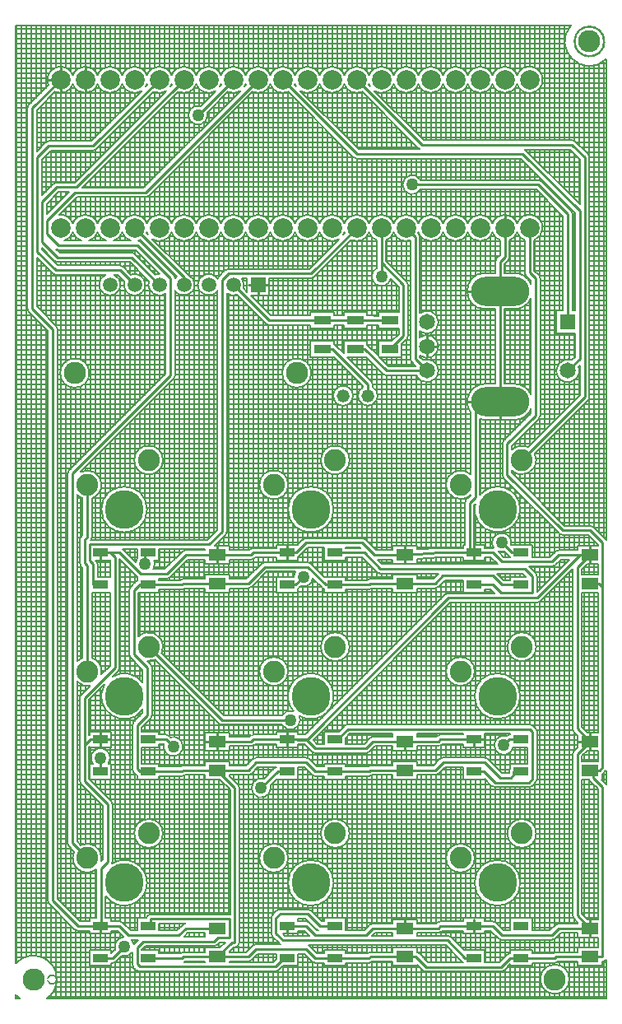
<source format=gtl>
G04*
G04 #@! TF.GenerationSoftware,Altium Limited,Altium Designer,21.5.1 (32)*
G04*
G04 Layer_Physical_Order=1*
G04 Layer_Color=255*
%FSTAX25Y25*%
%MOIN*%
G70*
G04*
G04 #@! TF.SameCoordinates,0BFE2CC6-8836-44AC-A470-928A03FDA669*
G04*
G04*
G04 #@! TF.FilePolarity,Positive*
G04*
G01*
G75*
%ADD12C,0.01000*%
%ADD14C,0.00800*%
%ADD15R,0.06811X0.03819*%
%ADD16R,0.05906X0.03543*%
%ADD17R,0.07165X0.04567*%
%ADD32C,0.09000*%
%ADD33C,0.07874*%
%ADD34R,0.06496X0.06496*%
%ADD35C,0.06496*%
%ADD36O,0.23622X0.11811*%
%ADD37C,0.08858*%
%ADD38C,0.15700*%
%ADD39C,0.05906*%
%ADD40R,0.05906X0.05906*%
%ADD41C,0.05200*%
%ADD42C,0.05000*%
D12*
X0136169Y0126024D02*
Y0128796D01*
Y0204396D02*
Y0207168D01*
Y0201624D02*
Y0204396D01*
X0140122D01*
X0211769Y0126024D02*
Y0128796D01*
X0178917Y020353D02*
X01835D01*
Y0206814D01*
Y0200247D02*
Y020353D01*
X0211769Y0201624D02*
Y0204396D01*
Y0207168D01*
X0136169Y0277224D02*
Y0279996D01*
X012Y0466563D02*
Y04715D01*
X0115063D02*
X012D01*
Y0476437D01*
X013Y04715D02*
Y0476437D01*
Y0466563D02*
Y04715D01*
X01835Y0275847D02*
Y027913D01*
Y0282414D01*
X0211769Y0277224D02*
Y0279996D01*
Y0282768D01*
X0196047Y03885D02*
X02D01*
X0203953D01*
X02Y0384547D02*
Y03885D01*
X02595Y012793D02*
Y0131213D01*
Y0200247D02*
Y020353D01*
Y027913D02*
Y0282414D01*
Y0275847D02*
Y027913D01*
X0287369Y0126024D02*
Y0128796D01*
Y0131568D01*
X03345Y0124646D02*
Y012793D01*
Y0131213D01*
X0287369Y0204396D02*
X0291322D01*
X0287369Y0201624D02*
Y0204396D01*
Y0277224D02*
Y0279996D01*
Y0282768D01*
X0329917Y020353D02*
X03345D01*
Y0200247D02*
Y020353D01*
Y0206814D01*
Y0275847D02*
Y027913D01*
Y0282414D01*
X0268472Y0359252D02*
Y03635D01*
X027272D01*
X0268472D02*
Y0367748D01*
X0285189Y0341059D02*
X0298D01*
Y0334154D02*
Y0341059D01*
X0285189Y0385941D02*
X0298D01*
X03Y04115D02*
Y0416437D01*
X032193Y027913D02*
X033063D01*
X0288Y03023D02*
Y0341059D01*
X0285665Y0279996D02*
Y0299965D01*
X0273866Y0279996D02*
X0285665D01*
X014D02*
X0143904D01*
X0219698Y0204198D02*
X0223196Y02007D01*
X02195Y0204396D02*
X0219698Y0204198D01*
X01364Y0128796D02*
X0143904D01*
X01297Y0202096D02*
Y0221149D01*
X01364Y0128796D02*
Y0152249D01*
X03191Y02763D02*
X032193Y027913D01*
X0298796Y02763D02*
X03191D01*
X02951Y0279996D02*
X0298796Y02763D01*
X0287369Y0279996D02*
X02951D01*
X02595Y027913D02*
X0273866Y0279996D01*
X03294Y027403D02*
X03345Y027913D01*
X03294Y020863D02*
Y027403D01*
Y020863D02*
X03345Y020353D01*
X033063Y027913D02*
X03345D01*
X03132Y02617D02*
X033063Y027913D01*
X02772Y02617D02*
X03132D01*
X0219698Y0204198D02*
X02772Y02617D01*
X0211769Y0204396D02*
X0219698Y0204198D01*
X03294Y019843D02*
X03345Y020353D01*
X03294Y013303D02*
Y019843D01*
Y013303D02*
X03345Y012793D01*
X0143904Y0128796D02*
X01476Y01251D01*
X016797D01*
X01708Y012793D01*
X01835D01*
X0136169Y0128796D02*
X01364D01*
Y0152249D02*
X01391Y0154949D01*
X01297Y01876D02*
X01391Y01782D01*
X01297Y01876D02*
Y0202096D01*
X0132Y0204396D01*
X0136169D01*
X0143904Y0279996D02*
X01525Y02714D01*
X016307D01*
X01708Y027913D01*
X01835D01*
X024663Y012793D02*
X02595D01*
X02438Y01251D02*
X024663Y012793D01*
X0223196Y01251D02*
X02438D01*
X02195Y0128796D02*
X0223196Y01251D01*
X0211769Y0128796D02*
X02195D01*
X0136169Y0279996D02*
X014D01*
X0142Y0277996D01*
Y0233449D02*
Y0277996D01*
X01297Y0221149D02*
X0142Y0233449D01*
X01391Y0154949D02*
Y01782D01*
X01085Y046D02*
X012Y04715D01*
X01085Y03789D02*
Y046D01*
Y03789D02*
X01168Y03706D01*
Y0138996D02*
Y03706D01*
Y0138996D02*
X0127Y0128796D01*
X0136169D01*
X0288Y0341059D02*
X0298D01*
X0285665Y0299965D02*
X0288Y03023D01*
X0285665Y0279996D02*
X0287369D01*
X0211769D02*
X0215496D01*
X02195Y0284D01*
X024223D01*
X02471Y027913D01*
X02595D01*
X0298Y0341059D02*
Y0385941D01*
X03Y03997D02*
Y04115D01*
X0298Y03977D02*
X03Y03997D01*
X0298Y0385941D02*
Y03977D01*
X0198066Y0279996D02*
X0211769D01*
X01972Y027913D02*
X0198066Y0279996D01*
X01835Y027913D02*
X01972D01*
X0273866Y0204396D02*
X0287369D01*
X0273Y020353D02*
X0273866Y0204396D01*
X02595Y020353D02*
X0273D01*
X024663D02*
X02595D01*
X02438Y02007D02*
X024663Y020353D01*
X0223196Y02007D02*
X02438D01*
X0211769Y0204396D02*
X02195D01*
X0198066D02*
X0211769D01*
X01972Y020353D02*
X0198066Y0204396D01*
X01835Y020353D02*
X01972D01*
X032193Y012793D02*
X03345D01*
X03191Y01251D02*
X032193Y012793D01*
X0298796Y01251D02*
X03191D01*
X02951Y0128796D02*
X0298796Y01251D01*
X0287369Y0128796D02*
X02951D01*
X0273866D02*
X0287369D01*
X0273Y012793D02*
X0273866Y0128796D01*
X02595Y012793D02*
X0273D01*
X01543Y02754D02*
Y0279996D01*
X01362Y0191404D02*
Y01969D01*
X01566Y0128796D02*
Y0131714D01*
X025Y03973D02*
Y04115D01*
Y0391815D02*
Y03973D01*
X01331Y0267004D02*
Y0275317D01*
X03396Y0266D02*
Y0284D01*
X03345Y0191916D02*
X03358D01*
Y01889D02*
Y0191916D01*
X0338516D01*
X0303577Y019D02*
Y0191404D01*
X024Y04715D02*
X0266335Y0445165D01*
X0327235D01*
X03324Y044D01*
Y0343003D02*
Y044D01*
X0306897Y03175D02*
X03324Y0343003D01*
X0185397Y02122D02*
X02132D01*
X0155697Y02419D02*
X0185397Y02122D01*
X0325559Y0373343D02*
Y0417041D01*
X03136Y0429D02*
X0325559Y0417041D01*
X02625Y0429D02*
X03136D01*
X01544Y04259D02*
X02Y04715D01*
X01259Y04259D02*
X01544D01*
X0114563Y0414563D02*
X01259Y04259D01*
X0114563Y0409237D02*
Y0414563D01*
Y0409237D02*
X01193Y04045D01*
X01512D01*
X01645Y03912D01*
Y03517D02*
Y03912D01*
X01248Y0312D02*
X01645Y03517D01*
X01248Y0162315D02*
Y0312D01*
Y0162315D02*
X0130815Y01563D01*
X01441Y03944D02*
X015Y03885D01*
X01181Y03944D02*
X01441D01*
X0110563Y0401937D02*
X01181Y03944D01*
X0110563Y0401937D02*
Y044D01*
X0115289Y0444726D01*
X0133226D01*
X016Y04715D01*
X01757Y04572D02*
X019Y04715D01*
X0136169Y0191404D02*
X01362D01*
X029875Y028405D02*
X0302804Y0279996D01*
X0306661D01*
X0155461Y0204396D02*
X0162804D01*
X01657Y02015D01*
X02013Y0184704D02*
X0208Y0191404D01*
X0211769D01*
X0136169Y0115804D02*
X0141265D01*
X0145961Y01205D01*
X02996Y0202D02*
X0301996Y0204396D01*
X0306661D01*
X025Y03973D02*
X02589Y03884D01*
Y0367746D02*
Y03884D01*
X02535Y0362346D02*
X02589Y0367746D01*
X0252Y0353657D02*
X0268472D01*
X0243157Y03625D02*
X0252Y0353657D01*
X02395Y03625D02*
X0243157D01*
X01489Y03996D02*
X016Y03885D01*
X01189Y03996D02*
X01489D01*
X0112563Y0405937D02*
X01189Y03996D01*
X0112563Y0405937D02*
Y0422063D01*
X01185Y0428D01*
X01265D01*
X017Y04715D01*
X02215Y0393D02*
X024Y04115D01*
X0188Y0393D02*
X02215D01*
X01855Y03905D02*
X0188Y0393D01*
X01855Y02885D02*
Y03905D01*
X01803Y02833D02*
X01855Y02885D01*
X0131717Y02833D02*
X01803D01*
X0131717Y02767D02*
Y02833D01*
Y02767D02*
X01331Y0275317D01*
Y0267004D02*
X0136169D01*
X01835Y0116316D02*
X0189331Y0122146D01*
X0190583D01*
Y0184833D01*
X01835Y0191916D02*
X0190583Y0184833D01*
X0155461Y0128796D02*
X01566D01*
Y0131714D02*
X0188583D01*
Y0124146D02*
Y0131714D01*
X0183746Y0124146D02*
X0188583D01*
X01822Y01226D02*
X0183746Y0124146D01*
X01536Y01226D02*
X01822D01*
X0151Y012D02*
X01536Y01226D01*
X0151Y01133D02*
Y012D01*
Y01133D02*
X0152Y01123D01*
X0207096D01*
X02106Y0115804D01*
X0211769D01*
X02595Y0116316D02*
X0263984D01*
X02681Y01122D01*
X0298496D01*
X03021Y0115804D01*
X0306661D01*
X0283996D02*
X0287369D01*
X02768Y0123D02*
X0283996Y0115804D01*
X02101Y0123D02*
X02768D01*
X02073Y01258D02*
X02101Y0123D01*
X02073Y01258D02*
Y0132D01*
X0209Y01337D01*
X02201D01*
X0225004Y0128796D01*
X0231061D01*
X0287369Y0191404D02*
X0291512D01*
X0296Y0186916D01*
X0309716D01*
X03112Y01884D01*
Y02074D01*
X031Y02086D02*
X03112Y02074D01*
X0236404Y02086D02*
X031D01*
X02322Y0204396D02*
X0236404Y02086D01*
X0231061Y0204396D02*
X02322D01*
X02595Y0191916D02*
X0271816D01*
X0275Y01951D01*
X0291816D01*
X0298Y0188916D01*
X0302494D01*
X0303577Y019D01*
Y0191404D02*
X0306661D01*
X0152D02*
X0155461D01*
X0151Y0192404D02*
X0152Y0191404D01*
X0151Y0192404D02*
Y021D01*
X01552Y02142D01*
Y02334D01*
X01497Y02389D02*
X01552Y02334D01*
X01497Y02389D02*
Y0264704D01*
X0152Y0267004D01*
X0155461D01*
X0227443D02*
X0231061D01*
X0220247Y02742D02*
X0227443Y0267004D01*
X02027Y02742D02*
X0220247D01*
X0196016Y0267516D02*
X02027Y02742D01*
X01835Y0267516D02*
X0196016D01*
X0211769Y0267004D02*
X0215204D01*
X02184Y02702D01*
X01543Y0279996D02*
X0155461D01*
X021Y04715D02*
X024Y04415D01*
X03073D01*
X03304Y04184D01*
Y0358498D02*
Y04184D01*
X0325559Y0353657D02*
X03304Y0358498D01*
X031Y03935D02*
Y04115D01*
Y03935D02*
X03125Y0391D01*
Y03356D02*
Y0391D01*
X03009Y0324D02*
X03125Y03356D01*
X03009Y03116D02*
Y0324D01*
Y03116D02*
X03235Y0289D01*
X03346D01*
X03396Y0284D01*
X0338516Y0191916D02*
X03396Y0193D01*
Y0266D01*
X0338084Y0267516D02*
X03396Y0266D01*
X03345Y0267516D02*
X0338084D01*
X0130815Y0286366D02*
Y03075D01*
X0129717Y0285268D02*
X0130815Y0286366D01*
X0129717Y0275823D02*
Y0285268D01*
Y0275823D02*
X0130815Y0274724D01*
Y02319D02*
Y0274724D01*
X0298796Y0267004D02*
X0306661D01*
X02951Y02707D02*
X0298796Y0267004D01*
X0274984Y02707D02*
X02951D01*
X02718Y0267516D02*
X0274984Y02707D01*
X02595Y0267516D02*
X02718D01*
X0231061Y0279996D02*
X0243004D01*
X02495Y02735D01*
X0308D01*
X03112Y02703D01*
Y02637D02*
Y02703D01*
X0298404Y02637D02*
X03112D01*
X02951Y0267004D02*
X0298404Y02637D01*
X0287369Y0267004D02*
X02951D01*
X03358Y01889D02*
X03396Y01851D01*
Y0116316D02*
Y01851D01*
X03345Y0116316D02*
X03396D01*
X017Y03885D02*
Y03915D01*
X015Y04115D02*
X017Y03915D01*
X0226Y03625D02*
X02302D01*
X02445Y03482D01*
Y03435D02*
Y03482D01*
X019Y03885D02*
X0204346Y0374154D01*
X0226D01*
X02637Y035843D02*
X0268472Y0353657D01*
X02637Y035843D02*
Y04078D01*
X026Y04115D02*
X02637Y04078D01*
X0169712Y0116316D02*
X01835D01*
X01692Y0115804D02*
X0169712Y0116316D01*
X0155461Y0115804D02*
X01692D01*
X0320812Y0116316D02*
X03345D01*
X03203Y0115804D02*
X0320812Y0116316D01*
X0306661Y0115804D02*
X03203D01*
X01835Y0116316D02*
X0196016D01*
X01992Y01195D01*
X0219504D01*
X02232Y0115804D01*
X0231061D01*
X0245512Y0116316D02*
X02595D01*
X0245Y0115804D02*
X0245512Y0116316D01*
X0231061Y0115804D02*
X0245D01*
X0246554Y0374D02*
X02535D01*
X02464Y0374154D02*
X0246554Y0374D01*
X02395Y0374154D02*
X02464D01*
X0226D02*
X02395D01*
X0169712Y0267516D02*
X01835D01*
X01692Y0267004D02*
X0169712Y0267516D01*
X0155461Y0267004D02*
X01692D01*
X0245512Y0267516D02*
X02595D01*
X0245Y0267004D02*
X0245512Y0267516D01*
X0231061Y0267004D02*
X0245D01*
X0169712Y0191916D02*
X01835D01*
X01692Y0191404D02*
X0169712Y0191916D01*
X0155461Y0191404D02*
X01692D01*
X01835Y0191916D02*
X0196016D01*
X01992Y01951D01*
X0219504D01*
X02232Y0191404D01*
X0231061D01*
X0245512Y0191916D02*
X02595D01*
X0245Y0191404D02*
X0245512Y0191916D01*
X0231061Y0191404D02*
X0245D01*
X02997Y04729D02*
X03005Y04721D01*
D14*
X01019Y0100893D02*
G03*
X0103601Y00994I00071J0006375D01*
G01*
X0118542Y0107267D02*
G03*
X01019Y0113642I-0009542J0D01*
G01*
X0114399Y00994D02*
G03*
X0118536Y0106927I-0005399J0007868D01*
G01*
X0114862Y0106602D02*
G03*
X0118542Y0107267I000178J0000666D01*
G01*
X0118537Y0106995D02*
G03*
X0114882Y0107724I-00019J0D01*
G01*
X01149Y0138996D02*
G03*
X0115456Y0137653I00019J0D01*
G01*
X01149Y0138996D02*
G03*
X0115459Y013765I00019J0D01*
G01*
X0125656Y0127453D02*
G03*
X0127Y0126896I0001343J0001343D01*
G01*
X0125654Y0127455D02*
G03*
X0127Y0126896I0001346J0001341D01*
G01*
X0125575Y0158853D02*
G03*
X01345Y0151783I000524J-0002553D01*
G01*
X0136644Y01563D02*
G03*
X0128262Y016154I-0005829J0D01*
G01*
X01229Y0162315D02*
G03*
X0123459Y0160969I00019J0D01*
G01*
X01229Y0162315D02*
G03*
X0123457Y0160971I00019J0D01*
G01*
X01278Y01876D02*
G03*
X0128359Y0186254I00019J0D01*
G01*
X01278Y01876D02*
G03*
X0128357Y0186257I00019J0D01*
G01*
X0141265Y0113904D02*
G03*
X0142608Y0114461I0J00019D01*
G01*
X0141265Y0113904D02*
G03*
X0142611Y0114463I0J00019D01*
G01*
X014525Y0130137D02*
G03*
X0143904Y0130696I-0001346J-0001341D01*
G01*
X0145247Y013014D02*
G03*
X0143904Y0130696I-0001343J-0001343D01*
G01*
X01491Y01133D02*
G03*
X0149659Y0111954I00019J0D01*
G01*
X0144896Y0116748D02*
G03*
X01491Y0118185I0001065J0003752D01*
G01*
Y01133D02*
G03*
X0149656Y0111957I00019J0D01*
G01*
X0150654Y0110959D02*
G03*
X0152Y01104I0001346J0001341D01*
G01*
X0150656Y0110957D02*
G03*
X0152Y01104I0001343J0001343D01*
G01*
X0149747Y0121434D02*
G03*
X0148775Y01232I-0003786J-0000934D01*
G01*
X0145627Y0124386D02*
G03*
X0142209Y0119435I0000334J-0003886D01*
G01*
X0136507Y0155043D02*
G03*
X0136644Y01563I-0005692J0001257D01*
G01*
X0140779Y0154059D02*
G03*
X0141Y0154949I-0001679J000089D01*
G01*
X0140779Y0154059D02*
G03*
X0141Y0154949I-0001679J000089D01*
G01*
Y01782D02*
G03*
X0140441Y0179546I-00019J0D01*
G01*
X0141Y01782D02*
G03*
X0140444Y0179543I-00019J0D01*
G01*
X0139332Y0194576D02*
G03*
X01401Y01969I-0003132J0002324D01*
G01*
X0155065Y01463D02*
G03*
X0140779Y0154059I-000925J0D01*
G01*
X01383Y0140907D02*
G03*
X0155065Y01463I0007515J0005393D01*
G01*
X01383Y0140907D02*
G03*
X0155065Y01463I0007515J0005393D01*
G01*
D02*
G03*
X0140779Y0154059I-000925J0D01*
G01*
X01566Y0133614D02*
G03*
X0154717Y0131968I0J-00019D01*
G01*
X01566Y0133614D02*
G03*
X0154717Y0131968I0J-00019D01*
G01*
X01491Y0192404D02*
G03*
X0149656Y019106I00019J0D01*
G01*
X01491Y0192404D02*
G03*
X0149659Y0191058I00019J0D01*
G01*
X0150656Y019006D02*
G03*
X0151108Y0189726I0001343J0001343D01*
G01*
X0150654Y0190063D02*
G03*
X0151108Y0189726I0001346J0001341D01*
G01*
X0128359Y0222495D02*
G03*
X01278Y0221149I0001341J-0001346D01*
G01*
X0128357Y0222492D02*
G03*
X01278Y0221149I0001343J-0001343D01*
G01*
X01267Y0227771D02*
G03*
X0132072Y0226208I0004115J0004129D01*
G01*
X0128915Y0237411D02*
G03*
X01267Y0236029I00019J-0005511D01*
G01*
X0127817Y0275823D02*
G03*
X0128376Y0274476I00019J0D01*
G01*
X0127817Y0275823D02*
G03*
X0128373Y0274479I00019J0D01*
G01*
X01401Y01969D02*
G03*
X0133068Y0194576I-00039J0D01*
G01*
X0136507Y0230643D02*
G03*
X0136644Y02319I-0005692J0001257D01*
G01*
D02*
G03*
X0132715Y0237411I-0005829J0D01*
G01*
X0143341Y0232102D02*
G03*
X01439Y0233449I-0001341J0001346D01*
G01*
X0143343Y0232105D02*
G03*
X01439Y0233449I-0001343J0001343D01*
G01*
X0149656Y0211344D02*
G03*
X01491Y021I0001343J-0001343D01*
G01*
X0149659Y0211346D02*
G03*
X01491Y021I0001341J-0001346D01*
G01*
X0156541Y0212854D02*
G03*
X01571Y02142I-0001341J0001346D01*
G01*
X0156544Y0212857D02*
G03*
X01571Y02142I-0001343J0001343D01*
G01*
X01533Y0227335D02*
G03*
X0141091Y0229853I-0007485J-0005435D01*
G01*
X01533Y0227335D02*
G03*
X0141091Y0229853I-0007485J-0005435D01*
G01*
X0137862Y0226624D02*
G03*
X01533Y0216465I0007953J-0004724D01*
G01*
X0137862Y0226624D02*
G03*
X01533Y0216465I0007953J-0004724D01*
G01*
X01571Y02334D02*
G03*
X0156541Y0234746I-00019J0D01*
G01*
X01571Y02334D02*
G03*
X0156544Y0234743I-00019J0D01*
G01*
X0135Y0275317D02*
G03*
X0134443Y027666I-00019J0D01*
G01*
X0135Y0275317D02*
G03*
X0134441Y0276663I-00019J0D01*
G01*
X0155194Y0236092D02*
G03*
X015825Y023666I0000502J0005807D01*
G01*
X01478Y02389D02*
G03*
X0148359Y0237554I00019J0D01*
G01*
X01478Y02389D02*
G03*
X0148356Y0237557I00019J0D01*
G01*
Y0266048D02*
G03*
X01478Y0264704I0001343J-0001343D01*
G01*
X0148359Y026605D02*
G03*
X01478Y0264704I0001341J-0001346D01*
G01*
X0151108Y0268682D02*
G03*
X0150656Y0268348I0000892J-0001678D01*
G01*
X0151108Y0268682D02*
G03*
X0150654Y0268345I0000892J-0001678D01*
G01*
X0157586Y02733D02*
G03*
X01582Y02754I-0003286J00021D01*
G01*
D02*
G03*
X0157931Y0276824I-00039J0D01*
G01*
X0169712Y0118216D02*
G03*
X0168414Y0117704I0J-00019D01*
G01*
X0170218Y01142D02*
G03*
X0170497Y0114416I-0001018J0001604D01*
G01*
X0170218Y01142D02*
G03*
X0170497Y0114416I-0001018J0001604D01*
G01*
X0169712Y0118216D02*
G03*
X0168414Y0117704I0J-00019D01*
G01*
X01822Y01207D02*
G03*
X0183544Y0121256I0J00019D01*
G01*
X01822Y01207D02*
G03*
X0183546Y0121259I0J00019D01*
G01*
X0190583Y0120246D02*
G03*
X0192483Y0122146I0J00019D01*
G01*
X0161526Y01663D02*
G03*
X0161526Y01663I-0005829J0D01*
G01*
X0170551Y0129814D02*
G03*
X0169454Y0129271I0000249J-0001884D01*
G01*
X0170551Y0129814D02*
G03*
X0169457Y0129273I0000249J-0001884D01*
G01*
X01692Y0189504D02*
G03*
X0170497Y0190016I0J00019D01*
G01*
X01692Y0189504D02*
G03*
X0170497Y0190016I0J00019D01*
G01*
X0196016Y0114416D02*
G03*
X0197359Y0114972I0J00019D01*
G01*
X0196016Y0114416D02*
G03*
X0197362Y0114975I0J00019D01*
G01*
X0190583Y0120246D02*
G03*
X0192483Y0122146I0J00019D01*
G01*
X01992Y01214D02*
G03*
X0197854Y0120841I0J-00019D01*
G01*
X01992Y01214D02*
G03*
X0197856Y0120844I0J-00019D01*
G01*
X0205957Y0133344D02*
G03*
X02054Y0132I0001343J-0001343D01*
G01*
Y01258D02*
G03*
X0205959Y0124454I00019J0D01*
G01*
Y0133346D02*
G03*
X02054Y0132I0001341J-0001346D01*
G01*
Y01258D02*
G03*
X0205957Y0124457I00019J0D01*
G01*
X0207096Y01104D02*
G03*
X0208439Y0110957I0J00019D01*
G01*
X0207096Y01104D02*
G03*
X0208442Y0110959I0J00019D01*
G01*
X0208756Y0121657D02*
G03*
X0209075Y01214I0001343J0001343D01*
G01*
X0208754Y0121659D02*
G03*
X0209075Y01214I0001346J0001341D01*
G01*
X0209Y01356D02*
G03*
X0207654Y0135041I0J-00019D01*
G01*
X0209Y01356D02*
G03*
X0207657Y0135044I0J-00019D01*
G01*
X0192483Y0184833D02*
G03*
X0191926Y0186177I-00019J0D01*
G01*
X0192483Y0184833D02*
G03*
X0191923Y0186179I-00019J0D01*
G01*
X0202365Y0188456D02*
G03*
X02052Y0184704I-0001065J-0003752D01*
G01*
X0196016Y0190016D02*
G03*
X0197359Y0190572I0J00019D01*
G01*
X0196016Y0190016D02*
G03*
X0197362Y0190575I0J00019D01*
G01*
X02052Y0184704D02*
G03*
X0205052Y0185769I-00039J0D01*
G01*
X020738Y01932D02*
G03*
X0206654Y0192745I000062J-0001796D01*
G01*
X0230665Y01463D02*
G03*
X0230665Y01463I-000925J0D01*
G01*
D02*
G03*
X0230665Y01463I-000925J0D01*
G01*
X0212244Y01563D02*
G03*
X0212244Y01563I-0005829J0D01*
G01*
X0169712Y0193816D02*
G03*
X0168414Y0193304I0J-00019D01*
G01*
X0169712Y0193816D02*
G03*
X0168414Y0193304I0J-00019D01*
G01*
X0161929Y0202496D02*
G03*
X01696Y02015I0003771J-0000996D01*
G01*
D02*
G03*
X0164635Y0205252I-00039J0D01*
G01*
X0164147Y0205739D02*
G03*
X0162804Y0206296I-0001343J-0001343D01*
G01*
X016415Y0205737D02*
G03*
X0162804Y0206296I-0001346J-0001341D01*
G01*
X0161526Y02419D02*
G03*
X01516Y0246047I-0005829J0D01*
G01*
X0160937Y0239347D02*
G03*
X0161526Y02419I-000524J0002553D01*
G01*
X01692Y0265104D02*
G03*
X0170497Y0265616I0J00019D01*
G01*
X01692Y0265104D02*
G03*
X0170497Y0265616I0J00019D01*
G01*
X0169712Y0269416D02*
G03*
X0168414Y0268904I0J-00019D01*
G01*
X0169712Y0269416D02*
G03*
X0168414Y0268904I0J-00019D01*
G01*
X016307Y02695D02*
G03*
X0164413Y0270057I0J00019D01*
G01*
X016307Y02695D02*
G03*
X0164416Y0270059I0J00019D01*
G01*
X01992Y0197D02*
G03*
X0197854Y0196441I0J-00019D01*
G01*
X01992Y0197D02*
G03*
X0197856Y0196443I0J-00019D01*
G01*
X01972Y020163D02*
G03*
X0198544Y0202186I0J00019D01*
G01*
X01972Y020163D02*
G03*
X0198546Y0202189I0J00019D01*
G01*
X0198066Y0206296D02*
G03*
X0196722Y0205739I0J-00019D01*
G01*
X0198066Y0206296D02*
G03*
X019672Y0205737I0J-00019D01*
G01*
X020738Y01932D02*
G03*
X0206657Y0192747I000062J-0001796D01*
G01*
X0209794Y02103D02*
G03*
X02171Y02122I0003406J00019D01*
G01*
X0184053Y0210857D02*
G03*
X0185397Y02103I0001343J0001343D01*
G01*
X0184051Y0210859D02*
G03*
X0185397Y02103I0001346J0001341D01*
G01*
X0196016Y0265616D02*
G03*
X0197359Y0266172I0J00019D01*
G01*
X0196016Y0265616D02*
G03*
X0197362Y0266175I0J00019D01*
G01*
X0214353Y0215926D02*
G03*
X0209794Y02141I-0001153J-0003726D01*
G01*
X0212244Y02319D02*
G03*
X0212244Y02319I-0005829J0D01*
G01*
X0230665Y02219D02*
G03*
X0214353Y0215926I-000925J0D01*
G01*
X0230665Y02219D02*
G03*
X0214353Y0215926I-000925J0D01*
G01*
X0216122Y0265341D02*
G03*
X0216547Y0265661I-0000918J0001663D01*
G01*
X0215114Y02723D02*
G03*
X02145Y0270176I0003286J-00021D01*
G01*
X0216122Y0265341D02*
G03*
X021655Y0265663I-0000918J0001663D01*
G01*
X0123457Y0313344D02*
G03*
X01229Y0312I0001343J-0001343D01*
G01*
X0123459Y0313346D02*
G03*
X01229Y0312I0001341J-0001346D01*
G01*
X01066Y03789D02*
G03*
X0107159Y0377554I00019J0D01*
G01*
X01066Y03789D02*
G03*
X0107157Y0377556I00019J0D01*
G01*
X01187Y03706D02*
G03*
X0118141Y0371946I-00019J0D01*
G01*
X0131678Y0352721D02*
G03*
X0131678Y0352721I-00059J0D01*
G01*
X01187Y03706D02*
G03*
X0118143Y0371943I-00019J0D01*
G01*
X0116756Y0393057D02*
G03*
X01181Y03925I0001343J0001343D01*
G01*
X0116754Y0393059D02*
G03*
X01181Y03925I0001346J0001341D01*
G01*
X0117554Y0398259D02*
G03*
X01189Y03977I0001346J0001341D01*
G01*
X0117557Y0398256D02*
G03*
X01189Y03977I0001343J0001343D01*
G01*
X0132315Y02852D02*
G03*
X0132715Y0286366I-00015J0001166D01*
G01*
X0128373Y0286611D02*
G03*
X0127817Y0285268I0001343J-0001343D01*
G01*
X0128376Y0286614D02*
G03*
X0127817Y0285268I0001341J-0001346D01*
G01*
X0132315Y02852D02*
G03*
X0132715Y0286366I-00015J0001166D01*
G01*
X01267Y0303371D02*
G03*
X0128915Y0301989I0004115J0004129D01*
G01*
X0136644Y03075D02*
G03*
X0128193Y0312706I-0005829J0D01*
G01*
X0132715Y0301989D02*
G03*
X0136644Y03075I-00019J0005511D01*
G01*
X0151108Y0277641D02*
G03*
X0150467Y027612I0003192J-0002241D01*
G01*
X0155065Y02975D02*
G03*
X0155065Y02975I-000925J0D01*
G01*
D02*
G03*
X0155065Y02975I-000925J0D01*
G01*
X0138284Y03925D02*
G03*
X0144353Y03885I0001716J-0004D01*
G01*
D02*
G03*
X0141717Y03925I-0004353J0D01*
G01*
X0145443Y0395743D02*
G03*
X01441Y03963I-0001343J-0001343D01*
G01*
X0145446Y0395741D02*
G03*
X01441Y03963I-0001346J-0001341D01*
G01*
X0145887Y0389926D02*
G03*
X0154353Y03885I0004113J-0001426D01*
G01*
D02*
G03*
X0148574Y0392613I-0004353J0D01*
G01*
X0150243Y0400944D02*
G03*
X01489Y04015I-0001343J-0001343D01*
G01*
X0150246Y0400941D02*
G03*
X01489Y04015I-0001346J-0001341D01*
G01*
X0118307Y040288D02*
G03*
X01193Y04026I0000993J000162D01*
G01*
X0118307Y040288D02*
G03*
X01193Y04026I0000993J000162D01*
G01*
X01185Y04299D02*
G03*
X0117154Y0429341I0J-00019D01*
G01*
X01185Y04299D02*
G03*
X0117157Y0429344I0J-00019D01*
G01*
X0125Y0413366D02*
G03*
X0119501Y0416814I-0005J-0001866D01*
G01*
X0121573Y04064D02*
G03*
X0125Y0409634I-0001573J00051D01*
G01*
D02*
G03*
X0128427Y04064I0005J0001866D01*
G01*
X0135Y0413366D02*
G03*
X0125Y0413366I-0005J-0001866D01*
G01*
X0115289Y0446626D02*
G03*
X0113943Y0446067I0J-00019D01*
G01*
X0115289Y0446626D02*
G03*
X0113945Y0446069I0J-00019D01*
G01*
X0107159Y0461346D02*
G03*
X01066Y046I0001341J-0001346D01*
G01*
X0107157Y0461343D02*
G03*
X01066Y046I0001343J-0001343D01*
G01*
X0117817Y046663D02*
G03*
X0125Y0469634I0002183J000487D01*
G01*
Y0473366D02*
G03*
X011513Y0469317I-0005J-0001866D01*
G01*
X0135Y0473366D02*
G03*
X0125Y0473366I-0005J-0001866D01*
G01*
Y0469634D02*
G03*
X0135Y0469634I0005J0001866D01*
G01*
X0131573Y04064D02*
G03*
X0135Y0409634I-0001573J00051D01*
G01*
D02*
G03*
X0138427Y04064I0005J0001866D01*
G01*
X0141573D02*
G03*
X0145Y0409634I-0001573J00051D01*
G01*
X0152543Y0405843D02*
G03*
X0151496Y0406377I-0001343J-0001343D01*
G01*
X0145Y0409634D02*
G03*
X0148427Y04064I0005J0001866D01*
G01*
X0151496Y0406377D02*
G03*
X0152183Y040663I-0001496J0005123D01*
G01*
X0152546Y0405841D02*
G03*
X0151496Y0406377I-0001346J-0001341D01*
G01*
X015487Y0409317D02*
G03*
X0155Y0409634I-000487J0002183D01*
G01*
D02*
G03*
X015541Y0408777I0005J0001866D01*
G01*
X0145Y0413366D02*
G03*
X0135Y0413366I-0005J-0001866D01*
G01*
X0155D02*
G03*
X0145Y0413366I-0005J-0001866D01*
G01*
X01544Y0424D02*
G03*
X0155744Y0424556I0J00019D01*
G01*
X01544Y0424D02*
G03*
X0155746Y0424559I0J00019D01*
G01*
X0133226Y0442826D02*
G03*
X013457Y0443383I0J00019D01*
G01*
X0133226Y0442826D02*
G03*
X0134572Y0443385I0J00019D01*
G01*
X0135Y0469634D02*
G03*
X0145Y0469634I0005J0001866D01*
G01*
D02*
G03*
X0152723Y046691I0005J0001866D01*
G01*
X0145Y0473366D02*
G03*
X0135Y0473366I-0005J-0001866D01*
G01*
X0155D02*
G03*
X0145Y0473366I-0005J-0001866D01*
G01*
X015459Y0468777D02*
G03*
X0155Y0469634I-000459J0002723D01*
G01*
D02*
G03*
X015513Y0469317I0005J0001866D01*
G01*
X01708Y028103D02*
G03*
X0169454Y0280471I0J-00019D01*
G01*
X01708Y028103D02*
G03*
X0169457Y0280473I0J-00019D01*
G01*
X0161526Y03175D02*
G03*
X0161526Y03175I-0005829J0D01*
G01*
X0186841Y0287154D02*
G03*
X01874Y02885I-0001341J0001346D01*
G01*
X0186844Y0287157D02*
G03*
X01874Y02885I-0001343J0001343D01*
G01*
X0165841Y0350354D02*
G03*
X01664Y03517I-0001341J0001346D01*
G01*
X0165843Y0350357D02*
G03*
X01664Y03517I-0001343J0001343D01*
G01*
X0155887Y0389926D02*
G03*
X01626Y0385009I0004113J-0001426D01*
G01*
X01664Y0386053D02*
G03*
X0174353Y03885I00036J0002447D01*
G01*
X0167083Y039173D02*
G03*
X01664Y0390947I0002917J-000323D01*
G01*
X0184157Y0391844D02*
G03*
X018364Y0390887I0001343J-0001343D01*
G01*
X0184159Y0391846D02*
G03*
X018364Y0390887I0001341J-0001346D01*
G01*
X01874Y0385009D02*
G03*
X0191426Y0384387I00026J0003491D01*
G01*
X01972Y027723D02*
G03*
X0198544Y0277786I0J00019D01*
G01*
X01972Y027723D02*
G03*
X0198546Y0277789I0J00019D01*
G01*
X0198066Y0281896D02*
G03*
X019672Y0281337I0J-00019D01*
G01*
X0198066Y0281896D02*
G03*
X0196722Y028134I0J-00019D01*
G01*
X02027Y02761D02*
G03*
X0201357Y0275543I0J-00019D01*
G01*
X02027Y02761D02*
G03*
X0201354Y0275541I0J-00019D01*
G01*
X0216122Y0278202D02*
G03*
X021684Y0278653I-0000626J0001794D01*
G01*
X0216122Y0278202D02*
G03*
X0216842Y0278655I-0000626J0001794D01*
G01*
X0212244Y03075D02*
G03*
X0212244Y03075I-0005829J0D01*
G01*
X0230665Y02975D02*
G03*
X0230665Y02975I-000925J0D01*
G01*
D02*
G03*
X0230665Y02975I-000925J0D01*
G01*
X0203003Y037281D02*
G03*
X0204346Y0372254I0001343J0001343D01*
G01*
X0203Y0372813D02*
G03*
X0204346Y0372254I0001346J0001341D01*
G01*
X0194113Y0387074D02*
G03*
X0194353Y03885I-0004113J0001426D01*
G01*
D02*
G03*
X0193491Y03911I-0004353J0D01*
G01*
X0221592Y0352721D02*
G03*
X0221592Y0352721I-00059J0D01*
G01*
X0160163Y039285D02*
G03*
X0158574Y0392613I-0000163J-000435D01*
G01*
X01664Y03912D02*
G03*
X0165843Y0392544I-00019J0D01*
G01*
X01664Y03912D02*
G03*
X0165841Y0392546I-00019J0D01*
G01*
X0157277Y040691D02*
G03*
X0165Y0409634I0002723J000459D01*
G01*
Y0413366D02*
G03*
X0155Y0413366I-0005J-0001866D01*
G01*
X0165Y0409634D02*
G03*
X0175Y0409634I0005J0001866D01*
G01*
X017158Y0392556D02*
G03*
X0171344Y0392844I-0001579J-0001056D01*
G01*
X0174353Y03885D02*
G03*
X017158Y0392556I-0004353J0D01*
G01*
D02*
G03*
X0171341Y0392846I-0001579J-0001056D01*
G01*
X0175Y0413366D02*
G03*
X0165Y0413366I-0005J-0001866D01*
G01*
X0185D02*
G03*
X0175Y0413366I-0005J-0001866D01*
G01*
X0157817Y046663D02*
G03*
X0162723Y046691I0002183J000487D01*
G01*
X0165Y0473366D02*
G03*
X0155Y0473366I-0005J-0001866D01*
G01*
X0165Y0469634D02*
G03*
X016513Y0469317I0005J0001866D01*
G01*
X016459Y0468777D02*
G03*
X0165Y0469634I-000459J0002723D01*
G01*
X0176765Y0460952D02*
G03*
X01796Y04572I-0001065J-0003752D01*
G01*
X0167817Y046663D02*
G03*
X0175Y0469634I0002183J000487D01*
G01*
Y0473366D02*
G03*
X0165Y0473366I-0005J-0001866D01*
G01*
X0185D02*
G03*
X0175Y0473366I-0005J-0001866D01*
G01*
Y0469634D02*
G03*
X0182723Y046691I0005J0001866D01*
G01*
X018364Y0390887D02*
G03*
X01836Y0386053I-000364J-0002387D01*
G01*
X0175Y0409634D02*
G03*
X0185Y0409634I0005J0001866D01*
G01*
X0188Y03949D02*
G03*
X0186656Y0394343I0J-00019D01*
G01*
X0188Y03949D02*
G03*
X0186654Y0394341I0J-00019D01*
G01*
X0195Y0413366D02*
G03*
X0185Y0413366I-0005J-0001866D01*
G01*
Y0409634D02*
G03*
X0195Y0409634I0005J0001866D01*
G01*
D02*
G03*
X0205Y0409634I0005J0001866D01*
G01*
D02*
G03*
X0215Y0409634I0005J0001866D01*
G01*
D02*
G03*
X0225Y0409634I0005J0001866D01*
G01*
X0205Y0413366D02*
G03*
X0195Y0413366I-0005J-0001866D01*
G01*
X0225D02*
G03*
X0215Y0413366I-0005J-0001866D01*
G01*
D02*
G03*
X0205Y0413366I-0005J-0001866D01*
G01*
X01796Y04572D02*
G03*
X0179452Y0458265I-00039J0D01*
G01*
X0185Y0469634D02*
G03*
X018513Y0469317I0005J0001866D01*
G01*
X018459Y0468777D02*
G03*
X0185Y0469634I-000459J0002723D01*
G01*
X0187817Y046663D02*
G03*
X0192723Y046691I0002183J000487D01*
G01*
X0195Y0469634D02*
G03*
X019513Y0469317I0005J0001866D01*
G01*
X019459Y0468777D02*
G03*
X0195Y0469634I-000459J0002723D01*
G01*
X0197817Y046663D02*
G03*
X0205Y0469634I0002183J000487D01*
G01*
D02*
G03*
X0212183Y046663I0005J0001866D01*
G01*
X021487Y0469317D02*
G03*
X0215Y0469634I-000487J0002183D01*
G01*
D02*
G03*
X021541Y0468777I0005J0001866D01*
G01*
X0195Y0473366D02*
G03*
X0185Y0473366I-0005J-0001866D01*
G01*
X0205D02*
G03*
X0195Y0473366I-0005J-0001866D01*
G01*
X0225D02*
G03*
X0215Y0473366I-0005J-0001866D01*
G01*
D02*
G03*
X0205Y0473366I-0005J-0001866D01*
G01*
X0221854Y0114463D02*
G03*
X02232Y0113904I0001346J0001341D01*
G01*
X0221856Y0114461D02*
G03*
X02232Y0113904I0001343J0001343D01*
G01*
X022085Y0120841D02*
G03*
X0220529Y01211I-0001346J-0001341D01*
G01*
X0220848Y0120844D02*
G03*
X0220529Y01211I-0001343J-0001343D01*
G01*
X0220846Y0130137D02*
G03*
X02195Y0130696I-0001346J-0001341D01*
G01*
X0220844Y013014D02*
G03*
X02195Y0130696I-0001343J-0001343D01*
G01*
X0223658Y0127455D02*
G03*
X0224384Y0127I0001346J0001341D01*
G01*
X022366Y0127453D02*
G03*
X0224384Y0127I0001343J0001343D01*
G01*
X0245512Y0118216D02*
G03*
X0244215Y0117704I0J-00019D01*
G01*
X0245512Y0118216D02*
G03*
X0244215Y0117704I0J-00019D01*
G01*
X0245Y0113904D02*
G03*
X0246297Y0114416I0J00019D01*
G01*
X0245Y0113904D02*
G03*
X0246297Y0114416I0J00019D01*
G01*
X024663Y012983D02*
G03*
X0245284Y0129271I0J-00019D01*
G01*
X024663Y012983D02*
G03*
X0245286Y0129273I0J-00019D01*
G01*
X0221446Y0135041D02*
G03*
X02201Y01356I-0001346J-0001341D01*
G01*
X0221444Y0135044D02*
G03*
X02201Y01356I-0001343J-0001343D01*
G01*
X0221854Y0190063D02*
G03*
X02232Y0189504I0001346J0001341D01*
G01*
X022085Y0196441D02*
G03*
X0219504Y0197I-0001346J-0001341D01*
G01*
X0220848Y0196443D02*
G03*
X0219504Y0197I-0001343J-0001343D01*
G01*
X022185Y0199359D02*
G03*
X0223196Y01988I0001346J0001341D01*
G01*
X0221852Y0199356D02*
G03*
X0223196Y01988I0001343J0001343D01*
G01*
X0221856Y019006D02*
G03*
X02232Y0189504I0001343J0001343D01*
G01*
X0237126Y01663D02*
G03*
X0237126Y01663I-0005829J0D01*
G01*
X0245Y0189504D02*
G03*
X0246297Y0190016I0J00019D01*
G01*
X0245Y0189504D02*
G03*
X0246297Y0190016I0J00019D01*
G01*
X0245512Y0193816D02*
G03*
X0244215Y0193304I0J-00019D01*
G01*
X0245512Y0193816D02*
G03*
X0244215Y0193304I0J-00019D01*
G01*
X02438Y01988D02*
G03*
X0245146Y0199359I0J00019D01*
G01*
X02438Y01988D02*
G03*
X0245144Y0199356I0J00019D01*
G01*
X0265331Y0117657D02*
G03*
X0264483Y0118149I-0001346J-0001341D01*
G01*
X0265328Y0117659D02*
G03*
X0264483Y0118149I-0001343J-0001343D01*
G01*
X0266757Y0110856D02*
G03*
X02681Y01103I0001343J0001343D01*
G01*
X0266754Y0110859D02*
G03*
X02681Y01103I0001346J0001341D01*
G01*
X0282652Y0114461D02*
G03*
X0283017Y0114176I0001343J0001343D01*
G01*
X028265Y0114463D02*
G03*
X0283017Y0114176I0001346J0001341D01*
G01*
X0278144Y0124344D02*
G03*
X02768Y01249I-0001343J-0001343D01*
G01*
X0278146Y0124341D02*
G03*
X02768Y01249I-0001346J-0001341D01*
G01*
X0273Y012603D02*
G03*
X0274346Y0126589I0J00019D01*
G01*
X0273866Y0130696D02*
G03*
X027252Y0130137I0J-00019D01*
G01*
X0273866Y0130696D02*
G03*
X0272522Y013014I0J-00019D01*
G01*
X0273Y012603D02*
G03*
X0274343Y0126586I0J00019D01*
G01*
X0271816Y0190016D02*
G03*
X0273159Y0190572I0J00019D01*
G01*
X0271816Y0190016D02*
G03*
X0273162Y0190575I0J00019D01*
G01*
X0275Y0197D02*
G03*
X0273654Y0196441I0J-00019D01*
G01*
X0275Y0197D02*
G03*
X0273657Y0196443I0J-00019D01*
G01*
X02171Y02122D02*
G03*
X0216685Y0213951I-00039J0D01*
G01*
Y0213951D02*
G03*
X0230665Y02219I000473J0007949D01*
G01*
X0216685Y0213951D02*
G03*
X0230665Y02219I000473J0007949D01*
G01*
X024663Y020543D02*
G03*
X0245286Y0204873I0J-00019D01*
G01*
X024663Y020543D02*
G03*
X0245284Y0204871I0J-00019D01*
G01*
X0236404Y02105D02*
G03*
X0235058Y0209941I0J-00019D01*
G01*
X0236404Y02105D02*
G03*
X0235061Y0209944I0J-00019D01*
G01*
X0226099Y0265661D02*
G03*
X0226708Y0265252I0001343J0001343D01*
G01*
X0226097Y0265663D02*
G03*
X0226708Y0265252I0001346J0001341D01*
G01*
X0221593Y0275541D02*
G03*
X0220247Y02761I-0001346J-0001341D01*
G01*
X0217335Y0266448D02*
G03*
X022224Y026952I0001065J0003752D01*
G01*
X022159Y0275543D02*
G03*
X0220247Y02761I-0001343J-0001343D01*
G01*
X0237126Y02419D02*
G03*
X0237126Y02419I-0005829J0D01*
G01*
X0245Y0265104D02*
G03*
X0246297Y0265616I0J00019D01*
G01*
X0245Y0265104D02*
G03*
X0246297Y0265616I0J00019D01*
G01*
X0245512Y0269416D02*
G03*
X0244215Y0268904I0J-00019D01*
G01*
X0245512Y0269416D02*
G03*
X0244215Y0268904I0J-00019D01*
G01*
X0273Y020163D02*
G03*
X0274343Y0202186I0J00019D01*
G01*
X0273Y020163D02*
G03*
X0274346Y0202189I0J00019D01*
G01*
X0273866Y0206296D02*
G03*
X027252Y0205737I0J-00019D01*
G01*
X0273866Y0206296D02*
G03*
X0272522Y0205739I0J-00019D01*
G01*
X0248154Y0272159D02*
G03*
X02495Y02716I0001346J0001341D01*
G01*
X0248156Y0272157D02*
G03*
X02495Y02716I0001343J0001343D01*
G01*
X02718Y0265616D02*
G03*
X0273144Y0266172I0J00019D01*
G01*
X02718Y0265616D02*
G03*
X0273146Y0266175I0J00019D01*
G01*
X02772Y02636D02*
G03*
X0275854Y0263041I0J-00019D01*
G01*
X02772Y02636D02*
G03*
X0275856Y0263043I0J-00019D01*
G01*
X029745Y0123759D02*
G03*
X0298796Y01232I0001346J0001341D01*
G01*
X0297452Y0123757D02*
G03*
X0298796Y01232I0001343J0001343D01*
G01*
X0296446Y0130137D02*
G03*
X02951Y0130696I-0001346J-0001341D01*
G01*
X0296444Y013014D02*
G03*
X02951Y0130696I-0001343J-0001343D01*
G01*
X0298496Y01103D02*
G03*
X0299839Y0110856I0J00019D01*
G01*
X0298496Y01103D02*
G03*
X0299842Y0110859I0J00019D01*
G01*
X03021Y0117704D02*
G03*
X0300754Y0117145I0J-00019D01*
G01*
X03021Y0117704D02*
G03*
X0300757Y0117148I0J-00019D01*
G01*
X0287844Y01563D02*
G03*
X0287844Y01563I-0005829J0D01*
G01*
X0294654Y0185575D02*
G03*
X0296Y0185016I0001346J0001341D01*
G01*
X0294656Y0185573D02*
G03*
X0296Y0185016I0001343J0001343D01*
G01*
X0302308Y0192818D02*
G03*
X0301677Y0191404I000127J-0001414D01*
G01*
X0302308Y0192818D02*
G03*
X0301677Y0191404I000127J-0001414D01*
G01*
X0306265Y01463D02*
G03*
X0306265Y01463I-000925J0D01*
G01*
D02*
G03*
X0306265Y01463I-000925J0D01*
G01*
X0312726Y01663D02*
G03*
X0312726Y01663I-0005829J0D01*
G01*
X0309716Y0185016D02*
G03*
X0311063Y0185575I0J00019D01*
G01*
X0309716Y0185016D02*
G03*
X031106Y0185573I0J00019D01*
G01*
X0326179Y0107267D02*
G03*
X0326179Y0107267I-00059J0D01*
G01*
X03203Y0113904D02*
G03*
X0321597Y0114416I0J00019D01*
G01*
X0320812Y0118216D02*
G03*
X0319514Y0117704I0J-00019D01*
G01*
X03203Y0113904D02*
G03*
X0321597Y0114416I0J00019D01*
G01*
X0320812Y0118216D02*
G03*
X0319514Y0117704I0J-00019D01*
G01*
X03191Y01232D02*
G03*
X0320444Y0123757I0J00019D01*
G01*
X03191Y01232D02*
G03*
X0320446Y0123759I0J00019D01*
G01*
X03396Y0114416D02*
G03*
X03411Y011515I0J00019D01*
G01*
X03396Y0114416D02*
G03*
X03411Y011515I0J00019D01*
G01*
X032193Y012983D02*
G03*
X0320586Y0129273I0J-00019D01*
G01*
X032193Y012983D02*
G03*
X0320584Y0129271I0J-00019D01*
G01*
X03275Y013303D02*
G03*
X0328059Y0131684I00019J0D01*
G01*
X03275Y013303D02*
G03*
X0328057Y0131686I00019J0D01*
G01*
X0312541Y0187054D02*
G03*
X03131Y01884I-0001341J0001346D01*
G01*
X0312544Y0187057D02*
G03*
X03131Y01884I-0001343J0001343D01*
G01*
X0334021Y0188232D02*
G03*
X0334456Y0187557I0001779J0000668D01*
G01*
X0334021Y0188232D02*
G03*
X0334459Y0187554I0001779J0000668D01*
G01*
X0339483Y019028D02*
G03*
X0339859Y0190572I-0000967J0001636D01*
G01*
X0339483Y019028D02*
G03*
X0339862Y0190575I-0000967J0001636D01*
G01*
X0293162Y0196441D02*
G03*
X0291816Y0197I-0001346J-0001341D01*
G01*
X029316Y0196443D02*
G03*
X0291816Y0197I-0001343J-0001343D01*
G01*
X0287844Y02319D02*
G03*
X0287844Y02319I-0005829J0D01*
G01*
X0301996Y0206296D02*
G03*
X0300665Y0205752I0J-00019D01*
G01*
X0300665D02*
G03*
X0303422Y0201224I-0001065J-0003752D01*
G01*
X0301996Y0206296D02*
G03*
X0300665Y0205752I0J-00019D01*
G01*
X0306265Y02219D02*
G03*
X0306265Y02219I-000925J0D01*
G01*
D02*
G03*
X0306265Y02219I-000925J0D01*
G01*
X0297387Y0280396D02*
G03*
X0299815Y0280298I0001363J0003654D01*
G01*
X0312726Y02419D02*
G03*
X0312726Y02419I-0005829J0D01*
G01*
X0301461Y0278653D02*
G03*
X0302184Y02782I0001343J0001343D01*
G01*
X0301458Y0278655D02*
G03*
X0302184Y02782I0001346J0001341D01*
G01*
X0328057Y0199774D02*
G03*
X03275Y019843I0001343J-0001343D01*
G01*
X0328059Y0199776D02*
G03*
X03275Y019843I0001341J-0001346D01*
G01*
Y020863D02*
G03*
X0328057Y0207287I00019J0D01*
G01*
X03275Y020863D02*
G03*
X0328059Y0207284I00019J0D01*
G01*
X0311346Y0209941D02*
G03*
X031Y02105I-0001346J-0001341D01*
G01*
X0311344Y0209944D02*
G03*
X031Y02105I-0001343J-0001343D01*
G01*
X03131Y02074D02*
G03*
X0312544Y0208744I-00019J0D01*
G01*
X03131Y02074D02*
G03*
X0312541Y0208746I-00019J0D01*
G01*
X03131Y02703D02*
G03*
X0312544Y0271643I-00019J0D01*
G01*
X03131Y02703D02*
G03*
X0312541Y0271646I-00019J0D01*
G01*
X03132Y02598D02*
G03*
X0314544Y0260356I0J00019D01*
G01*
X03132Y02598D02*
G03*
X0314546Y0260359I0J00019D01*
G01*
X03191Y02744D02*
G03*
X0320444Y0274956I0J00019D01*
G01*
X03191Y02744D02*
G03*
X0320446Y0274959I0J00019D01*
G01*
X032193Y028103D02*
G03*
X0320586Y0280473I0J-00019D01*
G01*
X032193Y028103D02*
G03*
X0320584Y0280471I0J-00019D01*
G01*
X02195Y02859D02*
G03*
X0218154Y0285341I0J-00019D01*
G01*
X02195Y02859D02*
G03*
X0218157Y0285344I0J-00019D01*
G01*
X0237126Y03175D02*
G03*
X0237126Y03175I-0005829J0D01*
G01*
X02385Y03435D02*
G03*
X02385Y03435I-0004J0D01*
G01*
X0243576Y0285341D02*
G03*
X024223Y02859I-0001346J-0001341D01*
G01*
X0243573Y0285344D02*
G03*
X024223Y02859I-0001343J-0001343D01*
G01*
X02426Y034702D02*
G03*
X02485Y03435I00019J-000352D01*
G01*
D02*
G03*
X02464Y034702I-0004J0D01*
G01*
X0231546Y0363841D02*
G03*
X0230805Y0364301I-0001346J-0001341D01*
G01*
X0231543Y0363843D02*
G03*
X0230805Y0364301I-0001343J-0001343D01*
G01*
X02464Y03482D02*
G03*
X0245844Y0349543I-00019J0D01*
G01*
X02464Y03482D02*
G03*
X0245841Y0349546I-00019J0D01*
G01*
X0245805Y0372254D02*
G03*
X0246554Y03721I0000748J0001746D01*
G01*
X0245805Y0372254D02*
G03*
X0246554Y03721I0000748J0001746D01*
G01*
X0247148Y03759D02*
G03*
X02464Y0376054I-0000748J-0001746D01*
G01*
X0247148Y03759D02*
G03*
X02464Y0376054I-0000748J-0001746D01*
G01*
X0250657Y0352314D02*
G03*
X0252Y0351757I0001343J0001343D01*
G01*
X0250654Y0352317D02*
G03*
X0252Y0351757I0001346J0001341D01*
G01*
X027312Y0353657D02*
G03*
X0266816Y0358I-0004648J0D01*
G01*
X02618Y035843D02*
G03*
X0262356Y0357086I00019J0D01*
G01*
X02618Y035843D02*
G03*
X0262359Y0357084I00019J0D01*
G01*
X0284324Y0301311D02*
G03*
X0283765Y0299965I0001341J-0001346D01*
G01*
X0284321Y0301308D02*
G03*
X0283765Y0299965I0001343J-0001343D01*
G01*
X026423Y0351757D02*
G03*
X027312Y0353657I0004242J00019D01*
G01*
X02861Y0311658D02*
G03*
X02861Y0303342I-0004085J-0004158D01*
G01*
X0260241Y03664D02*
G03*
X02608Y0367746I-0001341J0001346D01*
G01*
X0260244Y0366403D02*
G03*
X02608Y0367746I-0001343J0001343D01*
G01*
Y03884D02*
G03*
X0260244Y0389743I-00019J0D01*
G01*
X02608Y03884D02*
G03*
X0260241Y0389746I-00019J0D01*
G01*
X02656Y0359846D02*
G03*
X027312Y03635I0002872J0003654D01*
G01*
D02*
G03*
X02656Y0367154I-0004648J0D01*
G01*
Y0369688D02*
G03*
X027312Y0373343I0002872J0003654D01*
G01*
D02*
G03*
X02656Y0376997I-0004648J0D01*
G01*
X02215Y03911D02*
G03*
X0222844Y0391656I0J00019D01*
G01*
X02215Y03911D02*
G03*
X0222846Y0391659I0J00019D01*
G01*
X0225Y0409634D02*
G03*
X0232723Y040691I0005J0001866D01*
G01*
X0235Y0413366D02*
G03*
X0225Y0413366I-0005J-0001866D01*
G01*
X0235Y0409634D02*
G03*
X023513Y0409317I0005J0001866D01*
G01*
X023459Y0408777D02*
G03*
X0235Y0409634I-000459J0002723D01*
G01*
X02481Y0395221D02*
G03*
X0253776Y0390838I00019J-0003406D01*
G01*
X0237817Y040663D02*
G03*
X0245Y0409634I0002183J000487D01*
G01*
Y0413366D02*
G03*
X0235Y0413366I-0005J-0001866D01*
G01*
X0245Y0409634D02*
G03*
X02481Y0406513I0005J0001866D01*
G01*
X02519D02*
G03*
X0255Y0409634I-00019J0004987D01*
G01*
Y0413366D02*
G03*
X0245Y0413366I-0005J-0001866D01*
G01*
X0238654Y0440159D02*
G03*
X024Y04396I0001346J0001341D01*
G01*
X0238656Y0440157D02*
G03*
X024Y04396I0001343J0001343D01*
G01*
X0217277Y046691D02*
G03*
X0225Y0469634I0002723J000459D01*
G01*
D02*
G03*
X0235Y0469634I0005J0001866D01*
G01*
Y0473366D02*
G03*
X0225Y0473366I-0005J-0001866D01*
G01*
X0235Y0469634D02*
G03*
X0242183Y046663I0005J0001866D01*
G01*
X0245Y0473366D02*
G03*
X0235Y0473366I-0005J-0001866D01*
G01*
X0245Y0469634D02*
G03*
X024541Y0468777I0005J0001866D01*
G01*
X0247277Y046691D02*
G03*
X0255Y0469634I0002723J000459D01*
G01*
X024487Y0469317D02*
G03*
X0245Y0469634I-000487J0002183D01*
G01*
X0255Y0473366D02*
G03*
X0245Y0473366I-0005J-0001866D01*
G01*
X02656Y04078D02*
G03*
X0265041Y0409146I-00019J0D01*
G01*
X02656Y04078D02*
G03*
X0265043Y0409143I-00019J0D01*
G01*
X0255Y0409634D02*
G03*
X02618Y0406476I0005J0001866D01*
G01*
X0265Y0413366D02*
G03*
X0255Y0413366I-0005J-0001866D01*
G01*
X0265906Y04309D02*
G03*
X0265906Y04271I-0003406J-00019D01*
G01*
X026487Y0409317D02*
G03*
X0265Y0409634I-000487J0002183D01*
G01*
D02*
G03*
X0275Y0409634I0005J0001866D01*
G01*
D02*
G03*
X0285Y0409634I0005J0001866D01*
G01*
X0275Y0413366D02*
G03*
X0265Y0413366I-0005J-0001866D01*
G01*
X0285D02*
G03*
X0275Y0413366I-0005J-0001866D01*
G01*
X0264991Y0443821D02*
G03*
X0265632Y04434I0001343J0001343D01*
G01*
X0264989Y0443824D02*
G03*
X0265632Y04434I0001346J0001341D01*
G01*
X0255Y0469634D02*
G03*
X0265Y0469634I0005J0001866D01*
G01*
Y0473366D02*
G03*
X0255Y0473366I-0005J-0001866D01*
G01*
X0275Y0469634D02*
G03*
X0285Y0469634I0005J0001866D01*
G01*
X0265D02*
G03*
X0275Y0469634I0005J0001866D01*
G01*
Y0473366D02*
G03*
X0265Y0473366I-0005J-0001866D01*
G01*
X0285D02*
G03*
X0275Y0473366I-0005J-0001866D01*
G01*
X0295532Y0281846D02*
G03*
X02951Y0281896I-0000432J-000185D01*
G01*
X0295532Y0281846D02*
G03*
X02951Y0281896I-0000432J-000185D01*
G01*
X0302549Y0283168D02*
G03*
X030265Y028405I-0003799J0000882D01*
G01*
D02*
G03*
X0295532Y0281846I-00039J0D01*
G01*
X0299Y03116D02*
G03*
X0299559Y0310254I00019J0D01*
G01*
X0299Y03116D02*
G03*
X0299556Y0310257I00019J0D01*
G01*
X0288013Y0299625D02*
G03*
X0306265Y02975I0009003J-0002125D01*
G01*
X0288013Y0299625D02*
G03*
X0306265Y02975I0009003J-0002125D01*
G01*
D02*
G03*
X02899Y0303411I-000925J0D01*
G01*
X0306265Y02975D02*
G03*
X02899Y0303411I-000925J0D01*
G01*
X03028Y0313353D02*
G03*
X0312726Y03175I0004097J0004147D01*
G01*
X030945Y032274D02*
G03*
X03028Y0321647I-0002553J-000524D01*
G01*
X02899Y0334091D02*
G03*
X0292094Y0333753I0002194J0006968D01*
G01*
Y0348364D02*
G03*
X02861Y0336883I0J-0007305D01*
G01*
X0299556Y0325343D02*
G03*
X0299Y0324I0001343J-0001343D01*
G01*
X0299559Y0325346D02*
G03*
X0299Y0324I0001341J-0001346D01*
G01*
X0303906Y0333753D02*
G03*
X03106Y0338134I0J0007305D01*
G01*
Y0343984D02*
G03*
X0303906Y0348364I-0006695J-0002925D01*
G01*
Y0378636D02*
G03*
X03106Y0383016I0J0007305D01*
G01*
X0312726Y03175D02*
G03*
X0312137Y0320053I-0005829J0D01*
G01*
X0322157Y0287656D02*
G03*
X03235Y02871I0001343J0001343D01*
G01*
X0322154Y0287659D02*
G03*
X03235Y02871I0001346J0001341D01*
G01*
X0313841Y0334254D02*
G03*
X03144Y03356I-0001341J0001346D01*
G01*
X0313843Y0334257D02*
G03*
X03144Y03356I-0001343J0001343D01*
G01*
X0335946Y0290341D02*
G03*
X03346Y02909I-0001346J-0001341D01*
G01*
X0335944Y0290343D02*
G03*
X03346Y02909I-0001343J-0001343D01*
G01*
X0330207Y0353657D02*
G03*
X0329902Y0355313I-0004648J0D01*
G01*
X0333741Y0341657D02*
G03*
X03343Y0343003I-0001341J0001346D01*
G01*
X0333744Y034166D02*
G03*
X03343Y0343003I-0001343J0001343D01*
G01*
X0327215Y0358D02*
G03*
X0330207Y0353657I-0001656J-0004343D01*
G01*
X0292094Y0393247D02*
G03*
X0292094Y0378636I0J-0007305D01*
G01*
X0296659Y0399046D02*
G03*
X02961Y03977I0001341J-0001346D01*
G01*
X0296656Y0399043D02*
G03*
X02961Y03977I0001343J-0001343D01*
G01*
X0301341Y0398354D02*
G03*
X03019Y03997I-0001341J0001346D01*
G01*
X0301343Y0398357D02*
G03*
X03019Y03997I-0001343J0001343D01*
G01*
X0295Y0413366D02*
G03*
X0285Y0413366I-0005J-0001866D01*
G01*
Y0409634D02*
G03*
X0295Y0409634I0005J0001866D01*
G01*
D02*
G03*
X02981Y0406513I0005J0001866D01*
G01*
X03081Y03935D02*
G03*
X0308659Y0392154I00019J0D01*
G01*
X03081Y03935D02*
G03*
X0308657Y0392157I00019J0D01*
G01*
X03106Y0388866D02*
G03*
X0303906Y0393247I-0006695J-0002925D01*
G01*
X03019Y0406513D02*
G03*
X0305Y0409634I-00019J0004987D01*
G01*
Y0413366D02*
G03*
X0295Y0413366I-0005J-0001866D01*
G01*
X0305Y0409634D02*
G03*
X03081Y0406513I0005J0001866D01*
G01*
X0315337Y04115D02*
G03*
X0305Y0413366I-0005337J0D01*
G01*
X03119Y0406513D02*
G03*
X0315337Y04115I-00019J0004987D01*
G01*
X0285Y0469634D02*
G03*
X0295Y0469634I0005J0001866D01*
G01*
X0305Y0473366D02*
G03*
X0295Y0473366I-0005J-0001866D01*
G01*
D02*
G03*
X0285Y0473366I-0005J-0001866D01*
G01*
X0295Y0469634D02*
G03*
X0305Y0469634I0005J0001866D01*
G01*
X0308644Y0442843D02*
G03*
X0308003Y0443265I-0001343J-0001343D01*
G01*
X0308646Y0442841D02*
G03*
X0308003Y0443265I-0001346J-0001341D01*
G01*
X0305Y0469634D02*
G03*
X0315337Y04715I0005J0001866D01*
G01*
D02*
G03*
X0305Y0473366I-0005337J0D01*
G01*
X03144Y0391D02*
G03*
X0313843Y0392343I-00019J0D01*
G01*
X03144Y0391D02*
G03*
X0313841Y0392346I-00019J0D01*
G01*
X0327459Y0417041D02*
G03*
X03269Y0418387I-00019J0D01*
G01*
X0327459Y0417041D02*
G03*
X0326903Y0418385I-00019J0D01*
G01*
X0314944Y0430343D02*
G03*
X03136Y04309I-0001343J-0001343D01*
G01*
X0314946Y0430341D02*
G03*
X03136Y04309I-0001346J-0001341D01*
G01*
X0328581Y0446506D02*
G03*
X0327235Y0447065I-0001346J-0001341D01*
G01*
X0328578Y0446509D02*
G03*
X0327235Y0447065I-0001343J-0001343D01*
G01*
X03343Y044D02*
G03*
X0333741Y0441346I-00019J0D01*
G01*
X03343Y044D02*
G03*
X0333744Y0441343I-00019J0D01*
G01*
X0340178Y0487D02*
G03*
X0340178Y0487I-00059J0D01*
G01*
X034036D02*
G03*
X0340349Y0486631I-0006082J0D01*
G01*
X0326924Y04936D02*
G03*
X03411Y0479851I0007354J-00066D01*
G01*
X01019Y01D02*
X0102817D01*
X01019Y00994D02*
Y0100893D01*
Y00994D02*
X0103601D01*
X01019Y0114D02*
X0102238D01*
X01019Y0116D02*
X0105154D01*
X01019Y0132D02*
X0121109D01*
X01019Y013D02*
X0123109D01*
X01019Y00994D02*
X0103601D01*
X0118Y00994D02*
Y0104098D01*
X0124Y00994D02*
Y0129109D01*
X0122Y00994D02*
Y0131109D01*
X0116Y00994D02*
Y0100783D01*
X0102Y00994D02*
Y0100783D01*
X01019Y0144D02*
X01149D01*
X01019Y0146D02*
X01149D01*
X01019Y014D02*
X01149D01*
X01019Y0142D02*
X01149D01*
X01019Y0154D02*
X01149D01*
X01019Y0156D02*
X01149D01*
X01019Y0148D02*
X01149D01*
X01019Y0152D02*
X01149D01*
X01019Y015D02*
X01149D01*
X0118Y0110437D02*
Y0135109D01*
X0116Y0113752D02*
Y0137109D01*
X012Y00994D02*
Y0133109D01*
X01019Y0134D02*
X0119109D01*
X0124Y0134483D02*
Y0160428D01*
X01019Y0138D02*
X0115182D01*
X01019Y0136D02*
X0117109D01*
X01187Y0156D02*
X0124994D01*
X0112846Y0116D02*
X0131817D01*
X01019Y0118D02*
X0131817D01*
X0117286Y0112D02*
X0149614D01*
X0115762Y0114D02*
X0131817D01*
X01019Y0126D02*
X0131817D01*
X01019Y0128D02*
X0125109D01*
X01019Y012D02*
X0142093D01*
X01019Y0124D02*
X014424D01*
X01019Y0122D02*
X0142361D01*
X0128Y00994D02*
Y0126896D01*
X0126Y00994D02*
Y012718D01*
X0131817Y0112632D02*
X0140522D01*
X013Y00994D02*
Y0126896D01*
X0127D02*
X0131817D01*
X0126483Y0132D02*
X01345D01*
X0127787Y0130696D02*
X0131817D01*
X0115459Y013765D02*
X0125654Y0127455D01*
X01187Y0146D02*
X01345D01*
X01187Y0142D02*
X01345D01*
X01187Y0144D02*
X01345D01*
X01187Y0154D02*
X0125459D01*
X01187Y0158D02*
X0125239D01*
X01187Y0148D02*
X01345D01*
X01187Y0152D02*
X0126879D01*
X01187Y015D02*
X01345D01*
X01187Y0139783D02*
X0127787Y0130696D01*
X0126Y0132483D02*
Y0153015D01*
X0124483Y0134D02*
X01345D01*
X0128Y0130696D02*
Y0151196D01*
X013Y0130696D02*
Y0150528D01*
X01187Y014D02*
X01345D01*
X0122483Y0136D02*
X01345D01*
X0120483Y0138D02*
X01345D01*
X01019Y0168D02*
X01149D01*
X01019Y017D02*
X01149D01*
X01019Y0164D02*
X01149D01*
X01019Y0166D02*
X01149D01*
X01019Y0178D02*
X01149D01*
X01019Y018D02*
X01149D01*
X01019Y0172D02*
X01149D01*
X01019Y0176D02*
X01149D01*
X01019Y0174D02*
X01149D01*
X01019Y016D02*
X01149D01*
X01019Y0162D02*
X01149D01*
X01019Y0158D02*
X01149D01*
X01187Y0164D02*
X01229D01*
X01187Y0174D02*
X01229D01*
X01187Y0178D02*
X01229D01*
X01187Y0166D02*
X01229D01*
X01187Y0172D02*
X01229D01*
X01187Y0168D02*
X01229D01*
X01019Y0188D02*
X01149D01*
X01019Y019D02*
X01149D01*
X01019Y0184D02*
X01149D01*
X01019Y0186D02*
X01149D01*
X01019Y0198D02*
X01149D01*
X01019Y02D02*
X01149D01*
X01019Y0192D02*
X01149D01*
X01019Y0196D02*
X01149D01*
X01019Y0194D02*
X01149D01*
X01019Y0182D02*
X01149D01*
X01187Y0188D02*
X01229D01*
X01187Y0182D02*
X01229D01*
X01187Y0186D02*
X01229D01*
X01187Y0184D02*
X01229D01*
X01187Y0196D02*
X01229D01*
X01187Y0198D02*
X01229D01*
X01187Y019D02*
X01229D01*
X01187Y0194D02*
X01229D01*
X01187Y0192D02*
X01229D01*
X01187Y016D02*
X0124428D01*
X0123459Y0160969D02*
X0125575Y0158853D01*
X01187Y0176D02*
X01229D01*
X01187Y018D02*
X01229D01*
X01187Y0162D02*
X0122926D01*
X01187Y017D02*
X01229D01*
X01267Y018D02*
X0134613D01*
X0127802Y0162D02*
X0129595D01*
X01267Y0163102D02*
X0128262Y016154D01*
X01267Y0164D02*
X01372D01*
X01267Y0168D02*
X01372D01*
X01267Y0166D02*
X01372D01*
X01267Y0176D02*
X01372D01*
X01267Y0178D02*
X0136613D01*
X01267Y017D02*
X01372D01*
X01267Y0174D02*
X01372D01*
X01267Y0172D02*
X01372D01*
X01267Y0188D02*
X01278D01*
X01267Y019D02*
X01278D01*
X01267Y0184D02*
X0130613D01*
X01267Y0186D02*
X0128613D01*
X01267Y0198D02*
X01278D01*
X01267Y02D02*
X01278D01*
X01267Y0192D02*
X01278D01*
X01267Y0196D02*
X01278D01*
X01267Y0194D02*
X01278D01*
X013Y0162072D02*
Y0184613D01*
X0128Y0161802D02*
Y0186751D01*
X01267Y0182D02*
X0132613D01*
X0128359Y0186254D02*
X01372Y0177413D01*
X01316Y0188387D02*
X0140441Y0179546D01*
X01316Y0196D02*
X0132405D01*
X01316Y02D02*
X0133834D01*
X01316Y0198D02*
X0132458D01*
X0136Y00994D02*
Y0112632D01*
X0134Y00994D02*
Y0112632D01*
X014Y00994D02*
Y0112632D01*
X0138Y00994D02*
Y0112632D01*
X0132Y00994D02*
Y0112632D01*
X0131817D02*
Y0118976D01*
X0140522D01*
X0138D02*
Y0125624D01*
X014Y0118976D02*
Y0125624D01*
X0140522Y0112632D02*
Y0113904D01*
X0142Y00994D02*
Y0114052D01*
X0144Y00994D02*
Y0115852D01*
X0140522Y0113904D02*
X0141265D01*
X0140522Y0117748D02*
Y0118976D01*
Y0117748D02*
X0142209Y0119435D01*
X0142611Y0114463D02*
X0144896Y0116748D01*
X0134Y0118976D02*
Y0125624D01*
X0132Y0118976D02*
Y0125624D01*
X0131817D02*
X0140522D01*
X0136Y0118976D02*
Y0125624D01*
X0131817D02*
Y0126896D01*
Y0130696D02*
Y0131968D01*
X0140522Y0130696D02*
Y0131968D01*
Y0130696D02*
X0143904D01*
X0142Y0119226D02*
Y0126896D01*
X0140522Y0125624D02*
Y0126896D01*
Y0126D02*
X0144013D01*
X0143117Y0126896D02*
X0145627Y0124386D01*
X0144Y0123871D02*
Y0126013D01*
X0140522Y0126896D02*
X0143117D01*
X0142Y0130696D02*
Y0137873D01*
X0144Y0130694D02*
Y013723D01*
X0146Y00994D02*
Y01166D01*
X0148Y00994D02*
Y0117175D01*
X0149659Y0111954D02*
X0150654Y0110959D01*
X0144148Y0116D02*
X01491D01*
X0141861Y0114D02*
X01491D01*
Y01133D02*
Y0118185D01*
X0154Y00994D02*
Y01104D01*
X0152Y00994D02*
Y01104D01*
X0158Y00994D02*
Y01104D01*
X0156Y00994D02*
Y01104D01*
X015Y00994D02*
Y0111613D01*
X0154Y0118976D02*
Y0120313D01*
X0159813Y0117704D02*
Y0118976D01*
X0148775Y01232D02*
X0151513D01*
X0148387Y0127D02*
X0151108D01*
X0146Y0129387D02*
Y0137052D01*
X0148Y0127387D02*
Y0137312D01*
X0147387Y0128D02*
X0151108D01*
X014525Y0130137D02*
X0148387Y0127D01*
X0145387Y013D02*
X0151108D01*
X0149747Y0121434D02*
X0151513Y01232D01*
X015Y0121687D02*
Y01232D01*
X0158Y0118976D02*
Y01207D01*
X01529Y0119213D02*
X0154387Y01207D01*
X0156Y0118976D02*
Y01207D01*
X0149561Y0122D02*
X0150313D01*
X015Y0127D02*
Y0138051D01*
X0159813Y0127D02*
Y0129814D01*
X0151108Y0127D02*
Y0131968D01*
X0154D02*
Y0141991D01*
X0132Y0131968D02*
Y0150593D01*
X0134Y0131968D02*
Y0151418D01*
X0131817Y0131968D02*
X01345D01*
Y0151783D01*
X0132035Y0162D02*
X01372D01*
X0136507Y0155043D02*
X01372Y0155736D01*
X0135319Y016D02*
X01372D01*
X0136391Y0158D02*
X01372D01*
X014Y0131968D02*
Y0139106D01*
X01383Y0131968D02*
Y0140907D01*
Y0131968D02*
X0140522D01*
X01383Y0138D02*
X0141732D01*
X0136636Y0156D02*
X01372D01*
Y0155736D02*
Y0177413D01*
X01383Y014D02*
X0139042D01*
X0134Y0161182D02*
Y0180613D01*
X0132Y0162007D02*
Y0182613D01*
X0136Y0158964D02*
Y0178613D01*
X0138Y0181987D02*
Y0188232D01*
X0131817Y0194576D02*
X0133068D01*
X0131817Y0188232D02*
Y0194576D01*
Y0188232D02*
X0140522D01*
X0134Y0185987D02*
Y0188232D01*
X0136Y0183987D02*
Y0188232D01*
X014Y0179987D02*
Y0188232D01*
X0140522D02*
Y0194576D01*
X0141Y0154949D02*
Y01782D01*
X014Y0194576D02*
Y0196022D01*
X0139332Y0194576D02*
X0140522D01*
X0139942Y0198D02*
X01491D01*
X0139995Y0196D02*
X01491D01*
X01383Y0132D02*
X0154722D01*
X0141Y0166D02*
X0149875D01*
X0141Y0168D02*
X0150121D01*
X0141Y017D02*
X0151192D01*
X0141Y0164D02*
X0150341D01*
X0151108Y0131968D02*
X0154717D01*
X0152D02*
Y0139422D01*
X0156Y0133516D02*
Y0160479D01*
X0141Y0162D02*
X0151761D01*
X015Y0154549D02*
Y0165065D01*
X0154Y0150609D02*
Y0160723D01*
X0152Y0153178D02*
Y0161793D01*
X0158Y0133614D02*
Y0160945D01*
X015Y0167535D02*
Y0190717D01*
X0149659Y0191058D02*
X0150654Y0190063D01*
X0141Y0172D02*
X0154477D01*
X0140522Y019D02*
X015072D01*
X0140522Y0194D02*
X01491D01*
X0138566Y02D02*
X01491D01*
X0140522Y0192D02*
X0149144D01*
X0154Y0171877D02*
Y0188232D01*
X0152Y0170807D02*
Y0188232D01*
X0158Y0171655D02*
Y0188232D01*
X0156Y0172121D02*
Y0188232D01*
X0159813D02*
Y0189504D01*
X0151108Y0188232D02*
X0159813D01*
X0151108D02*
Y0189726D01*
X0159813Y0193304D02*
Y0194576D01*
X01019Y0206D02*
X01149D01*
X01019Y0208D02*
X01149D01*
X01019Y0202D02*
X01149D01*
X01019Y0204D02*
X01149D01*
X01019Y0216D02*
X01149D01*
X01019Y0218D02*
X01149D01*
X01019Y021D02*
X01149D01*
X01019Y0214D02*
X01149D01*
X01019Y0212D02*
X01149D01*
X01187Y0204D02*
X01229D01*
X01187Y021D02*
X01229D01*
X01187Y02D02*
X01229D01*
X01187Y0202D02*
X01229D01*
X01187Y0218D02*
X01229D01*
X01187Y022D02*
X01229D01*
X01187Y0212D02*
X01229D01*
X01187Y0216D02*
X01229D01*
X01187Y0214D02*
X01229D01*
X0102Y0113752D02*
Y04936D01*
X01019Y0113642D02*
Y04936D01*
X0106Y0116325D02*
Y04936D01*
X0104Y0115394D02*
Y04936D01*
X01019Y0226D02*
X01149D01*
X0108Y0116757D02*
Y0376713D01*
X01019Y022D02*
X01149D01*
X01019Y0224D02*
X01149D01*
X01019Y0222D02*
X01149D01*
X0112Y0116325D02*
Y0372713D01*
X011Y0116757D02*
Y0374713D01*
X0122Y0136483D02*
Y034819D01*
X0114Y0115394D02*
Y0370713D01*
X012Y0138483D02*
Y035153D01*
X01149Y0138996D02*
Y0369813D01*
X01187Y0139783D02*
Y03706D01*
Y0224D02*
X01229D01*
X01187Y0226D02*
X01229D01*
Y0162315D02*
Y0312D01*
X01267Y0206D02*
X01278D01*
X01187D02*
X01229D01*
X01267Y0202D02*
X01278D01*
X01267Y0204D02*
X01278D01*
X01187Y0208D02*
X01229D01*
X01267Y0214D02*
X01278D01*
X01267Y0208D02*
X01278D01*
X01267Y0212D02*
X01278D01*
X01267Y021D02*
X01278D01*
X01316Y0188387D02*
Y0201309D01*
X01278Y01876D02*
Y0202096D01*
X0131817Y0201224D02*
Y0201526D01*
X01316Y0201309D02*
X0131817Y0201526D01*
Y0207568D02*
X0140522D01*
X01316Y0214D02*
X0141003D01*
X01316Y0208D02*
X01491D01*
X01316Y0212D02*
X0150313D01*
X01316Y021D02*
X01491D01*
X01267Y022D02*
X01278D01*
X01267Y0163102D02*
Y0227771D01*
Y0216D02*
X01278D01*
X01267Y0218D02*
X01278D01*
X01267Y0222D02*
X0128001D01*
X01187D02*
X01229D01*
X01267Y0226D02*
X0131864D01*
X01267Y0224D02*
X0129864D01*
X01316Y0206253D02*
Y0220362D01*
X01278Y0202096D02*
Y0221149D01*
X01316Y0216D02*
X0138691D01*
X01316Y022D02*
X0136762D01*
X01316Y0218D02*
X0137427D01*
X0128Y0221997D02*
Y0226796D01*
X013Y0224136D02*
Y0226128D01*
X0128359Y0222495D02*
X0132072Y0226208D01*
X01316Y0220362D02*
X0137862Y0226624D01*
X01019Y0238D02*
X01149D01*
X01019Y024D02*
X01149D01*
X01019Y0234D02*
X01149D01*
X01019Y0236D02*
X01149D01*
X01019Y0248D02*
X01149D01*
X01019Y025D02*
X01149D01*
X01019Y0242D02*
X01149D01*
X01019Y0246D02*
X01149D01*
X01019Y0244D02*
X01149D01*
X01019Y023D02*
X01149D01*
X01019Y0232D02*
X01149D01*
X01019Y0228D02*
X01149D01*
X01187Y0236D02*
X01229D01*
X01187Y025D02*
X01229D01*
X01187Y0252D02*
X01229D01*
X01187Y024D02*
X01229D01*
X01187Y0248D02*
X01229D01*
X01187Y0242D02*
X01229D01*
X01019Y0262D02*
X01149D01*
X01019Y0264D02*
X01149D01*
X01019Y0258D02*
X01149D01*
X01019Y026D02*
X01149D01*
X01019Y0272D02*
X01149D01*
X01019Y0274D02*
X01149D01*
X01019Y0266D02*
X01149D01*
X01019Y027D02*
X01149D01*
X01019Y0268D02*
X01149D01*
X01019Y0254D02*
X01149D01*
X01019Y0256D02*
X01149D01*
X01019Y0252D02*
X01149D01*
X01187Y0256D02*
X01229D01*
X01187Y0254D02*
X01229D01*
X01187Y0272D02*
X01229D01*
X01187Y0274D02*
X01229D01*
X01187Y0258D02*
X01229D01*
X01187Y027D02*
X01229D01*
X01187Y026D02*
X01229D01*
X01187Y0232D02*
X01229D01*
X01187Y0234D02*
X01229D01*
X01187Y0228D02*
X01229D01*
X01187Y023D02*
X01229D01*
X01187Y0244D02*
X01229D01*
X01187Y0246D02*
X01229D01*
X01187Y0238D02*
X01229D01*
X01267Y0256D02*
X0128915D01*
X01267Y0254D02*
X0128915D01*
X01267Y024D02*
X0128915D01*
X01267Y0242D02*
X0128915D01*
X01267Y0238D02*
X0128915D01*
X01267Y025D02*
X0128915D01*
X01267Y0252D02*
X0128915D01*
X01267Y0244D02*
X0128915D01*
X01267Y0248D02*
X0128915D01*
X01267Y0246D02*
X0128915D01*
X01187Y0264D02*
X01229D01*
X01187Y0266D02*
X01229D01*
X01187Y0262D02*
X01229D01*
X01267Y0236029D02*
Y0303371D01*
X01187Y0268D02*
X01229D01*
X01267Y0274D02*
X0128852D01*
X01267Y0268D02*
X0128915D01*
X01267Y0272D02*
X0128915D01*
X01267Y027D02*
X0128915D01*
X01267Y0262D02*
X0128915D01*
X0128Y0237004D02*
Y0275008D01*
X01267Y0258D02*
X0128915D01*
X01267Y026D02*
X0128915D01*
Y0237411D02*
Y0273937D01*
X01267Y0264D02*
X0128915D01*
X01267Y0266D02*
X0128915D01*
X0128376Y0274476D02*
X0128915Y0273937D01*
X0134Y020012D02*
Y0201224D01*
X0132Y0194576D02*
Y0201224D01*
X0136Y0200795D02*
Y0201224D01*
X0131817Y0206287D02*
Y0207568D01*
Y0201224D02*
X0140522D01*
X0144Y015537D02*
Y021283D01*
X0142Y0154727D02*
Y0213473D01*
X0146Y0155548D02*
Y0212652D01*
X0148Y0155288D02*
Y0212912D01*
X0138Y020036D02*
Y0201224D01*
Y0207568D02*
Y0216951D01*
X014Y0197777D02*
Y0201224D01*
Y0207568D02*
Y0214706D01*
X0140522Y0201224D02*
Y0207568D01*
X0132D02*
Y0220762D01*
X0134Y0207568D02*
Y0222762D01*
X0133238Y0222D02*
X0136565D01*
X0136Y0207568D02*
Y0224762D01*
X0135238Y0224D02*
X0136806D01*
X0136253Y0234D02*
X0139864D01*
X0136507Y0230643D02*
X01401Y0234236D01*
X0142Y0230327D02*
Y0230762D01*
X0141091Y0229853D02*
X0143341Y0232102D01*
X0148Y0230888D02*
Y0238052D01*
X0144Y023097D02*
Y0277213D01*
X0146Y0231148D02*
Y0275213D01*
X0136643Y0232D02*
X0137864D01*
X0138Y0232136D02*
Y0263832D01*
X01439Y0233449D02*
Y0277313D01*
X0140522Y0204D02*
X01491D01*
X0140522Y0206D02*
X01491D01*
X0140522Y0202D02*
X01491D01*
Y0192404D02*
Y021D01*
X015Y0211687D02*
Y0213651D01*
X0149659Y0211346D02*
X01533Y0214987D01*
X0150627Y0214D02*
X0152313D01*
X0154Y0194576D02*
Y0201224D01*
X01529Y0194576D02*
Y0201224D01*
X0158Y0194576D02*
Y0201224D01*
X0156Y0207568D02*
Y0212313D01*
Y0194576D02*
Y0201224D01*
X01529Y0207568D02*
Y0209213D01*
X0154Y0207568D02*
Y0210313D01*
X01529Y0209213D02*
X0156541Y0212854D01*
X01439Y0234D02*
X0151913D01*
X015Y0230149D02*
Y0235913D01*
X0150282Y023D02*
X01533D01*
X0143238Y0232D02*
X01533D01*
X0148359Y0237554D02*
X01533Y0232613D01*
X0152Y0213687D02*
Y0215022D01*
X0152939Y0216D02*
X01533D01*
Y0214987D02*
Y0216465D01*
X01571Y02142D02*
Y02334D01*
X0158Y0207568D02*
Y0236545D01*
X0152769Y0228D02*
X01533D01*
X0152Y0228778D02*
Y0233913D01*
X01533Y0227335D02*
Y0232613D01*
X0132715Y025D02*
X01401D01*
X0132715Y0252D02*
X01401D01*
X0132715Y0246D02*
X01401D01*
X0132715Y0248D02*
X01401D01*
X0132715Y026D02*
X01401D01*
X0132715Y0262D02*
X01401D01*
X0132715Y0254D02*
X01401D01*
X0132715Y0258D02*
X01401D01*
X0132715Y0256D02*
X01401D01*
X0132715Y0238D02*
X01401D01*
X0132715Y024D02*
X01401D01*
X0134959Y0236D02*
X01401D01*
X01439Y024D02*
X01478D01*
X0132715Y0242D02*
X01401D01*
X0132715Y0244D02*
X01401D01*
X01439Y0258D02*
X01478D01*
X01439Y0262D02*
X01478D01*
X01439Y026D02*
X01478D01*
X0134Y0236782D02*
Y0263832D01*
X0132715Y0237411D02*
Y0263832D01*
X01401D01*
X0135Y0270176D02*
X01401D01*
X0135Y0272D02*
X01401D01*
X0135Y0270176D02*
Y0275317D01*
Y0274D02*
X01401D01*
X014Y0234136D02*
Y0263832D01*
X0136Y0234564D02*
Y0263832D01*
X01401Y0234236D02*
Y0263832D01*
X01439Y0264D02*
X01478D01*
Y02389D02*
Y0264704D01*
X0138Y0270176D02*
Y0276824D01*
X0136Y0270176D02*
Y0276824D01*
X01439Y0274D02*
X0147213D01*
X014Y0270176D02*
Y0276824D01*
X01401Y0270176D02*
Y0276824D01*
X01439Y0244D02*
X01478D01*
X01439Y0246D02*
X01478D01*
X01439Y0238D02*
X0148027D01*
X01439Y0242D02*
X01478D01*
X01439Y0254D02*
X01478D01*
X01439Y0256D02*
X01478D01*
X01439Y0248D02*
X01478D01*
X01439Y0252D02*
X01478D01*
X01439Y025D02*
X01478D01*
X01439Y0236D02*
X0149913D01*
X0156Y0235287D02*
Y0236079D01*
X0155287Y0236D02*
X015891D01*
X0155194Y0236092D02*
X0156541Y0234746D01*
X0158Y0247255D02*
Y0263832D01*
X0154Y0247477D02*
Y0263832D01*
X0156Y0247721D02*
Y0263832D01*
X01439Y0266D02*
X0148311D01*
X0148Y0265552D02*
Y0273213D01*
X01439Y0268D02*
X0150309D01*
X01439Y0272D02*
X0149213D01*
X0148359Y026605D02*
X0150654Y0268345D01*
X01439Y0277313D02*
X0151108Y0270105D01*
X01439Y027D02*
X0151108D01*
X015Y0267691D02*
Y0271213D01*
X0152Y0246407D02*
Y0263832D01*
X01516Y0246047D02*
Y0263832D01*
X0151108Y0268682D02*
Y0270105D01*
X0158Y02733D02*
Y0274167D01*
X0159813Y0268904D02*
Y02695D01*
X0164Y00994D02*
Y01104D01*
X0162Y00994D02*
Y01104D01*
X0168Y00994D02*
Y01104D01*
X0166Y00994D02*
Y01104D01*
X016Y00994D02*
Y01104D01*
X0159813Y0117704D02*
X0168414D01*
X0159813Y0118D02*
X0168832D01*
X0169712Y0118216D02*
X0178517D01*
X0174Y00994D02*
Y01104D01*
X0172Y00994D02*
Y01104D01*
X0178Y00994D02*
Y01104D01*
X0176Y00994D02*
Y01104D01*
X017Y00994D02*
Y01104D01*
X0170218Y01142D02*
X0178517D01*
X0170497Y0114416D02*
X0178517D01*
X0166Y0117704D02*
Y01207D01*
X0164Y0117704D02*
Y01207D01*
X0168Y0117704D02*
Y01207D01*
X01529Y0118976D02*
X0159813D01*
X016Y0117704D02*
Y01207D01*
X017Y0118216D02*
Y01207D01*
X0162Y0117704D02*
Y01207D01*
X0170057Y01245D02*
X0178517D01*
X0174Y0118216D02*
Y01207D01*
X0172Y0118216D02*
Y01207D01*
X0178517Y0118216D02*
Y0119999D01*
X0176Y0118216D02*
Y01207D01*
X0178Y0118216D02*
Y01207D01*
X0174Y01245D02*
Y012603D01*
X0172Y01245D02*
Y012603D01*
X0178517Y01245D02*
Y012603D01*
X0176Y01245D02*
Y012603D01*
X0178Y01245D02*
Y012603D01*
X0115183Y01D02*
X03411D01*
X0116956Y0102D02*
X0317621D01*
X0114399Y00994D02*
X03411Y00994D01*
X0114399D02*
X03411D01*
X0118514Y0108D02*
X0314424D01*
X0152Y01104D02*
X0207096D01*
X0117965Y0104D02*
X0315366D01*
X0118142Y011D02*
X0315049D01*
X0118457Y0106D02*
X0314516D01*
X0186Y00994D02*
Y01104D01*
X0184Y00994D02*
Y01104D01*
X019Y00994D02*
Y01104D01*
X0188Y00994D02*
Y01104D01*
X0182Y00994D02*
Y01104D01*
X018Y00994D02*
Y01104D01*
X0188483Y01142D02*
X0206309D01*
X0188483Y0118216D02*
X0195229D01*
X0188483Y0114416D02*
X0196016D01*
X0182Y0119999D02*
Y01207D01*
X018Y0119999D02*
Y01207D01*
X0178517Y0119999D02*
X0184496D01*
X0184D02*
Y0121713D01*
X0154387Y01207D02*
X01822D01*
X0153687Y012D02*
X0184497D01*
X0183546Y0121259D02*
X0184533Y0122246D01*
X0188483Y0118216D02*
Y0118612D01*
X0184496Y0119999D02*
X0186744Y0122246D01*
X0189871Y012D02*
X0197013D01*
X0188483Y0118612D02*
X0190118Y0120246D01*
X019Y0118216D02*
Y0120129D01*
X0184287Y0122D02*
X0186497D01*
X0186Y0121503D02*
Y0122246D01*
X0190118Y0120246D02*
X0190583D01*
X0184533Y0122246D02*
X0186744D01*
X0162Y0127D02*
Y0129814D01*
X016Y0127D02*
Y0129814D01*
X0159813Y0127D02*
X0167183D01*
X0164D02*
Y0129814D01*
X016Y0133614D02*
Y0162368D01*
X0159813Y0128D02*
X0168183D01*
X0131987Y0188D02*
X0184729D01*
X0159813Y0129814D02*
X0170551D01*
X0170057Y01245D02*
X0171587Y012603D01*
X0167183Y0127D02*
X0169454Y0129271D01*
X0171557Y0126D02*
X0178517D01*
X0171587Y012603D02*
X0178517D01*
X0168Y0127817D02*
Y0129814D01*
X0166Y0127D02*
Y0129814D01*
X0178517Y0188232D02*
X0184496D01*
X0166Y0133614D02*
Y0189504D01*
X0164Y0133614D02*
Y0189504D01*
X0168Y0133614D02*
Y0189504D01*
X017Y0133614D02*
Y0189681D01*
X0162Y0133614D02*
Y0189504D01*
X016Y0170232D02*
Y0189504D01*
X0159813D02*
X01692D01*
X0178Y0133614D02*
Y0190016D01*
X0176Y0133614D02*
Y0190016D01*
X0184Y0133614D02*
Y0188232D01*
X018Y0133614D02*
Y0188232D01*
X0182Y0133614D02*
Y0188232D01*
X0174Y0133614D02*
Y0190016D01*
X0172Y0133614D02*
Y0190016D01*
X017048Y019D02*
X0178517D01*
X0170497Y0190016D02*
X0178517D01*
Y0188232D02*
Y0190016D01*
X0149898Y0138D02*
X0188683D01*
X0152588Y014D02*
X0188683D01*
X01383Y0134D02*
X0188683D01*
X01383Y0136D02*
X0188683D01*
X0141Y0158D02*
X0188683D01*
X0141Y016D02*
X0188683D01*
X01531Y0152D02*
X0188683D01*
X0141Y0156D02*
X0188683D01*
X0150941Y0154D02*
X0188683D01*
X01566Y0133614D02*
X0188583D01*
X0154907Y0148D02*
X0188683D01*
X0154005Y0142D02*
X0188683D01*
X0154774Y0144D02*
X0188683D01*
X015506Y0146D02*
X0188683D01*
X0161518Y0166D02*
X0188683D01*
X0161273Y0168D02*
X0188683D01*
X0154293Y015D02*
X0188683D01*
X0159632Y0162D02*
X0188683D01*
X0161053Y0164D02*
X0188683D01*
X0141Y0174D02*
X0188683D01*
X0141Y0176D02*
X0188683D01*
X0160201Y017D02*
X0188683D01*
X0156917Y0172D02*
X0188683D01*
X0135987Y0184D02*
X0188683D01*
X0133987Y0186D02*
X0186729D01*
X0141Y0178D02*
X0188683D01*
X0137987Y0182D02*
X0188683D01*
X0139987Y018D02*
X0188683D01*
X0188Y0133614D02*
Y0184729D01*
X0186Y0133614D02*
Y0186729D01*
X0188683Y0133611D02*
Y0184046D01*
X0184496Y0188232D02*
X0188683Y0184046D01*
X0188483Y018962D02*
X0191923Y0186179D01*
X019Y0188103D02*
Y0190016D01*
X0188483Y018962D02*
Y0190016D01*
X0190103Y0188D02*
X0199215D01*
X0188483Y0190016D02*
X0196016D01*
X0188483Y019D02*
X0203909D01*
X0194Y00994D02*
Y01104D01*
X0192Y00994D02*
Y01104D01*
X0196Y00994D02*
Y01104D01*
X0198Y01142D02*
Y0115613D01*
X0192Y0118216D02*
Y0120881D01*
X0195229Y0118216D02*
X0197854Y0120841D01*
X0197362Y0114975D02*
X0199987Y01176D01*
X0202Y00994D02*
Y01104D01*
X02Y00994D02*
Y01104D01*
X0206Y00994D02*
Y01104D01*
X0204Y00994D02*
Y01104D01*
X0198Y00994D02*
Y01104D01*
X02Y01142D02*
Y01176D01*
X0206Y01142D02*
Y01176D01*
X0202Y01142D02*
Y01176D01*
X0204Y01142D02*
Y01176D01*
X0194Y0118216D02*
Y0190016D01*
X0196Y0118987D02*
Y0190016D01*
X0192483Y0122146D02*
Y0184833D01*
Y0126D02*
X02054D01*
X0192483Y013D02*
X02054D01*
X0192483Y0128D02*
X02054D01*
X02Y01214D02*
Y0181027D01*
X0198Y0120973D02*
Y0182625D01*
X0206Y01214D02*
Y0124413D01*
X0202Y01214D02*
Y0152494D01*
X0204Y01214D02*
Y0150995D01*
X02054Y01258D02*
Y0132D01*
X0208Y00994D02*
Y0110629D01*
X0208442Y0110959D02*
X0210115Y0112632D01*
X0198387Y0116D02*
X0207417D01*
X0199987Y01176D02*
X0207417D01*
X0209483Y0112D02*
X0265613D01*
X0206309Y01142D02*
X0207417Y0115308D01*
Y01176D01*
X021Y00994D02*
Y0112517D01*
X0212Y00994D02*
Y0112632D01*
X0216Y00994D02*
Y0112632D01*
X0214Y00994D02*
Y0112632D01*
X0210115D02*
X0216122D01*
Y01176D01*
Y0114D02*
X0222604D01*
X0216122Y01176D02*
X0218717D01*
X0216122Y0116D02*
X0220317D01*
X01992Y01214D02*
X0209075D01*
X0208D02*
Y0122413D01*
X0192477Y0122D02*
X0208413D01*
X0192483Y0124D02*
X0206413D01*
X0205959Y0124454D02*
X0208754Y0121659D01*
X0210163Y0125624D02*
X0210887Y01249D01*
X0210163Y0125624D02*
X0216122D01*
X0214Y01249D02*
Y0125624D01*
X0212Y01249D02*
Y0125624D01*
X0210887Y01249D02*
X0220709D01*
X0216D02*
Y0125624D01*
X0216122D02*
Y0126896D01*
Y0130696D02*
Y01318D01*
Y0126D02*
X0219609D01*
X0216122Y01318D02*
X0219313D01*
X0216122Y0130696D02*
X02195D01*
X0192483Y0152D02*
X0202479D01*
X0192483Y0154D02*
X0201059D01*
X0192483Y0132D02*
X02054D01*
X0192483Y0134D02*
X0206613D01*
X0192483Y0156D02*
X0200594D01*
X0192483Y0182D02*
X019849D01*
X0192483Y0158D02*
X0200839D01*
X0192483Y0162D02*
X0205195D01*
X0192483Y016D02*
X0201911D01*
X0205959Y0133346D02*
X0207654Y0135041D01*
X0206Y0133387D02*
Y0150486D01*
X0202Y0160106D02*
Y0180867D01*
X0204Y0161605D02*
Y018189D01*
X0208Y0135316D02*
Y015069D01*
X021Y01356D02*
Y0151704D01*
X0212Y01356D02*
Y0154631D01*
X0192483Y0184D02*
X0197464D01*
X0192Y0186099D02*
Y0190016D01*
X0192082Y0186D02*
X0197622D01*
X0198Y0186783D02*
Y0191213D01*
X0206Y0162114D02*
Y0186717D01*
X0212Y0157969D02*
Y0188232D01*
X0208Y0161909D02*
Y0188232D01*
X021Y0160896D02*
Y0188232D01*
X0198787Y0192D02*
X0205909D01*
X0204Y0190091D02*
Y01932D01*
X0205052Y0185769D02*
X0207515Y0188232D01*
X0202365Y0188456D02*
X0206654Y0192745D01*
X0192483Y014D02*
X0214642D01*
X0192483Y0142D02*
X0213225D01*
X0192483Y0136D02*
X03275D01*
X0192483Y0138D02*
X0217332D01*
X0192483Y0146D02*
X021217D01*
X0192483Y0148D02*
X0212323D01*
X0192483Y0144D02*
X0212456D01*
X0192483Y015D02*
X0212937D01*
X0207635Y0162D02*
X0227361D01*
X0216Y01356D02*
Y0138801D01*
X0214Y01356D02*
Y014077D01*
X0209Y01356D02*
X02201D01*
X0210351Y0152D02*
X021413D01*
X0211771Y0154D02*
X0216289D01*
X0212236Y0156D02*
X0276194D01*
X0210919Y016D02*
X0277511D01*
X0211991Y0158D02*
X0276439D01*
X0192483Y0166D02*
X0225475D01*
X0192483Y0168D02*
X0225721D01*
X0192483Y0164D02*
X0225941D01*
X0192483Y017D02*
X0226793D01*
X0192483Y0172D02*
X0230077D01*
X0192483Y018D02*
X03275D01*
X0192483Y0174D02*
X03275D01*
X0192483Y0178D02*
X03275D01*
X0192483Y0176D02*
X03275D01*
X0214Y015183D02*
Y0188232D01*
X020411Y0182D02*
X03275D01*
X0205136Y0184D02*
X03275D01*
X0216Y0153799D02*
Y0188232D01*
X0207515D02*
X0216122D01*
Y0192D02*
X0219917D01*
X0205283Y0186D02*
X0294229D01*
X0207283Y0188D02*
X0292229D01*
X0216122Y019D02*
X022192D01*
X01529Y0194576D02*
X0159813D01*
X016Y0193304D02*
Y0202496D01*
X0159813Y0193304D02*
X0168414D01*
X01529Y0198D02*
X0163979D01*
X01529Y0201224D02*
X0159813D01*
Y0202496D01*
X01529Y02D02*
X01621D01*
X0159813Y0202496D02*
X0161929D01*
X0159813Y0202D02*
X0161832D01*
X0166Y0193304D02*
Y0197612D01*
X0168Y0193304D02*
Y019835D01*
X0164Y0193304D02*
Y019799D01*
X0162Y0193304D02*
Y0200267D01*
X016415Y0205737D02*
X0164635Y0205252D01*
X0159813Y0206296D02*
Y0207568D01*
X016Y0206296D02*
Y023491D01*
X0159813Y0206296D02*
X0162804D01*
X0162D02*
Y023291D01*
X01529Y0207568D02*
X0159813D01*
X01571Y0224D02*
X017091D01*
X01571Y0218D02*
X017691D01*
X01571Y0222D02*
X017291D01*
X01571Y022D02*
X017491D01*
X017Y0193816D02*
Y022491D01*
X0168Y020465D02*
Y022691D01*
X0176Y0193816D02*
Y021891D01*
X0172Y0193816D02*
Y022291D01*
X0174Y0193816D02*
Y022091D01*
X0164Y0205872D02*
Y023091D01*
X0166Y0205388D02*
Y022891D01*
X0176Y0224284D02*
Y0265616D01*
X0169712Y0193816D02*
X0178517D01*
X0159813Y0194D02*
X0178517D01*
X01529Y0196D02*
X0197413D01*
X016742Y0198D02*
X03093D01*
X0168693Y0204D02*
X0178517D01*
X0163822Y0206D02*
X0178517D01*
X01693Y02D02*
X0178517D01*
X0169568Y0202D02*
X0178517D01*
Y0199846D02*
Y0207213D01*
Y0193816D02*
Y0195599D01*
X018D02*
Y0199846D01*
X0178517Y0195599D02*
X0188483D01*
X0182D02*
Y0199846D01*
X0178517D02*
X0188483D01*
X0178517Y0207213D02*
X0188483D01*
X0155687Y0212D02*
X018291D01*
X015825Y023666D02*
X0184051Y0210859D01*
X01529Y0208D02*
X0220813D01*
X0153687Y021D02*
X020998D01*
X0157089Y0214D02*
X018091D01*
X01571Y0216D02*
X017891D01*
X0176284Y0224D02*
X0212406D01*
X0160937Y0239347D02*
X0186184Y02141D01*
X0174284Y0226D02*
X0213123D01*
X018Y0207213D02*
Y021491D01*
X0178Y0193816D02*
Y021691D01*
X0184Y0207213D02*
Y021091D01*
X0182Y0207213D02*
Y021291D01*
X0182284Y0218D02*
X0213027D01*
X018Y0220284D02*
Y0263832D01*
X0178Y0222284D02*
Y0265616D01*
X0180284Y022D02*
X0212362D01*
X0178284Y0222D02*
X0212165D01*
X0182Y0218284D02*
Y0263832D01*
X01571Y023D02*
X016491D01*
X01571Y0232D02*
X016291D01*
X01571Y0226D02*
X016891D01*
X01571Y0228D02*
X016691D01*
X01516Y0263832D02*
X0159813D01*
Y0265104D01*
X0157003Y0234D02*
X016091D01*
X0159813Y0265104D02*
X01692D01*
X0166Y0234284D02*
Y0265104D01*
X0164Y0236284D02*
Y0265104D01*
X0168Y0232284D02*
Y0265104D01*
X017Y0230284D02*
Y0265281D01*
X016Y0245832D02*
Y0265104D01*
X0162Y0238284D02*
Y0265104D01*
Y0268904D02*
Y02695D01*
X016Y0268904D02*
Y02695D01*
X0159813Y0268904D02*
X0168414D01*
X0159813Y02695D02*
X016307D01*
X0162Y02733D02*
Y02814D01*
X016Y02733D02*
Y02814D01*
X0157586Y02733D02*
X0162283D01*
X015794Y0274D02*
X0162983D01*
X0162283Y02733D02*
X0169454Y0280471D01*
X0164Y0268904D02*
Y0269743D01*
X0166Y0268904D02*
Y0271643D01*
X0168Y0268904D02*
Y0273643D01*
X0164Y0275017D02*
Y02814D01*
X0164416Y0270059D02*
X0171587Y027723D01*
X017Y0269416D02*
Y0275643D01*
X015984Y0246D02*
X0227153D01*
X01516Y0248D02*
X0260813D01*
X01516Y025D02*
X0262813D01*
X01516Y0252D02*
X0264813D01*
X01516Y0254D02*
X0266813D01*
X01516Y0256D02*
X0268813D01*
X01516Y0258D02*
X0270813D01*
X01516Y0262D02*
X0274813D01*
X01516Y026D02*
X0272813D01*
X0170284Y023D02*
X0200904D01*
X0168284Y0232D02*
X0200587D01*
X0172284Y0228D02*
X0202083D01*
X0164284Y0236D02*
X0202272D01*
X0166284Y0234D02*
X0200977D01*
X0161525Y0242D02*
X0225468D01*
X0178517Y0263832D02*
X0188483D01*
X0162284Y0238D02*
X0226964D01*
X0161135Y0244D02*
X0225859D01*
X0161208Y024D02*
X0225786D01*
X0172Y0228284D02*
Y0265616D01*
X0174Y0269416D02*
Y027723D01*
X0159813Y0264D02*
X0178517D01*
X0170497Y0265616D02*
X0178517D01*
X0164355Y027D02*
X0178517D01*
X0172Y0269416D02*
Y027723D01*
X0169712Y0269416D02*
X0178517D01*
X0166357Y0272D02*
X0197813D01*
X0168357Y0274D02*
X0199813D01*
X0174Y0226284D02*
Y0265616D01*
X0176Y0269416D02*
Y027723D01*
X0178517Y0263832D02*
Y0265616D01*
X0178Y0269416D02*
Y027723D01*
X0178517Y0269416D02*
Y0271199D01*
X018D02*
Y0275447D01*
X0178517D02*
Y027723D01*
Y0271199D02*
X0188483D01*
X0178517Y0275447D02*
X0188483D01*
X0182Y0271199D02*
Y0275447D01*
X0188483Y0193816D02*
Y0195599D01*
X019Y0193816D02*
Y020163D01*
X0188483Y0193816D02*
X0195229D01*
X0188483Y0194D02*
X0195413D01*
X0186Y0195599D02*
Y0199846D01*
X0184Y0195599D02*
Y0199846D01*
X0188Y0195599D02*
Y0199846D01*
X0188483D02*
Y020163D01*
X01972D01*
X0195229Y0193816D02*
X0197854Y0196441D01*
X0194Y0193816D02*
Y020163D01*
X02Y0188381D02*
Y01932D01*
X0197362Y0190575D02*
X0199987Y01932D01*
X0196Y0194587D02*
Y020163D01*
X0192Y0193816D02*
Y020163D01*
X0198Y0196573D02*
Y0201807D01*
X0192Y020543D02*
Y02103D01*
X019Y020543D02*
Y02103D01*
X0196Y020543D02*
Y02103D01*
X0194Y020543D02*
Y02103D01*
X0188Y0207213D02*
Y02103D01*
X0186Y0207213D02*
Y02103D01*
X0188483Y020543D02*
X0196413D01*
X0188483D02*
Y0207213D01*
Y0206D02*
X0197048D01*
X0196413Y020543D02*
X019672Y0205737D01*
X0198546Y0202189D02*
X0198853Y0202496D01*
X02Y0197D02*
Y0202496D01*
X0198Y0206295D02*
Y02103D01*
X02Y0206296D02*
Y02103D01*
X0202Y0206296D02*
Y02103D01*
X0206Y0192091D02*
Y01932D01*
X0202Y0188541D02*
Y01932D01*
X0199987D02*
X020738D01*
X0198327Y0202D02*
X0207417D01*
X0204Y0197D02*
Y0202496D01*
X01992Y0197D02*
X0219504D01*
X0188483Y02D02*
X0221209D01*
X0207417Y0201224D02*
X0216122D01*
X0214Y0197D02*
Y0201224D01*
X0212Y0197D02*
Y0201224D01*
X0216122Y01932D02*
X0218717D01*
X0216Y0197D02*
Y0201224D01*
X0216122Y0188232D02*
Y01932D01*
X021Y0197D02*
Y0201224D01*
X0208Y0197D02*
Y0201224D01*
X0216122Y0202D02*
X0219209D01*
X0216122Y0201224D02*
Y0202387D01*
X0218891Y0202318D01*
X0206Y0197D02*
Y0202496D01*
X0202Y0197D02*
Y0202496D01*
X0207417Y0201224D02*
Y0202496D01*
X0198853D02*
X0207417D01*
X0206Y0206296D02*
Y02103D01*
X0204Y0206296D02*
Y02103D01*
X0198066Y0206296D02*
X0207417D01*
Y0207568D01*
X0216122D01*
Y0206296D02*
X0219109D01*
X0216Y0207568D02*
Y0209485D01*
X0216122Y0206296D02*
Y0207568D01*
X021D02*
Y0209971D01*
X0208Y0207568D02*
Y02103D01*
X0214Y0207568D02*
Y0208383D01*
X0212Y0207568D02*
Y0208489D01*
X0192Y02141D02*
Y0265616D01*
X019Y02141D02*
Y0265616D01*
X0186Y0214284D02*
Y0263832D01*
X0184Y0216284D02*
Y0263832D01*
X0188Y02141D02*
Y0263832D01*
X0188483D02*
Y0265616D01*
X0196016D01*
X0202Y02141D02*
Y0228094D01*
X02Y02141D02*
Y0268813D01*
X0206Y02141D02*
Y0226086D01*
X0204Y02141D02*
Y0226595D01*
X0196Y02141D02*
Y0265616D01*
X0194Y02141D02*
Y0265616D01*
X0198Y02141D02*
Y0266813D01*
X0188483Y0269416D02*
Y0271199D01*
X019Y0269416D02*
Y027723D01*
X0188483Y0269416D02*
X0195229D01*
X0192D02*
Y027723D01*
X0186Y0271199D02*
Y0275447D01*
X0184Y0271199D02*
Y0275447D01*
X0188483Y027D02*
X0195813D01*
X0188Y0271199D02*
Y0275447D01*
X0188483D02*
Y027723D01*
X0202Y0235706D02*
Y0270813D01*
X0197362Y0266175D02*
X0203487Y02723D01*
X0207417Y0263832D02*
Y0270176D01*
X0204Y0237205D02*
Y02723D01*
X0206Y0237714D02*
Y02723D01*
X0196Y0270187D02*
Y027723D01*
X0194Y0269416D02*
Y027723D01*
X0195229Y0269416D02*
X0201354Y0275541D01*
X0198Y0272187D02*
Y0277407D01*
X02Y0274187D02*
Y0278096D01*
X0186184Y02141D02*
X0209794D01*
X0208D02*
Y022629D01*
X0185397Y02103D02*
X0209794D01*
X021Y0214429D02*
Y0227304D01*
X0208Y0237509D02*
Y0263832D01*
X0184284Y0216D02*
X0212322D01*
X0207417Y0263832D02*
X0216122D01*
X0214Y0216017D02*
Y021637D01*
X0212Y0215911D02*
Y0230231D01*
X0210747Y0228D02*
X0214461D01*
X0211926Y023D02*
X0216948D01*
X0216Y0229399D02*
Y0263832D01*
X0212243Y0232D02*
X0244813D01*
X0210559Y0236D02*
X0248813D01*
X0211853Y0234D02*
X0246813D01*
X0199187Y0268D02*
X0207417D01*
X0201187Y027D02*
X0207417D01*
X0188483Y0264D02*
X0207417D01*
X0197161Y0266D02*
X0207417D01*
X021Y0270176D02*
Y02723D01*
X0208Y0270176D02*
Y02723D01*
X0207417Y0270176D02*
X02145D01*
X0203187Y0272D02*
X021494D01*
X0203487Y02723D02*
X0215114D01*
X0212Y0233569D02*
Y0263832D01*
X021Y0236496D02*
Y0263832D01*
X0214Y022743D02*
Y0263832D01*
X0216122D02*
Y0265341D01*
Y0264D02*
X0226708D01*
X0214Y0270176D02*
Y02723D01*
X0212Y0270176D02*
Y02723D01*
X01019Y0294D02*
X01149D01*
X01019Y0296D02*
X01149D01*
X01019Y029D02*
X01149D01*
X01019Y0292D02*
X01149D01*
X01019Y0304D02*
X01149D01*
X01019Y0306D02*
X01149D01*
X01019Y0298D02*
X01149D01*
X01019Y0302D02*
X01149D01*
X01019Y03D02*
X01149D01*
X01019Y028D02*
X01149D01*
X01019Y0282D02*
X01149D01*
X01019Y0276D02*
X01149D01*
X01019Y0278D02*
X01149D01*
X01019Y0286D02*
X01149D01*
X01019Y0288D02*
X01149D01*
X01019Y0284D02*
X01149D01*
X01187Y0298D02*
X01229D01*
X01187Y0296D02*
X01229D01*
X01019Y0332D02*
X01149D01*
X01019Y0334D02*
X01149D01*
X01019Y0328D02*
X01149D01*
X01019Y033D02*
X01149D01*
X01019Y0342D02*
X01149D01*
X01019Y0344D02*
X01149D01*
X01019Y0336D02*
X01149D01*
X01019Y034D02*
X01149D01*
X01019Y0338D02*
X01149D01*
X01019Y0314D02*
X01149D01*
X01019Y0316D02*
X01149D01*
X01019Y0308D02*
X01149D01*
X01019Y0312D02*
X01149D01*
X01019Y031D02*
X01149D01*
X01019Y0324D02*
X01149D01*
X01019Y0326D02*
X01149D01*
X01019Y0318D02*
X01149D01*
X01019Y0322D02*
X01149D01*
X01019Y032D02*
X01149D01*
X01187Y03D02*
X01229D01*
X01187Y0302D02*
X01229D01*
X01187Y0292D02*
X01229D01*
X01187Y0294D02*
X01229D01*
X01187Y031D02*
X01229D01*
X01187Y0312D02*
X01229D01*
X01187Y0304D02*
X01229D01*
X01187Y0308D02*
X01229D01*
X01187Y0306D02*
X01229D01*
X01187Y028D02*
X01229D01*
X01187Y0282D02*
X01229D01*
X01187Y0276D02*
X01229D01*
X01187Y0278D02*
X01229D01*
X01187Y0288D02*
X01229D01*
X01187Y029D02*
X01229D01*
X01187Y0284D02*
X01229D01*
X01187Y0286D02*
X01229D01*
X01187Y033D02*
X0140113D01*
X01187Y0332D02*
X0142113D01*
X01187Y0334D02*
X0144113D01*
X01187Y0336D02*
X0146113D01*
X01187Y0338D02*
X0148113D01*
X01187Y034D02*
X0150113D01*
X01187Y0342D02*
X0152113D01*
X01187Y0346D02*
X0156113D01*
X01187Y0344D02*
X0154113D01*
X0124Y0313887D02*
Y0347096D01*
X01187Y0314D02*
X0124113D01*
X01187Y0318D02*
X0128113D01*
X01187Y0316D02*
X0126113D01*
X01187Y032D02*
X0130113D01*
X01187Y0322D02*
X0132113D01*
X01187Y0324D02*
X0134113D01*
X01187Y0328D02*
X0138113D01*
X01187Y0326D02*
X0136113D01*
X01019Y0364D02*
X01149D01*
X01019Y0366D02*
X01149D01*
X01019Y036D02*
X01149D01*
X01019Y0362D02*
X01149D01*
X01019Y0376D02*
X0108713D01*
X01019Y0378D02*
X0106827D01*
X01019Y037D02*
X0114713D01*
X01019Y0374D02*
X0110713D01*
X01019Y0372D02*
X0112713D01*
X01019Y035D02*
X01149D01*
X01019Y0352D02*
X01149D01*
X01019Y0346D02*
X01149D01*
X01019Y0348D02*
X01149D01*
X01019Y0354D02*
X01149D01*
X01019Y0358D02*
X01149D01*
X01019Y0356D02*
X01149D01*
X01019Y039D02*
X01066D01*
X01019Y0392D02*
X01066D01*
X01019Y0386D02*
X01066D01*
X01019Y0388D02*
X01066D01*
X01019Y04D02*
X01066D01*
X01019Y0402D02*
X01066D01*
X01019Y0394D02*
X01066D01*
X01019Y0398D02*
X01066D01*
X01019Y0396D02*
X01066D01*
X01019Y038D02*
X01066D01*
X01019Y0382D02*
X01066D01*
X0114Y0376087D02*
Y0395813D01*
X01104Y0379687D02*
Y0399413D01*
X0112Y0378087D02*
Y0397813D01*
X01019Y0384D02*
X01066D01*
X01104Y0398D02*
X0111813D01*
X01104Y0396D02*
X0113813D01*
X0113187Y0402D02*
X0113813D01*
X0114Y0401187D02*
Y0401813D01*
X01019Y0368D02*
X01149D01*
X0107159Y0377554D02*
X01149Y0369813D01*
X01104Y0379687D02*
X0118141Y0371946D01*
X01104Y0388D02*
X0135676D01*
X01104Y039D02*
X0135914D01*
X01104Y0386D02*
X0136437D01*
X01104Y0392D02*
X0137412D01*
X01181Y03925D02*
X0138284D01*
X01187Y0352D02*
X0119923D01*
X012Y0353912D02*
Y03925D01*
X01187Y0348D02*
X012224D01*
X01187Y035D02*
X0120544D01*
X01187Y0354D02*
X0120019D01*
X01187Y0356D02*
X0120873D01*
X01187Y0358D02*
X0123143D01*
X0124Y0358347D02*
Y03925D01*
X0116Y0374087D02*
Y0393813D01*
X01104Y0399413D02*
X0116754Y0393059D01*
X01104Y0394D02*
X0115813D01*
X0115187Y04D02*
X0115813D01*
X0117187Y0398D02*
X0117875D01*
X0116Y0399187D02*
Y0399813D01*
X0118Y0372087D02*
Y0392503D01*
X012Y03963D02*
Y03977D01*
X0122Y0357253D02*
Y03925D01*
Y03963D02*
Y03977D01*
X0124Y03963D02*
Y03977D01*
X0118Y0397187D02*
Y0397927D01*
X0118887Y03963D02*
X01441D01*
X01189Y03977D02*
X0148113D01*
X0119687Y04015D02*
X01489D01*
X01267Y028D02*
X0127817D01*
X01267Y0282D02*
X0127817D01*
X01267Y0276D02*
X0127817D01*
X01267Y0278D02*
X0127817D01*
X01267Y0284D02*
X0127817D01*
X01267Y0286D02*
X0127963D01*
X01267Y0288D02*
X0128915D01*
X01267Y0292D02*
X0128915D01*
X01267Y029D02*
X0128915D01*
X0127817Y0275823D02*
Y0285268D01*
X0138Y02852D02*
Y0292551D01*
X0128376Y0286614D02*
X0128915Y0287153D01*
X0132715Y0294D02*
X0137253D01*
X01267Y0296D02*
X0128915D01*
X0128Y0286082D02*
Y0302396D01*
X01267Y0294D02*
X0128915D01*
Y0287153D02*
Y0301989D01*
X01267Y0302D02*
X0128884D01*
X01267Y0298D02*
X0128915D01*
X01267Y03D02*
X0128915D01*
X0132715Y0286366D02*
Y0301989D01*
X0134Y02852D02*
Y0302618D01*
X0132715Y0296D02*
X0136687D01*
X0132715Y0298D02*
X0136579D01*
X0136Y02852D02*
Y0304836D01*
Y0310164D02*
Y0320513D01*
X0132715Y03D02*
X0136909D01*
X0132746Y0302D02*
X0137733D01*
X0138Y0302449D02*
Y0322513D01*
X0134873Y0276D02*
X01401D01*
Y0276824D02*
Y0277209D01*
X01439Y0276D02*
X0145213D01*
X014525Y0281337D02*
X0150467Y027612D01*
X0134279Y0276824D02*
X01401D01*
X0142Y02852D02*
Y0289073D01*
X0145184Y02814D02*
X0151108D01*
X0144Y02852D02*
Y028843D01*
X0146Y02852D02*
Y0288252D01*
X0148587Y0278D02*
X0151108D01*
X015Y0276587D02*
Y02814D01*
X0151108Y0277641D02*
Y02814D01*
X0146Y0280587D02*
Y02814D01*
X0148Y02852D02*
Y0288512D01*
X0146587Y028D02*
X0151108D01*
X0148Y0278587D02*
Y02814D01*
X015Y02852D02*
Y0289251D01*
X0132715Y029D02*
X0140401D01*
X014Y02852D02*
Y0290306D01*
X0132715Y0292D02*
X0138378D01*
X0135476Y0304D02*
X0139234D01*
X0136448Y0306D02*
X0142166D01*
X013452Y0312D02*
X0153766D01*
X014Y0304694D02*
Y0324513D01*
X0152Y02852D02*
Y0290622D01*
Y0304378D02*
Y0312993D01*
X0154Y02852D02*
Y0293191D01*
Y0301809D02*
Y0311923D01*
X0156Y02852D02*
Y0311679D01*
X0142Y0305927D02*
Y0326513D01*
X0144Y030657D02*
Y0328513D01*
X015Y0305749D02*
Y0316265D01*
X0146Y0306748D02*
Y0330513D01*
X0148Y0306488D02*
Y0332513D01*
X013Y0313272D02*
Y0314513D01*
X0126Y0315887D02*
Y0346825D01*
X0132Y0313207D02*
Y0316513D01*
X0134Y0312382D02*
Y0318513D01*
X0128Y0317887D02*
Y0347255D01*
X013Y0319887D02*
Y0348599D01*
X0138Y0327887D02*
Y0384634D01*
X0136Y0325887D02*
Y0386784D01*
X014Y0329887D02*
Y0384147D01*
X0142Y0331887D02*
Y0384634D01*
X0144Y0333887D02*
Y0386784D01*
X0144324Y0388D02*
X0145676D01*
X0144Y0390216D02*
Y0391813D01*
X0142588Y0392D02*
X0143813D01*
X0144086Y039D02*
X0145813D01*
X0143313Y03925D02*
X0145887Y0389926D01*
X0128Y0358187D02*
Y03925D01*
X0126Y0358617D02*
Y03925D01*
X0132Y0321887D02*
Y03925D01*
X013Y0356843D02*
Y03925D01*
X0128Y03963D02*
Y03977D01*
X0126Y03963D02*
Y03977D01*
X0134Y03963D02*
Y03977D01*
X013Y03963D02*
Y03977D01*
X0132Y03963D02*
Y03977D01*
X0136Y0390216D02*
Y03925D01*
X0134Y0323887D02*
Y03925D01*
X0141717D02*
X0143313D01*
X0138Y03963D02*
Y03977D01*
X0136Y03963D02*
Y03977D01*
X0144Y03963D02*
Y03977D01*
X014Y03963D02*
Y03977D01*
X0142Y03963D02*
Y03977D01*
X0131487Y0316D02*
X0150064D01*
X0133487Y0318D02*
X0149889D01*
X0129487Y0314D02*
X0151035D01*
X0135487Y032D02*
X0150431D01*
X0143563Y0386D02*
X0146437D01*
X0146Y0335887D02*
Y0386784D01*
X0137487Y0322D02*
X0151992D01*
X0148Y0337887D02*
Y0384634D01*
X015Y0318735D02*
Y0334513D01*
Y0339887D02*
Y0384147D01*
X0152Y0322007D02*
Y0336513D01*
X0154Y0323077D02*
Y0338513D01*
X0156Y0323321D02*
Y0340513D01*
X0152Y0341887D02*
Y0384634D01*
X0154Y0343887D02*
Y0386784D01*
X0153563Y0386D02*
X0156437D01*
X0154324Y0388D02*
X0155676D01*
X0156Y0345887D02*
Y0386784D01*
X0145446Y0395741D02*
X0148574Y0392613D01*
X0148Y0393187D02*
Y03977D01*
X0148113D02*
X0155887Y0389926D01*
X0145125Y0396D02*
X0149813D01*
X0146Y0395187D02*
Y03977D01*
X0147187Y0394D02*
X0151813D01*
X0152Y0392366D02*
Y0393813D01*
X015Y0392853D02*
Y0395813D01*
X0154086Y039D02*
X0155813D01*
X0152588Y0392D02*
X0153813D01*
X0154Y0390216D02*
Y0391813D01*
X0151187Y04D02*
X0153013D01*
X0152Y0399187D02*
Y0401013D01*
X0156Y0395187D02*
Y0397013D01*
X0153187Y0398D02*
X0155013D01*
X0154Y0397187D02*
Y0399013D01*
X01019Y041D02*
X01066D01*
X01019Y0412D02*
X01066D01*
X01019Y0406D02*
X01066D01*
X01019Y0408D02*
X01066D01*
X01019Y042D02*
X01066D01*
X01019Y0422D02*
X01066D01*
X01019Y0414D02*
X01066D01*
X01019Y0418D02*
X01066D01*
X01019Y0416D02*
X01066D01*
X0112463Y0402724D02*
X0118887Y03963D01*
X0112463Y040335D02*
X0117554Y0398259D01*
X0112463Y0402724D02*
Y040335D01*
X01019Y0404D02*
X01066D01*
X0114463Y0418D02*
X0115313D01*
X0114463Y041715D02*
Y0421276D01*
Y042D02*
X0117313D01*
X01019Y0424D02*
X01066D01*
Y03789D02*
Y046D01*
X0112463Y042465D02*
X0117154Y0429341D01*
X0112463Y042465D02*
Y0439213D01*
X01019Y0432D02*
X01066D01*
X01019Y0434D02*
X01066D01*
X01019Y0426D02*
X01066D01*
X01019Y043D02*
X01066D01*
X01019Y0428D02*
X01066D01*
X0112463Y0426D02*
X0113813D01*
X0114Y0426187D02*
Y044075D01*
X0116Y0418687D02*
Y0422813D01*
X0114463Y0421276D02*
X0119287Y04261D01*
X0118Y0420687D02*
Y0424813D01*
X0112463Y0428D02*
X0115813D01*
X0116Y0428187D02*
Y044275D01*
X0118Y0429833D02*
Y0442826D01*
X012Y04015D02*
Y04026D01*
X0118307Y040288D02*
X0119687Y04015D01*
X0119187Y0402D02*
X0151013D01*
X01193Y04026D02*
X0150413D01*
X012Y0416837D02*
Y0417313D01*
X0122Y0416448D02*
Y0419313D01*
X0121573Y04064D02*
X0128427D01*
X0124Y04015D02*
Y04026D01*
X0122Y04015D02*
Y04026D01*
X0126Y04064D02*
Y0407967D01*
X0124Y04064D02*
Y0407967D01*
X0124715Y0414D02*
X0125285D01*
X0124029Y0408D02*
X0125971D01*
X0122869Y0416D02*
X0127131D01*
X0115187Y0422D02*
X0119313D01*
X0117187Y0424D02*
X0121313D01*
X0119187Y0426D02*
X0123313D01*
X0114463Y041715D02*
X0123413Y04261D01*
X01185Y04299D02*
X0125713D01*
X0112463Y043D02*
X0125813D01*
X0112463Y0432D02*
X0127813D01*
X0112463Y0436D02*
X0131813D01*
X0112463Y0434D02*
X0129813D01*
X0122Y0424687D02*
Y04261D01*
X012Y0422687D02*
Y04261D01*
X0124Y0415033D02*
Y0421313D01*
X0119501Y0416814D02*
X0126687Y0424D01*
X0126Y0415033D02*
Y0423313D01*
X0122Y04299D02*
Y0442826D01*
X012Y04299D02*
Y0442826D01*
X0119287Y04261D02*
X0123413D01*
X0124Y04299D02*
Y0442826D01*
X0126Y0430187D02*
Y0442826D01*
X01019Y0446D02*
X01066D01*
X01019Y0448D02*
X01066D01*
X01019Y0442D02*
X01066D01*
X01019Y0444D02*
X01066D01*
X01019Y0456D02*
X01066D01*
X01019Y0458D02*
X01066D01*
X01019Y045D02*
X01066D01*
X01019Y0454D02*
X01066D01*
X01019Y0452D02*
X01066D01*
X01019Y0438D02*
X01066D01*
X01019Y044D02*
X01066D01*
X01019Y0436D02*
X01066D01*
X01104Y0442524D02*
X0113943Y0446067D01*
X01104Y0444D02*
X0111876D01*
X01104Y0442524D02*
Y0459213D01*
Y0446D02*
X0113876D01*
X01019Y046D02*
X01066D01*
X01019Y0462D02*
X0107813D01*
X01019Y0464D02*
X0109813D01*
X01019Y0466D02*
X0111813D01*
X01019Y0468D02*
X0113813D01*
X01019Y047D02*
X0114878D01*
X01019Y0474D02*
X0115285D01*
X01019Y0472D02*
X0114687D01*
X0112Y0444124D02*
Y0460813D01*
X0114Y0446122D02*
Y0462813D01*
X0107159Y0461346D02*
X011513Y0469317D01*
X0116Y0446626D02*
Y0464813D01*
X011Y0464187D02*
Y04936D01*
X0108Y0462187D02*
Y04936D01*
X0116Y0475033D02*
Y04936D01*
X0112Y0466187D02*
Y04936D01*
X0114Y0468187D02*
Y04936D01*
X0112463Y0439213D02*
X0116076Y0442826D01*
X01104Y0448D02*
X0133813D01*
X0112463Y0438D02*
X0133813D01*
X01104Y045D02*
X0135813D01*
X01104Y0452D02*
X0137813D01*
X01104Y0454D02*
X0139813D01*
X01104Y0456D02*
X0141813D01*
X01104Y0458D02*
X0143813D01*
X0111187Y046D02*
X0145813D01*
X012Y0446626D02*
Y0466163D01*
X0122Y0446626D02*
Y0466552D01*
X011325Y044D02*
X0135813D01*
X011525Y0442D02*
X0137813D01*
X0116076Y0442826D02*
X0133226D01*
X0115289Y0446626D02*
X0132439D01*
X0118D02*
Y0466552D01*
X0113187Y0462D02*
X0147813D01*
X0115187Y0464D02*
X0149813D01*
X0117187Y0466D02*
X0151813D01*
X01104Y0459213D02*
X0117817Y046663D01*
X01019Y0476D02*
X0117131D01*
X0118Y0476448D02*
Y04936D01*
X012Y0476837D02*
Y04936D01*
X0124Y0446626D02*
Y0467967D01*
X0124029Y0468D02*
X0125971D01*
X0126Y0446626D02*
Y0467967D01*
X0124Y0475033D02*
Y04936D01*
X0122Y0476448D02*
Y04936D01*
X0124715Y0474D02*
X0125285D01*
X0122869Y0476D02*
X0127131D01*
X0126Y0475033D02*
Y04936D01*
X013Y04015D02*
Y04026D01*
X0128Y04015D02*
Y04026D01*
X0134Y04015D02*
Y04026D01*
X0132Y04015D02*
Y04026D01*
X0126Y04015D02*
Y04026D01*
X0134Y04064D02*
Y0407967D01*
X0131573Y04064D02*
X0138427D01*
X0134029Y0408D02*
X0135971D01*
X014Y04015D02*
Y04026D01*
X0138Y04015D02*
Y04026D01*
X0144Y04015D02*
Y04026D01*
X0142Y04015D02*
Y04026D01*
X0136Y04015D02*
Y04026D01*
Y04064D02*
Y0407967D01*
X0144Y04064D02*
Y0407967D01*
X0134Y0415033D02*
Y0424D01*
X0132Y0416448D02*
Y0424D01*
X0134715Y0414D02*
X0135285D01*
X0132869Y0416D02*
X0137131D01*
X0128Y0416448D02*
Y0424D01*
X013Y04278D02*
Y0428813D01*
Y0416837D02*
Y0424D01*
X0132Y04278D02*
Y0430813D01*
X0134Y04278D02*
Y0432813D01*
X0138Y0416448D02*
Y0424D01*
X0136Y0415033D02*
Y0424D01*
X0144Y0415033D02*
Y0424D01*
X014Y0416837D02*
Y0424D01*
X0142Y0416448D02*
Y0424D01*
X0136Y04278D02*
Y0434813D01*
X0138Y04278D02*
Y0436813D01*
X014Y04278D02*
Y0438813D01*
X0142Y04278D02*
Y0440813D01*
X0144Y04278D02*
Y0442813D01*
X0148Y04015D02*
Y04026D01*
X0146Y04015D02*
Y04026D01*
X015Y0401149D02*
Y04026D01*
X0146Y04064D02*
Y0407967D01*
X0144029Y0408D02*
X0145971D01*
X0141573Y04064D02*
X0148427D01*
X0152366Y0406D02*
X0152813D01*
X0156Y0402387D02*
Y0402813D01*
X0154Y0404387D02*
Y0404813D01*
X0154387Y0404D02*
X0154813D01*
X0152Y0406223D02*
Y0406552D01*
X015487Y0409317D02*
X015541Y0408777D01*
X0154715Y0414D02*
X0155285D01*
X0144715D02*
X0145285D01*
X0146Y0415033D02*
Y0424D01*
X0142869Y0416D02*
X0147131D01*
X0146Y04278D02*
Y0444813D01*
X0126687Y0424D02*
X01544D01*
X0126687D02*
X01544D01*
X0128987Y04278D02*
X0153613D01*
X015Y0416837D02*
Y0424D01*
X0148Y0416448D02*
Y0424D01*
X0154Y0415033D02*
Y0424D01*
X0152Y0416448D02*
Y0424D01*
X0156Y0415033D02*
Y0424813D01*
X0148Y04278D02*
Y0446813D01*
X015Y04278D02*
Y0448813D01*
X0152Y04278D02*
Y0450813D01*
X013Y0434187D02*
Y0442826D01*
X0128Y0432187D02*
Y0442826D01*
X0132Y0436187D02*
Y0442826D01*
X0134Y0438187D02*
Y0442991D01*
X013Y0446626D02*
Y0466163D01*
X0135187Y0444D02*
X0139813D01*
X0136Y0440187D02*
Y0444813D01*
X0138Y0442187D02*
Y0446813D01*
X014Y0444187D02*
Y0448813D01*
X0137187Y0446D02*
X0141813D01*
X0142Y0446187D02*
Y0450813D01*
X014Y0454187D02*
Y0466163D01*
X0138Y0452187D02*
Y0466552D01*
X0139187Y0448D02*
X0143813D01*
X0142Y0456187D02*
Y0466552D01*
X0144Y0448187D02*
Y0452813D01*
X0128Y0446626D02*
Y0466552D01*
X0132Y0446626D02*
Y0466552D01*
X013Y0476837D02*
Y04936D01*
X0128Y0476448D02*
Y04936D01*
X0132869Y0476D02*
X0137131D01*
X0132Y0476448D02*
Y04936D01*
X0134Y0475033D02*
Y04936D01*
Y0448187D02*
Y0467967D01*
X0134715Y0474D02*
X0135285D01*
X0144Y0458187D02*
Y0467967D01*
X0134029Y0468D02*
X0135971D01*
X0136Y0450187D02*
Y0467967D01*
X0138Y0476448D02*
Y04936D01*
X0136Y0475033D02*
Y04936D01*
X0144Y0475033D02*
Y04936D01*
X014Y0476837D02*
Y04936D01*
X0142Y0476448D02*
Y04936D01*
X0141187Y045D02*
X0145813D01*
X0146Y0450187D02*
Y0454813D01*
X0129187Y0428D02*
X0153813D01*
X0131187Y043D02*
X0155813D01*
X0143187Y0452D02*
X0147813D01*
X0148Y0462187D02*
Y0466552D01*
X0145187Y0454D02*
X0149813D01*
X0147187Y0456D02*
X0151813D01*
X0148Y0452187D02*
Y0456813D01*
X015Y0454187D02*
Y0458813D01*
X0152Y0456187D02*
Y0460813D01*
X0154Y0428187D02*
Y0452813D01*
X0149187Y0458D02*
X0153813D01*
X0156Y0430187D02*
Y0454813D01*
X015Y0464187D02*
Y0466163D01*
X0152Y0466187D02*
Y0466552D01*
X0151187Y046D02*
X0155813D01*
X0154Y0458187D02*
Y0462813D01*
X0156Y0460187D02*
Y0464813D01*
X0144029Y0468D02*
X0145971D01*
X0132439Y0446626D02*
X0152723Y046691D01*
X0144715Y0474D02*
X0145285D01*
X0142869Y0476D02*
X0147131D01*
X0146Y0475033D02*
Y04936D01*
Y0460187D02*
Y0467967D01*
X015459Y0468777D02*
X015513Y0469317D01*
X0154715Y0474D02*
X0155285D01*
X015Y0476837D02*
Y04936D01*
X0148Y0476448D02*
Y04936D01*
X0156Y0475033D02*
Y04936D01*
X0152Y0476448D02*
Y04936D01*
X0154Y0475033D02*
Y04936D01*
X0158154Y0276D02*
X0164983D01*
X0157931Y0276824D02*
X0159813D01*
Y0278D02*
X0166983D01*
X0166Y0277017D02*
Y02814D01*
X0159813Y028D02*
X0168983D01*
X0168Y0279017D02*
Y02814D01*
X0159813D02*
X0178517D01*
Y028103D02*
Y02814D01*
X017Y0280853D02*
Y02814D01*
X0170357Y0276D02*
X0178517D01*
X0171587Y027723D02*
X0178517D01*
X0174Y028103D02*
Y02814D01*
X0172Y028103D02*
Y02814D01*
X01708Y028103D02*
X0178517D01*
X0176D02*
Y02814D01*
X0178Y028103D02*
Y02814D01*
X0159813Y0276824D02*
Y02814D01*
X0158Y02852D02*
Y0312145D01*
X0132315Y02852D02*
X0179513D01*
X016D02*
Y0313568D01*
Y0321432D02*
Y0344513D01*
X0132679Y0286D02*
X0180313D01*
X0123459Y0313346D02*
X01626Y0352487D01*
X0128193Y0312706D02*
X0165841Y0350354D01*
X017Y02852D02*
Y0384147D01*
X0172Y02852D02*
Y0384634D01*
X0178Y02852D02*
Y0384634D01*
X0174Y02852D02*
Y0386784D01*
X0176Y02852D02*
Y0386784D01*
X0162Y02852D02*
Y0346513D01*
X0164Y02852D02*
Y0348513D01*
X0166Y02852D02*
Y0350534D01*
X0168Y02852D02*
Y0384634D01*
X018Y0285687D02*
Y0384147D01*
X0182501Y0282814D02*
X0188483D01*
X0182501D02*
X0186841Y0287154D01*
X0132715Y0288D02*
X0182313D01*
X0154377Y0294D02*
X01836D01*
X0179513Y02852D02*
X01836Y0289287D01*
X0151229Y029D02*
X01836D01*
X0153252Y0292D02*
X01836D01*
X0184Y0282814D02*
Y0284313D01*
X0186Y0282814D02*
Y0286313D01*
X0183687Y0284D02*
X0216813D01*
X0185687Y0286D02*
X0283765D01*
X0187333Y0288D02*
X0283765D01*
X01874Y0292D02*
X0213978D01*
X01874Y029D02*
X0216001D01*
X0154721Y03D02*
X01836D01*
X0153897Y0302D02*
X01836D01*
X0154943Y0296D02*
X01836D01*
X0155052Y0298D02*
X01836D01*
X0136081Y031D02*
X01836D01*
X0157628Y0312D02*
X01836D01*
X0152396Y0304D02*
X01836D01*
X0136623Y0308D02*
X01836D01*
X0149464Y0306D02*
X01836D01*
X0182Y0287687D02*
Y0384634D01*
X01836Y0289287D02*
Y0386053D01*
X01874Y0304D02*
X0201754D01*
X01874Y02885D02*
Y0385009D01*
Y0306D02*
X0200782D01*
X0160963Y032D02*
X01836D01*
X0159402Y0322D02*
X01836D01*
X0160358Y0314D02*
X01836D01*
X016133Y0316D02*
X01836D01*
X0161504Y0318D02*
X01836D01*
X0129317Y0348D02*
X0158113D01*
X01187Y0362D02*
X01626D01*
X0128414Y0358D02*
X01626D01*
X01187Y036D02*
X01626D01*
X01187Y037D02*
X01626D01*
X0118087Y0372D02*
X01626D01*
X01187Y0364D02*
X01626D01*
X01187Y0368D02*
X01626D01*
X01187Y0366D02*
X01626D01*
X0158Y0322855D02*
Y0342513D01*
X0131014Y035D02*
X0160113D01*
X0153487Y0338D02*
X01836D01*
X0131634Y0352D02*
X0162113D01*
X0130684Y0356D02*
X01626D01*
X0131538Y0354D02*
X01626D01*
X01664Y0352D02*
X01836D01*
X016Y0349887D02*
Y0384147D01*
X0158Y0347887D02*
Y0384634D01*
X0116087Y0374D02*
X01626D01*
X0114087Y0376D02*
X01626D01*
X01104Y0384D02*
X01626D01*
X0112087Y0378D02*
X01626D01*
X01104Y0382D02*
X01626D01*
X01104Y038D02*
X01626D01*
X0162Y0351887D02*
Y0384634D01*
X01626Y0352487D02*
Y0385009D01*
X0173563Y0386D02*
X0176437D01*
X01664Y03517D02*
Y0386053D01*
X0166223Y0392D02*
X0166813D01*
X0174324Y0388D02*
X0175676D01*
X0172588Y0392D02*
X0177412D01*
X0174086Y039D02*
X0175914D01*
X0143487Y0328D02*
X01836D01*
X0145487Y033D02*
X01836D01*
X0139487Y0324D02*
X01836D01*
X0141487Y0326D02*
X01836D01*
X0155487Y034D02*
X01836D01*
X0157487Y0342D02*
X01836D01*
X0147487Y0332D02*
X01836D01*
X0149487Y0334D02*
X01836D01*
X0151487Y0336D02*
X01836D01*
X0163487Y0348D02*
X01836D01*
X0165487Y035D02*
X01836D01*
X01874Y0336D02*
X02861D01*
X0159487Y0344D02*
X01836D01*
X0161487Y0346D02*
X01836D01*
X01664Y036D02*
X01836D01*
X01664Y0362D02*
X01836D01*
X01664Y0354D02*
X01836D01*
X01664Y0358D02*
X01836D01*
X01664Y0356D02*
X01836D01*
X01664Y0372D02*
X01836D01*
X01664Y0374D02*
X01836D01*
X01664Y0368D02*
X01836D01*
X01664Y037D02*
X01836D01*
X01664Y0382D02*
X01836D01*
X01664Y0384D02*
X01836D01*
X01664Y0376D02*
X01836D01*
X01664Y038D02*
X01836D01*
X01664Y0378D02*
X01836D01*
X01664Y0364D02*
X01836D01*
X01664Y0366D02*
X01836D01*
X01874Y037D02*
X0257D01*
X01874Y0378D02*
X0197813D01*
X01874Y0374D02*
X0201813D01*
X01874Y038D02*
X0195813D01*
X0182588Y0392D02*
X0184313D01*
X0188483Y027723D02*
X01972D01*
X0188483Y0276D02*
X0202092D01*
X0188483Y028103D02*
X0196413D01*
X019672Y0281337D01*
X0198066Y0281896D02*
X0207417D01*
X0202Y0275966D02*
Y0278096D01*
X0206Y02761D02*
Y0278096D01*
X0204Y02761D02*
Y0278096D01*
X0198546Y0277789D02*
X0198853Y0278096D01*
X0198757Y0278D02*
X0207417D01*
X0198853Y0278096D02*
X0207417D01*
Y0276824D02*
Y0278096D01*
X0188483Y028103D02*
Y0282814D01*
X019Y028103D02*
Y0384147D01*
X0188483Y0282D02*
X0207417D01*
X0192Y028103D02*
Y0383813D01*
X01874Y0308D02*
X0200607D01*
X0188Y0282814D02*
Y0384634D01*
X01874Y0302D02*
X0204484D01*
X01874Y0312D02*
X020271D01*
X01874Y031D02*
X0201149D01*
X0196Y028103D02*
Y0379813D01*
X0194Y028103D02*
Y0381813D01*
X0207417Y0281896D02*
Y0283168D01*
X0198Y0281895D02*
Y0377813D01*
X0206Y0281896D02*
Y0301686D01*
X0202Y0311306D02*
Y0373813D01*
X02Y0281896D02*
Y0375813D01*
X0204Y0281896D02*
Y0302195D01*
X0202Y0281896D02*
Y0303694D01*
X0204Y0312805D02*
Y0372285D01*
X021Y02761D02*
Y0276824D01*
X0208Y02761D02*
Y0276824D01*
X02027Y02761D02*
X0220247D01*
X0207417Y0276824D02*
X0216122D01*
X0207417Y0283168D02*
X0215981D01*
X01874Y0296D02*
X0212287D01*
X01874Y0294D02*
X0212853D01*
X0214Y02761D02*
Y0276824D01*
X0212Y02761D02*
Y0276824D01*
X0216Y02761D02*
Y0276824D01*
X0216122D02*
Y0278202D01*
Y0278D02*
X0226708D01*
X0216Y0283187D02*
Y0290001D01*
X0214Y0283168D02*
Y029197D01*
X0215981Y0283168D02*
X0218154Y0285341D01*
X0208Y0283168D02*
Y030189D01*
X021Y0283168D02*
Y0302904D01*
X01874Y0298D02*
X0212178D01*
X01874Y03D02*
X0212509D01*
X021Y0312096D02*
Y0351169D01*
X0208Y0313109D02*
Y0372254D01*
X0208346Y0302D02*
X0213333D01*
X021012Y0312D02*
X0229366D01*
X0212Y0283168D02*
Y0305831D01*
X0214Y030303D02*
Y0347069D01*
X0211076Y0304D02*
X0214834D01*
X0216Y0304999D02*
Y0346829D01*
X0212Y0309169D02*
Y0348119D01*
X0212048Y0306D02*
X0217766D01*
X0211681Y031D02*
X0276749D01*
X0212223Y0308D02*
X0276207D01*
X01874Y0352D02*
X0209836D01*
X01874Y0354D02*
X0209932D01*
X01874Y0348D02*
X0212154D01*
X01874Y035D02*
X0210457D01*
X01874Y0382D02*
X0193813D01*
X01874Y0384D02*
X0191813D01*
X01874Y0356D02*
X0210787D01*
X01874Y0376D02*
X0199813D01*
X019704Y0384147D02*
X0204353D01*
X0206Y0313314D02*
Y0372254D01*
X0212Y0357323D02*
Y0372254D01*
X021Y0354273D02*
Y0372254D01*
X02Y0381187D02*
Y0384147D01*
X0198Y0383187D02*
Y0384147D01*
X019704D02*
X0205133Y0376054D01*
X0202Y0379187D02*
Y0384147D01*
X0195187Y0386D02*
X0195647D01*
X0191426Y0384387D02*
X0203Y0372813D01*
X0194113Y0387074D02*
X0195647Y038554D01*
X0194Y0390216D02*
Y03911D01*
X0194324Y0388D02*
X0195647D01*
X0193491Y03911D02*
X0195647D01*
X0194086Y039D02*
X0195647D01*
X0204Y0377187D02*
Y0384147D01*
X0206Y0376054D02*
Y03911D01*
X0212Y0376054D02*
Y03911D01*
X0208Y0376054D02*
Y03911D01*
X021Y0376054D02*
Y03911D01*
X0195647Y038554D02*
Y03911D01*
X0204353Y0384147D02*
Y03911D01*
X01874Y0338D02*
X028546D01*
X01874Y034D02*
X0232563D01*
X01874Y0332D02*
X02861D01*
X01874Y0334D02*
X02861D01*
X01874Y0358D02*
X0213057D01*
X01874Y036D02*
X0221195D01*
X01874Y0342D02*
X0230792D01*
X01874Y0346D02*
X0231378D01*
X01874Y0344D02*
X0230531D01*
X01874Y0316D02*
X0225664D01*
X01874Y0318D02*
X0225489D01*
X01874Y0314D02*
X0226635D01*
X01874Y0322D02*
X0227592D01*
X01874Y032D02*
X0226031D01*
X01874Y033D02*
X02861D01*
X01874Y0324D02*
X02861D01*
X01874Y0328D02*
X02861D01*
X01874Y0326D02*
X02861D01*
X01874Y0362D02*
X0221195D01*
X01874Y0364D02*
X0221195D01*
X01874Y0366D02*
X0254467D01*
X01874Y0368D02*
X0256467D01*
X01874Y0372D02*
X0221195D01*
X0197187Y0384D02*
X0257D01*
X0203187Y0378D02*
X0257D01*
X0199187Y0382D02*
X0257D01*
X0201187Y038D02*
X0257D01*
X0214Y0358373D02*
Y0372254D01*
Y0376054D02*
Y03911D01*
X0204346Y0372254D02*
X0221195D01*
X0216Y0376054D02*
Y03911D01*
Y0358613D02*
Y0372254D01*
X0205133Y0376054D02*
X0221195D01*
X0204353Y03911D02*
X02215D01*
X0204353Y0386D02*
X0257D01*
X0204353Y039D02*
X0246548D01*
X0204353Y0388D02*
X024919D01*
X0158Y0393187D02*
Y0395013D01*
X0150246Y0400941D02*
X0158574Y0392613D01*
X0150413Y04026D02*
X0160163Y039285D01*
X0155187Y0396D02*
X0157013D01*
X0156387Y0402D02*
X0156813D01*
X0157187Y0394D02*
X0159013D01*
X0158Y0400387D02*
Y0400813D01*
X0158387Y04D02*
X0158813D01*
X0166Y0392366D02*
Y0392813D01*
X0164387Y0394D02*
X0164813D01*
X0160387Y0398D02*
X0160813D01*
X016Y0398387D02*
Y0398813D01*
X0164Y0394387D02*
Y0394813D01*
X0162Y0396387D02*
Y0396813D01*
X0162387Y0396D02*
X0162813D01*
X0158Y0406187D02*
Y0406552D01*
X0152546Y0405841D02*
X0165841Y0392546D01*
X0152183Y040663D02*
X0167083Y039173D01*
X0152869Y0416D02*
X0157131D01*
X0133187Y0432D02*
X0157813D01*
X0125713Y04299D02*
X0162723Y046691D01*
X0158Y0416448D02*
Y0426813D01*
X016Y0404187D02*
Y0406163D01*
X0162Y0402187D02*
Y0406552D01*
X0166Y0398187D02*
Y0407967D01*
X0164Y0400187D02*
Y0407967D01*
X0164029Y0408D02*
X0165971D01*
X016Y0416837D02*
Y0428813D01*
X0162Y0416448D02*
Y0430813D01*
X0164715Y0414D02*
X0165285D01*
X0164Y0415033D02*
Y0432813D01*
X0166Y0415033D02*
Y0434813D01*
X0168Y0396187D02*
Y0406552D01*
X0157277Y040691D02*
X0171341Y0392846D01*
X0168187Y0396D02*
X0221813D01*
X0166187Y0398D02*
X0223813D01*
X0164187Y04D02*
X0225813D01*
X0162187Y0402D02*
X0227813D01*
X0158187Y0406D02*
X0231813D01*
X0160187Y0404D02*
X0229813D01*
X0172Y0392366D02*
Y0406552D01*
X0174Y0390216D02*
Y0407967D01*
X017Y0394187D02*
Y0406163D01*
X0170187Y0394D02*
X0186313D01*
X0174029Y0408D02*
X0175971D01*
X0174715Y0414D02*
X0175285D01*
X0124687Y0422D02*
X0317913D01*
X01544Y0424D02*
X0315913D01*
X0120687Y0418D02*
X0321913D01*
X0122687Y042D02*
X0319913D01*
X0128987Y04278D02*
X0167817Y046663D01*
X0153613Y04278D02*
X0192723Y046691D01*
X0157187Y0426D02*
X0260008D01*
X0155746Y0424559D02*
X0197817Y046663D01*
X0159187Y0428D02*
X025873D01*
X0162869Y0416D02*
X0167131D01*
X0174Y0415033D02*
Y0442813D01*
X0172869Y0416D02*
X0177131D01*
X0168Y0416448D02*
Y0436813D01*
X017Y0416837D02*
Y0438813D01*
X0161187Y043D02*
X025873D01*
X0163187Y0432D02*
X0260008D01*
X0172Y0416448D02*
Y0440813D01*
X0135187Y0434D02*
X0159813D01*
X0137187Y0436D02*
X0161813D01*
X0139187Y0438D02*
X0163813D01*
X0141187Y044D02*
X0165813D01*
X0153187Y0462D02*
X0157813D01*
X0155187Y0464D02*
X0159813D01*
X0143187Y0442D02*
X0167813D01*
X0145187Y0444D02*
X0169813D01*
X0147187Y0446D02*
X0171813D01*
X0158Y0432187D02*
Y0456813D01*
X016Y0434187D02*
Y0458813D01*
X0162Y0436187D02*
Y0460813D01*
X0164Y0438187D02*
Y0462813D01*
X0157187Y0466D02*
X0161813D01*
X016Y0464187D02*
Y0466163D01*
X0159187Y0458D02*
X0171883D01*
X0166Y0440187D02*
Y0464813D01*
X017Y0444187D02*
Y0466163D01*
X0158Y0462187D02*
Y0466552D01*
X0134572Y0443385D02*
X0157817Y046663D01*
X0162Y0466187D02*
Y0466552D01*
X0152869Y0476D02*
X0157131D01*
X0158Y0476448D02*
Y04936D01*
X016Y0476837D02*
Y04936D01*
X0162Y0476448D02*
Y04936D01*
X0168Y0442187D02*
Y0466552D01*
X016459Y0468777D02*
X016513Y0469317D01*
X0164715Y0474D02*
X0165285D01*
X0166Y0475033D02*
Y04936D01*
X0164Y0475033D02*
Y04936D01*
X0162869Y0476D02*
X0167131D01*
X0168Y0476448D02*
Y04936D01*
X017Y0476837D02*
Y04936D01*
X0149187Y0448D02*
X0173813D01*
X0151187Y045D02*
X0175813D01*
X0165187Y0434D02*
X0312113D01*
X0153187Y0452D02*
X0177813D01*
X0157187Y0456D02*
X0171989D01*
X0161187Y046D02*
X0172985D01*
X0155187Y0454D02*
X0173471D01*
X0163187Y0462D02*
X0177813D01*
X0165187Y0464D02*
X0179813D01*
X0173187Y0442D02*
X0236813D01*
X0172Y0446187D02*
Y0455967D01*
X0167187Y0436D02*
X0310113D01*
X0169187Y0438D02*
X0308113D01*
X0171187Y044D02*
X0238834D01*
X0172Y0458433D02*
Y0466552D01*
X0174Y046071D02*
Y0467967D01*
Y0448187D02*
Y045369D01*
X0167187Y0466D02*
X0181813D01*
X01019Y0484D02*
X0324863D01*
X01019Y0486D02*
X0324447D01*
X01019Y048D02*
X0327304D01*
X01019Y0482D02*
X0325755D01*
X01019Y0488D02*
X0324447D01*
X01019Y049D02*
X0324863D01*
X01019Y0492D02*
X0325755D01*
X01019Y04936D02*
X0326924D01*
X01019D02*
X0326924D01*
X0174029Y0468D02*
X0175971D01*
X0174Y0475033D02*
Y04936D01*
X0172Y0476448D02*
Y04936D01*
X0174715Y0474D02*
X0175285D01*
X01019Y0478D02*
X0330198D01*
X0172869Y0476D02*
X0177131D01*
X0176Y0390216D02*
Y0407967D01*
X0184159Y0391846D02*
X0186654Y0394341D01*
X0184Y0391666D02*
Y0407967D01*
X018Y0392853D02*
Y0406163D01*
X0178Y0392366D02*
Y0406552D01*
X0182Y0392366D02*
Y0406552D01*
X0184029Y0408D02*
X0185971D01*
X0186Y0393687D02*
Y0407967D01*
X0196Y03949D02*
Y0407967D01*
X019Y03949D02*
Y0406163D01*
X0188Y03949D02*
Y0406552D01*
X0192Y03949D02*
Y0406552D01*
X0194Y03949D02*
Y0407967D01*
X0194029Y0408D02*
X0195971D01*
X0176Y0415033D02*
Y0444813D01*
X0184Y0415033D02*
Y0452813D01*
X0184715Y0414D02*
X0185285D01*
X0178Y0416448D02*
Y0446813D01*
X0176Y0450187D02*
Y0453312D01*
X0182869Y0416D02*
X0187131D01*
X018Y0416837D02*
Y0448813D01*
X0182Y0416448D02*
Y0450813D01*
X0186Y0415033D02*
Y0454813D01*
X0194Y0415033D02*
Y0462813D01*
X0194715Y0414D02*
X0195285D01*
X0196Y0415033D02*
Y0464813D01*
X0188Y0416448D02*
Y0456813D01*
X019Y0416837D02*
Y0458813D01*
X0192869Y0416D02*
X0197131D01*
X0192Y0416448D02*
Y0460813D01*
X0198Y0416448D02*
Y0466552D01*
X02Y03949D02*
Y0406163D01*
X0198Y03949D02*
Y0406552D01*
X0202Y03949D02*
Y0406552D01*
X0204Y03949D02*
Y0407967D01*
X0204715Y0414D02*
X0205285D01*
X0188Y03949D02*
X0220713D01*
X0204029Y0408D02*
X0205971D01*
X021Y03949D02*
Y0406163D01*
X0208Y03949D02*
Y0406552D01*
X0212Y03949D02*
Y0406552D01*
X0214Y03949D02*
Y0407967D01*
X0216Y03949D02*
Y0407967D01*
X0206Y03949D02*
Y0407967D01*
X0214715Y0414D02*
X0215285D01*
X0214029Y0408D02*
X0215971D01*
X0212869Y0416D02*
X0217131D01*
X02Y0416837D02*
Y0466163D01*
X0202Y0416448D02*
Y0466552D01*
X0202869Y0416D02*
X0207131D01*
X0181187Y045D02*
X0228813D01*
X0183187Y0452D02*
X0226813D01*
X0175187Y0444D02*
X0234813D01*
X0177187Y0446D02*
X0232813D01*
X0179187Y0448D02*
X0230813D01*
X0214Y0415033D02*
Y0464813D01*
X0206Y0415033D02*
Y0467967D01*
X0216Y0415033D02*
Y0462813D01*
X0208Y0416448D02*
Y0466552D01*
X0204Y0415033D02*
Y0467967D01*
X021Y0416837D02*
Y0466163D01*
X0212Y0416448D02*
Y0466552D01*
X0212183Y046663D02*
X0238654Y0440159D01*
X0177929Y0454D02*
X0179813D01*
X0178Y0452187D02*
Y045405D01*
X0179411Y0456D02*
X0181813D01*
X018Y0454187D02*
Y0458813D01*
Y0464187D02*
Y0466163D01*
X0179517Y0458D02*
X0183813D01*
X0181187Y046D02*
X0185813D01*
X0182Y0466187D02*
Y0466552D01*
Y0456187D02*
Y0460813D01*
X0184Y0458187D02*
Y0462813D01*
X0183187Y0462D02*
X0187813D01*
X0186Y0460187D02*
Y0464813D01*
X0185187Y0464D02*
X0189813D01*
X0188Y0462187D02*
Y0466552D01*
X0187187Y0466D02*
X0191813D01*
X019Y0464187D02*
Y0466163D01*
X0192Y0466187D02*
Y0466552D01*
X0178Y0462187D02*
Y0466552D01*
X0176Y0461088D02*
Y0467967D01*
X0179452Y0458265D02*
X0187817Y046663D01*
X0176765Y0460952D02*
X0182723Y046691D01*
X0178Y0476448D02*
Y04936D01*
X0176Y0475033D02*
Y04936D01*
X0182869Y0476D02*
X0187131D01*
X018Y0476837D02*
Y04936D01*
X0182Y0476448D02*
Y04936D01*
X018459Y0468777D02*
X018513Y0469317D01*
X0184715Y0474D02*
X0185285D01*
X0186Y0475033D02*
Y04936D01*
X0184Y0475033D02*
Y04936D01*
X0192Y0476448D02*
Y04936D01*
X0188Y0476448D02*
Y04936D01*
X019Y0476837D02*
Y04936D01*
X0189187Y0458D02*
X0220813D01*
X0191187Y046D02*
X0218813D01*
X0185187Y0454D02*
X0224813D01*
X0187187Y0456D02*
X0222813D01*
X0193187Y0462D02*
X0216813D01*
X019459Y0468777D02*
X019513Y0469317D01*
X0194715Y0474D02*
X0195285D01*
X0204029Y0468D02*
X0205971D01*
X0195187Y0464D02*
X0214813D01*
X0197187Y0466D02*
X0212813D01*
X0204715Y0474D02*
X0205285D01*
X021487Y0469317D02*
X021541Y0468777D01*
X0214715Y0474D02*
X0215285D01*
X0194Y0475033D02*
Y04936D01*
X0196Y0475033D02*
Y04936D01*
X0192869Y0476D02*
X0197131D01*
X0198Y0476448D02*
Y04936D01*
X0202869Y0476D02*
X0207131D01*
X02Y0476837D02*
Y04936D01*
X0202Y0476448D02*
Y04936D01*
X0214Y0475033D02*
Y04936D01*
X0206Y0475033D02*
Y04936D01*
X0216Y0475033D02*
Y04936D01*
X0208Y0476448D02*
Y04936D01*
X0204Y0475033D02*
Y04936D01*
X0212869Y0476D02*
X0217131D01*
X021Y0476837D02*
Y04936D01*
X0212Y0476448D02*
Y04936D01*
X022Y00994D02*
Y0116317D01*
X0218Y00994D02*
Y01176D01*
X02232Y0113904D02*
X0226708D01*
X0222Y00994D02*
Y0114331D01*
X0218717Y01176D02*
X0221854Y0114463D01*
X022085Y0120841D02*
X0223987Y0117704D01*
X0223691Y0118D02*
X0226708D01*
X023Y00994D02*
Y0112632D01*
X0228Y00994D02*
Y0112632D01*
X0234Y00994D02*
Y0112632D01*
X0232Y00994D02*
Y0112632D01*
X0226Y00994D02*
Y0113904D01*
X0224Y00994D02*
Y0113904D01*
X0226708Y0112632D02*
Y0113904D01*
X0223987Y0117704D02*
X0226708D01*
Y0118976D01*
X022Y01249D02*
Y0125609D01*
X0218713Y0126896D02*
X0220709Y01249D01*
X0216122Y0126896D02*
X0218713D01*
X0218Y01249D02*
Y0126896D01*
X0219313Y01318D02*
X0223658Y0127455D01*
X0226Y0117704D02*
Y01211D01*
X0224Y0117704D02*
Y01211D01*
X0232Y0118976D02*
Y01211D01*
X0228Y0118976D02*
Y01211D01*
X023Y0118976D02*
Y01211D01*
X0222Y0119691D02*
Y01211D01*
X0220846Y0130137D02*
X0223983Y0127D01*
X0224384D01*
X0226708Y0112632D02*
X0235413D01*
Y0113904D01*
X0245D01*
X0236Y00994D02*
Y0113904D01*
X0235413Y0117704D02*
Y0118976D01*
X0226708D02*
X0235413D01*
Y0117704D02*
X0244215D01*
X0221691Y012D02*
X0277113D01*
X0235413Y0118D02*
X0244632D01*
X024Y00994D02*
Y0113904D01*
X0238Y00994D02*
Y0113904D01*
X0244Y00994D02*
Y0113904D01*
X0242Y00994D02*
Y0113904D01*
X0245512Y0118216D02*
X0254517D01*
X0236Y0117704D02*
Y01211D01*
X0234Y0118976D02*
Y01211D01*
X0220529D02*
X0276013D01*
X0238Y0127D02*
Y0189504D01*
X0235413Y0127D02*
Y0131968D01*
X0236Y0127D02*
Y0162856D01*
X0235413Y0127D02*
X0243013D01*
X0235413Y013D02*
X0254517D01*
X0235413Y0128D02*
X0244013D01*
X024Y0117704D02*
Y01211D01*
X0238Y0117704D02*
Y01211D01*
X0244Y0117704D02*
Y01211D01*
X0242Y0117704D02*
Y01211D01*
X0243013Y0127D02*
X0245284Y0129271D01*
X0242Y0127D02*
Y0189504D01*
X024Y0127D02*
Y0189504D01*
X0244Y0127987D02*
Y0189504D01*
X022Y0130629D02*
Y0131113D01*
X0218Y0130696D02*
Y01318D01*
X0221446Y0135041D02*
X0225791Y0130696D01*
X0222Y0134487D02*
Y0137068D01*
X022Y01356D02*
Y0137159D01*
X0218Y01356D02*
Y0137704D01*
X02232Y0189504D02*
X0226708D01*
X0225791Y0130696D02*
X0226708D01*
X0226D02*
Y0138266D01*
X0226708Y0130696D02*
Y0131968D01*
X0228D02*
Y0139804D01*
X0224Y0132487D02*
Y0137418D01*
Y0155182D02*
Y0189504D01*
X0228Y0152796D02*
Y0161493D01*
X0226Y0154334D02*
Y0163866D01*
X0226708Y0188232D02*
Y0189504D01*
X022Y0155441D02*
Y0191917D01*
X0218Y0154896D02*
Y01932D01*
X0218717D02*
X0221854Y0190063D01*
X022085Y0196441D02*
X0223987Y0193304D01*
X0222Y0155532D02*
Y0189931D01*
X0226Y0168734D02*
Y0189504D01*
Y0193304D02*
Y01988D01*
X0226708Y0193304D02*
Y0194576D01*
X0224Y0193304D02*
Y01988D01*
X0222Y0195291D02*
Y0199224D01*
X0223987Y0193304D02*
X0226708D01*
X0223291Y0194D02*
X0226708D01*
X0228Y0194576D02*
Y01988D01*
X023Y0131968D02*
Y0142856D01*
Y0149744D02*
Y0160617D01*
X0226708Y0131968D02*
X0235413D01*
X02287Y0152D02*
X0278079D01*
X023Y0171983D02*
Y0188232D01*
X0228Y0171107D02*
Y0188232D01*
X0226541Y0154D02*
X0276659D01*
X0226708Y0188232D02*
X0235413D01*
X0232Y0131968D02*
Y0160513D01*
X0234Y0171465D02*
Y0188232D01*
Y0131968D02*
Y0161135D01*
X0235232Y0162D02*
X0280795D01*
X0236Y0169744D02*
Y0189504D01*
X0232Y0172087D02*
Y0188232D01*
X0235413D02*
Y0189504D01*
X0245D01*
X0235413Y0193304D02*
Y0194576D01*
X0234D02*
Y01988D01*
X0235413Y0193304D02*
X0244215D01*
X0235413Y0194D02*
X0254517D01*
X0232Y0194576D02*
Y01988D01*
X023Y0194576D02*
Y01988D01*
X0226708Y0194576D02*
X0235413D01*
X0221291Y0196D02*
X0273213D01*
X0223196Y01988D02*
X02438D01*
X0242Y0193304D02*
Y01988D01*
X024Y0193304D02*
Y01988D01*
X0244Y0193304D02*
Y0198811D01*
X0238Y0193304D02*
Y01988D01*
X0236Y0193304D02*
Y01988D01*
X0245512Y0193816D02*
X0254517D01*
X025Y00994D02*
Y0114416D01*
X0248Y00994D02*
Y0114416D01*
X0254Y00994D02*
Y0114416D01*
X0252Y00994D02*
Y0114416D01*
X0246Y00994D02*
Y0114188D01*
X0246297Y0114416D02*
X0254517D01*
Y0112632D02*
X0264483D01*
X0245596Y0114D02*
X0254517D01*
Y0112632D02*
Y0114416D01*
X0262Y00994D02*
Y0112632D01*
X026Y00994D02*
Y0112632D01*
X0266Y00994D02*
Y0111613D01*
X0264Y00994D02*
Y0112632D01*
X0258Y00994D02*
Y0112632D01*
X0256Y00994D02*
Y0112632D01*
X0264483Y011313D02*
X0266754Y0110859D01*
X0264483Y0112632D02*
Y011313D01*
X025Y0118216D02*
Y01211D01*
X0248Y0118216D02*
Y01211D01*
X0254Y0118216D02*
Y01211D01*
X0252Y0118216D02*
Y01211D01*
X0246Y0118216D02*
Y01211D01*
X0246287Y01249D02*
X0247417Y012603D01*
X0246287Y01249D02*
X0254517D01*
X0248D02*
Y012603D01*
X0254517Y01249D02*
Y012603D01*
Y0118216D02*
Y0119999D01*
X0264D02*
Y01211D01*
X0264483Y0118149D02*
Y0119999D01*
X0266Y0116987D02*
Y01211D01*
X0258Y0119999D02*
Y01211D01*
X0256Y0119999D02*
Y01211D01*
X0254517Y0119999D02*
X0264483D01*
X026D02*
Y01211D01*
X0262Y0119999D02*
Y01211D01*
X0268Y00994D02*
Y0110303D01*
X0272Y00994D02*
Y01103D01*
X027Y00994D02*
Y01103D01*
X0265331Y0117657D02*
X0268887Y01141D01*
X0283017D01*
X0264864Y0118D02*
X0279113D01*
X0266987Y0116D02*
X0281113D01*
X0278Y00994D02*
Y01103D01*
X0276Y00994D02*
Y01103D01*
X0282Y00994D02*
Y01103D01*
X028Y00994D02*
Y01103D01*
X0274Y00994D02*
Y01103D01*
X028Y01141D02*
Y0117113D01*
X0282Y01141D02*
Y0115113D01*
X027Y01141D02*
Y01211D01*
X0268Y0114987D02*
Y01211D01*
X0274Y01141D02*
Y01211D01*
X0272Y01141D02*
Y01211D01*
Y01249D02*
Y012603D01*
X0268Y01249D02*
Y012603D01*
X0264483Y01249D02*
X02768D01*
X0274D02*
Y0126314D01*
X0276Y01249D02*
Y0126896D01*
X0278Y01141D02*
Y0119113D01*
X0276Y01141D02*
Y01211D01*
X0276013D02*
X028265Y0114463D01*
X0278146Y0124341D02*
X0283511Y0118976D01*
X0284D02*
Y0125624D01*
X0278Y0124473D02*
Y0126896D01*
X028Y0122487D02*
Y0126896D01*
X0282Y0120487D02*
Y0126896D01*
X0252Y01249D02*
Y012603D01*
X025Y01249D02*
Y012603D01*
X0247387Y0126D02*
X0254517D01*
X0254Y01249D02*
Y012603D01*
X024663Y012983D02*
X0254517D01*
Y0131614D01*
X0247417Y012603D02*
X0254517D01*
Y0188232D02*
X0264483D01*
X0254517Y0131614D02*
X0264483D01*
Y01249D02*
Y012603D01*
X027Y01249D02*
Y012603D01*
X0266Y01249D02*
Y012603D01*
X026Y0131614D02*
Y0188232D01*
X0256Y0131614D02*
Y0188232D01*
X0264483Y012983D02*
Y0131614D01*
X0262D02*
Y0188232D01*
X0264Y0131614D02*
Y0188232D01*
X0246Y0129722D02*
Y0189788D01*
X025Y012983D02*
Y0190016D01*
X0254Y012983D02*
Y0190016D01*
X0252Y012983D02*
Y0190016D01*
X0248Y012983D02*
Y0190016D01*
X0254517Y0193816D02*
Y0195599D01*
X024628Y019D02*
X0254517D01*
X0246297Y0190016D02*
X0254517D01*
Y0199846D02*
X0264483D01*
X0258Y0131614D02*
Y0188232D01*
X0254517D02*
Y0190016D01*
X0268Y012983D02*
Y0190016D01*
X0264483Y0188232D02*
Y0190016D01*
X0266Y012983D02*
Y0190016D01*
X0262Y0195599D02*
Y0199846D01*
X0256Y0195599D02*
Y0199846D01*
X0264483Y0193816D02*
Y0195599D01*
X0254517D02*
X0264483D01*
X0264D02*
Y0199846D01*
X0264483Y012603D02*
X0273D01*
X0272213Y012983D02*
X027252Y0130137D01*
X0264483Y0126D02*
X0283017D01*
X0264483Y012983D02*
X0272213D01*
X0264483Y013D02*
X0272383D01*
X0264483Y019D02*
X0283017D01*
X0274346Y0126589D02*
X0274653Y0126896D01*
X0283017Y0125624D02*
Y0126896D01*
X0274653D02*
X0283017D01*
Y0130696D02*
Y0131968D01*
X028Y0130696D02*
Y015083D01*
X0278Y0130696D02*
Y0152074D01*
X0273866Y0130696D02*
X0283017D01*
X0282D02*
Y0150471D01*
X0284Y0161781D02*
Y0188232D01*
X027Y012983D02*
Y0190016D01*
X0272Y012983D02*
Y0190025D01*
X0264483Y0193816D02*
X0271029D01*
X0264483Y0194D02*
X0271213D01*
X0264483Y0190016D02*
X0271816D01*
X0271029Y0193816D02*
X0273654Y0196441D01*
X0273162Y0190575D02*
X0275787Y01932D01*
X0274Y0130696D02*
Y0191413D01*
X0276Y0130696D02*
Y01932D01*
X0282Y0162129D02*
Y01932D01*
X0278Y0160526D02*
Y01932D01*
X028Y016177D02*
Y01932D01*
X0274587Y0192D02*
X0283017D01*
X0275787Y01932D02*
X0283017D01*
Y0188232D02*
Y01932D01*
X022Y0196934D02*
Y0201209D01*
X0218Y0197D02*
Y020234D01*
X0218891Y0202318D02*
X022185Y0199359D01*
X0224Y02026D02*
Y0205813D01*
X0222385Y0204198D02*
X0223983Y02026D01*
X021642Y021D02*
X0222813D01*
X0223983Y02026D02*
X0226708D01*
X0222583Y0204D02*
X0226708D01*
X0224187Y0206D02*
X0226708D01*
Y02026D02*
Y0207568D01*
X0226Y02026D02*
Y0207813D01*
X0235413Y02026D02*
Y0204922D01*
X0232685Y0207568D02*
X0235058Y0209941D01*
X0228Y0207568D02*
Y0209813D01*
X023Y0207568D02*
Y0211813D01*
X0226708Y0207568D02*
X0232685D01*
X0226187Y0208D02*
X0233117D01*
X0228187Y021D02*
X023512D01*
X022Y0207187D02*
Y0212759D01*
X0218Y0206296D02*
Y0213303D01*
X0222Y0209187D02*
Y0212668D01*
X0224Y0211187D02*
Y0213018D01*
X0217095Y0212D02*
X0224813D01*
X0226Y0213187D02*
Y0213866D01*
X0226227Y0214D02*
X0226813D01*
X023Y0217187D02*
Y0218456D01*
X0232Y0207568D02*
Y0213813D01*
X0229803Y0218D02*
X0230813D01*
X0234Y0208883D02*
Y0215813D01*
X0232Y0219187D02*
Y0236113D01*
X023Y0225344D02*
Y0236217D01*
X0230468Y022D02*
X0232813D01*
X0230664Y0222D02*
X0234813D01*
X0234Y0221187D02*
Y0236736D01*
X0236Y02026D02*
Y0205509D01*
X024Y02026D02*
Y02067D01*
X0243013Y02026D02*
X0245284Y0204871D01*
X0242Y02026D02*
Y02067D01*
X0235413Y02026D02*
X0243013D01*
X0244Y0203587D02*
Y02067D01*
X0235413Y0204D02*
X0244413D01*
X0236491Y0206D02*
X0254517D01*
X0237191Y02067D02*
X0254517D01*
X0246Y0193816D02*
Y0200213D01*
X0245146Y0199359D02*
X0247417Y020163D01*
X0245787Y02D02*
X0254517D01*
X0247417Y020163D02*
X0254517D01*
X0246Y0205323D02*
Y02067D01*
X024663Y020543D02*
X0254517D01*
X0248D02*
Y02067D01*
X0235413Y0204922D02*
X0237191Y02067D01*
X0222385Y0204198D02*
X0277987Y02598D01*
X0219109Y0206296D02*
X0275854Y0263041D01*
X0236Y0210457D02*
Y0217813D01*
Y0223187D02*
Y0238456D01*
X0229707Y0226D02*
X0238813D01*
X0230423Y0224D02*
X0236813D01*
X0238Y02026D02*
Y02067D01*
X0242Y02105D02*
Y0223813D01*
X0244Y02105D02*
Y0225813D01*
X0246Y02105D02*
Y0227813D01*
X0248Y02105D02*
Y0229813D01*
X0238Y02105D02*
Y0219813D01*
Y0225187D02*
Y0265104D01*
X024Y02105D02*
Y0221813D01*
Y0227187D02*
Y0265104D01*
X0246187Y0228D02*
X0277683D01*
X0218Y0230497D02*
Y0266321D01*
X022Y0231041D02*
Y0266643D01*
X0226Y0229934D02*
Y0239466D01*
X0224Y0230782D02*
Y026776D01*
X021655Y0265663D02*
X0217335Y0266448D01*
X0222Y0231132D02*
Y02687D01*
X0226Y0244334D02*
Y026576D01*
X0216887Y0266D02*
X022576D01*
X022162Y0268D02*
X022376D01*
X0228Y0228396D02*
Y0237093D01*
Y0246707D02*
Y0263832D01*
X0234Y0247064D02*
Y0263832D01*
X023Y0247583D02*
Y0263832D01*
X0226708D02*
X0235413D01*
X0226708D02*
Y0265252D01*
X0232Y0247687D02*
Y0263832D01*
X0222Y0275134D02*
Y02821D01*
X0221593Y0275541D02*
X0226958Y0270176D01*
X0218Y02761D02*
Y0279813D01*
X022Y02761D02*
Y0281813D01*
X0216842Y0278655D02*
X0220287Y02821D01*
X0218187Y028D02*
X0226708D01*
X022224Y026952D02*
X0226097Y0265663D01*
X023Y0270176D02*
Y0276824D01*
X0235413Y0268904D02*
Y0270176D01*
X0232D02*
Y0276824D01*
X0234Y0270176D02*
Y0276824D01*
X0226Y0271134D02*
Y02821D01*
X0224Y0273134D02*
Y02821D01*
X0228Y0270176D02*
Y0276824D01*
X0226708D02*
Y02821D01*
X0235413Y0276824D02*
Y0278096D01*
X0228369Y0228D02*
X0240813D01*
X0225882Y023D02*
X0242813D01*
X0235629Y0238D02*
X0250813D01*
X0236Y0245344D02*
Y0265104D01*
X0235413Y0263832D02*
Y0265104D01*
X023544Y0246D02*
X0258813D01*
X0235413Y0265104D02*
X0245D01*
X0235413Y0264D02*
X0254517D01*
X0244Y0231187D02*
Y0265104D01*
X0242Y0229187D02*
Y0265104D01*
X0236808Y024D02*
X0252813D01*
X0246Y0233187D02*
Y0265388D01*
X0248Y0235187D02*
Y0265616D01*
X0237125Y0242D02*
X0254813D01*
X0236735Y0244D02*
X0256813D01*
X0246297Y0265616D02*
X0254517D01*
X0235413Y0268904D02*
X0244215D01*
X0226958Y0270176D02*
X0235413D01*
Y027D02*
X0254517D01*
X0225134Y0272D02*
X0248334D01*
X0226708Y0276824D02*
X0235413D01*
Y0278096D02*
X0242217D01*
X0223134Y0274D02*
X0246313D01*
X0220855Y0276D02*
X0244313D01*
X0235413Y0278D02*
X0242313D01*
X0242Y0268904D02*
Y0278096D01*
X024Y0268904D02*
Y0278096D01*
X0244Y0268904D02*
Y0276313D01*
X0238Y0268904D02*
Y0278096D01*
X0236Y0268904D02*
Y0278096D01*
X0245512Y0269416D02*
X0254517D01*
X0242217Y0278096D02*
X0248154Y0272159D01*
X0246Y0269416D02*
Y0274313D01*
X025Y0193816D02*
Y020163D01*
X0248Y0193816D02*
Y020163D01*
X0254Y0193816D02*
Y020163D01*
X0252Y0193816D02*
Y020163D01*
X0254517Y0199846D02*
Y020163D01*
Y020543D02*
Y02067D01*
X026Y0195599D02*
Y0199846D01*
X0258Y0195599D02*
Y0199846D01*
X0268Y0193816D02*
Y020163D01*
X0266Y0193816D02*
Y020163D01*
X0272Y0194787D02*
Y020163D01*
X027Y0193816D02*
Y020163D01*
X0264483Y0199846D02*
Y020163D01*
X0266Y020543D02*
Y02067D01*
X0272Y020543D02*
Y02067D01*
X0268Y020543D02*
Y02067D01*
X027Y020543D02*
Y02067D01*
X0252Y020543D02*
Y02067D01*
X025Y020543D02*
Y02067D01*
X0254Y020543D02*
Y02067D01*
Y02105D02*
Y0235813D01*
X025Y02105D02*
Y0231813D01*
Y0237187D02*
Y0265616D01*
X0252Y02105D02*
Y0233813D01*
Y0239187D02*
Y0265616D01*
X0254Y0241187D02*
Y0265616D01*
X0264483Y020543D02*
Y02067D01*
X0266Y02105D02*
Y0247813D01*
X0268Y02105D02*
Y0249813D01*
X027Y02105D02*
Y0251813D01*
X0272Y02105D02*
Y0253813D01*
X0256Y02105D02*
Y0237813D01*
X0258Y02105D02*
Y0239813D01*
X026Y02105D02*
Y0241813D01*
X0262Y02105D02*
Y0243813D01*
X0264Y02105D02*
Y0245813D01*
X0264483Y020163D02*
X0273D01*
X0272213Y020543D02*
X027252Y0205737D01*
X0264483Y020543D02*
X0272213D01*
X0264483Y0206D02*
X0272848D01*
X0273866Y0206296D02*
X0283017D01*
X0274Y0196716D02*
Y0201915D01*
X0278Y0197D02*
Y0202496D01*
X0284Y0197D02*
Y0201224D01*
X028Y0197D02*
Y0202496D01*
X0282Y0197D02*
Y0202496D01*
X0276Y0197D02*
Y0202496D01*
X0274346Y0202189D02*
X0274653Y0202496D01*
X0274127Y0202D02*
X0283017D01*
X0274653Y0202496D02*
X0283017D01*
Y0201224D02*
Y0202496D01*
X0274Y0206296D02*
Y02067D01*
X0276Y02105D02*
Y0257813D01*
X0264483Y02067D02*
X0283017D01*
X0276Y0206296D02*
Y02067D01*
X0250187Y0232D02*
X0276187D01*
X0274Y02105D02*
Y0255813D01*
X0248187Y023D02*
X0276504D01*
X0252187Y0234D02*
X0276577D01*
X0254187Y0236D02*
X0277871D01*
X028Y0206296D02*
Y02067D01*
X0278Y0206296D02*
Y02067D01*
X0283017Y0206296D02*
Y02067D01*
X0282Y02105D02*
Y0226071D01*
Y0206296D02*
Y02067D01*
X0278Y02105D02*
Y0227674D01*
Y0236126D02*
Y02598D01*
X028Y02105D02*
Y022643D01*
Y023737D02*
Y02598D01*
X0282Y0237729D02*
Y02598D01*
X0256Y0243187D02*
Y0263832D01*
X0254517D02*
Y0265616D01*
Y0263832D02*
X0264483D01*
X0258Y0245187D02*
Y0263832D01*
X0252Y0269416D02*
Y02716D01*
X025Y0269416D02*
Y02716D01*
X0254517Y0271199D02*
X0264483D01*
X0254517Y0269416D02*
Y0271199D01*
X0258D02*
Y02716D01*
X0262Y0249187D02*
Y0263832D01*
X026Y0247187D02*
Y0263832D01*
X0264Y0251187D02*
Y0263832D01*
X0266Y0253187D02*
Y0265616D01*
X0262Y0271199D02*
Y02716D01*
X026Y0271199D02*
Y02716D01*
X0264483Y0263832D02*
Y0265616D01*
X0264Y0271199D02*
Y02716D01*
X0264483Y0269416D02*
Y0271199D01*
X0248Y0269416D02*
Y0272313D01*
X0252Y02754D02*
Y027723D01*
X0248457D02*
X0250287Y02754D01*
X025Y0275687D02*
Y027723D01*
X0249687Y0276D02*
X0254517D01*
X0248457Y027723D02*
X0254517D01*
X0254Y028103D02*
Y0351757D01*
Y0269416D02*
Y02716D01*
Y02754D02*
Y027723D01*
X0266Y0269416D02*
Y02716D01*
X0256Y0271199D02*
Y02716D01*
X0266Y02754D02*
Y0277618D01*
X0254517Y0275447D02*
Y027723D01*
Y0275447D02*
X0264483D01*
Y0277527D01*
X027Y0257187D02*
Y0265616D01*
X0268Y0255187D02*
Y0265616D01*
X0264483Y0264D02*
X0283017D01*
X0272Y0259187D02*
Y0265626D01*
X0264483Y0265616D02*
X02718D01*
X0272946Y0266D02*
X0283017D01*
X0273146Y0266175D02*
X0275771Y02688D01*
X0274Y0261187D02*
Y0267029D01*
X0276Y0263173D02*
Y02688D01*
X0282Y02636D02*
Y02688D01*
X028Y02636D02*
Y02688D01*
X0278Y02636D02*
Y02688D01*
X0274971Y0268D02*
X0283017D01*
X0275771Y02688D02*
X0283017D01*
Y0263832D02*
Y02688D01*
X027Y0269416D02*
Y02716D01*
X0268Y0269416D02*
Y02716D01*
X0264483Y0269416D02*
X0271013D01*
X0273197Y02716D01*
X0268Y02754D02*
Y0277739D01*
X027Y02754D02*
Y0277859D01*
X0264483Y027D02*
X0271597D01*
X02495Y02716D02*
X0273197D01*
X0264483Y0277527D02*
X0273923Y0278096D01*
X0272Y0270403D02*
Y02716D01*
X0276Y02754D02*
Y0278096D01*
X0282Y02754D02*
Y0278096D01*
X0278Y02754D02*
Y0278096D01*
X028Y02754D02*
Y0278096D01*
X0272Y02754D02*
Y027798D01*
X0274Y02754D02*
Y0278096D01*
X0272331Y0278D02*
X0283017D01*
X0273923Y0278096D02*
X0283017D01*
Y0276824D02*
Y0278096D01*
X0286Y00994D02*
Y01103D01*
X0284Y00994D02*
Y01103D01*
X029Y00994D02*
Y01103D01*
X0288Y00994D02*
Y01103D01*
X0283511Y0118976D02*
X0291722D01*
X0283017Y0125624D02*
X0291722D01*
X02681Y01103D02*
X0298496D01*
X0278487Y0124D02*
X0297209D01*
X0291722Y01141D02*
Y0118976D01*
X0294Y00994D02*
Y01103D01*
X0292Y00994D02*
Y01103D01*
X0298Y00994D02*
Y01103D01*
X0296Y00994D02*
Y01103D01*
X0291722Y01141D02*
X0297709D01*
X0296D02*
Y0125209D01*
X0298Y0114391D02*
Y0123375D01*
X0288Y0118976D02*
Y0125624D01*
X0286Y0118976D02*
Y0125624D01*
X029Y0118976D02*
Y0125624D01*
X0291722D02*
Y0126896D01*
X0294313D01*
X0291722Y0130696D02*
Y0131968D01*
Y0130696D02*
X02951D01*
X0294Y01141D02*
Y0126896D01*
X0292Y01141D02*
Y0126896D01*
X0291722Y0126D02*
X0295209D01*
X0294313Y0126896D02*
X029745Y0123759D01*
X0298Y0128583D02*
Y0137103D01*
X0294Y0130696D02*
Y0137555D01*
X0292Y0130696D02*
Y0138528D01*
X0296Y0130469D02*
Y0137106D01*
X03Y00994D02*
Y0111017D01*
X0299842Y0110859D02*
X0302308Y0113325D01*
X0291722Y0116D02*
X0299609D01*
X0297709Y01141D02*
X0300754Y0117145D01*
X0291722Y0118D02*
X0302308D01*
X0306Y00994D02*
Y0112632D01*
X0304Y00994D02*
Y0112632D01*
X031Y00994D02*
Y0112632D01*
X0308Y00994D02*
Y0112632D01*
X0302Y00994D02*
Y0113017D01*
X0302308Y0112632D02*
Y0113325D01*
X0300983Y0112D02*
X0316755D01*
X0302308Y0112632D02*
X0311013D01*
Y0118D02*
X0319932D01*
X0298796Y01232D02*
X03191D01*
X03Y0116391D02*
Y01232D01*
X0282487Y012D02*
X03377D01*
X0280487Y0122D02*
X03377D01*
X0296446Y0130137D02*
X0299583Y0127D01*
X03D02*
Y0137545D01*
X0299583Y0127D02*
X0302308D01*
X0296583Y013D02*
X0302308D01*
X0298583Y0128D02*
X0302308D01*
Y0117704D02*
Y0118976D01*
X0302Y0117701D02*
Y01232D01*
X0311013Y0117704D02*
Y0118976D01*
X0308D02*
Y01232D01*
X031Y0118976D02*
Y01232D01*
X0302308Y0127D02*
Y0131968D01*
X0302Y0127D02*
Y0138508D01*
X0302308Y0118976D02*
X0311013D01*
X0304D02*
Y01232D01*
X0306Y0118976D02*
Y01232D01*
X0229605Y0142D02*
X0288825D01*
X0230375Y0144D02*
X0288055D01*
X0225498Y0138D02*
X0292932D01*
X0228188Y014D02*
X0290242D01*
X023066Y0146D02*
X028777D01*
X0230507Y0148D02*
X0287923D01*
X0229893Y015D02*
X0288537D01*
X0236653Y0164D02*
X0301541D01*
X0237118Y0166D02*
X0301075D01*
X0284Y0131968D02*
Y0150819D01*
X0286Y0131968D02*
Y0152046D01*
X029Y0131968D02*
Y0140271D01*
X0288Y0131968D02*
Y0144228D01*
X0285951Y0152D02*
X028973D01*
X0283017Y0131968D02*
X0291722D01*
X0287371Y0154D02*
X0291889D01*
X0302Y0154092D02*
Y0163138D01*
X029Y0152329D02*
Y0188232D01*
X0288Y0148372D02*
Y0188232D01*
X0294Y0155045D02*
Y0186229D01*
X0292Y0154072D02*
Y0188229D01*
X0283017Y0188232D02*
X0291722D01*
X0286Y0160554D02*
Y0188232D01*
X0236873Y0168D02*
X0301321D01*
X0291722Y0188507D02*
X0294654Y0185575D01*
X0296Y0155494D02*
Y0185016D01*
X0302Y0169462D02*
Y0185016D01*
X0298Y0155497D02*
Y0185016D01*
X03Y0155055D02*
Y0185016D01*
X0298787Y0190816D02*
X0301677D01*
Y0191404D01*
X0297603Y0192D02*
X0301773D01*
X0224487Y0132D02*
X0327803D01*
X0222487Y0134D02*
X03275D01*
X0287591Y0158D02*
X03275D01*
X0286519Y016D02*
X03275D01*
X0301098Y0138D02*
X03275D01*
X0287836Y0156D02*
X03275D01*
X0302141Y0154D02*
X03275D01*
X0304Y0131968D02*
Y0140236D01*
X0306Y0131968D02*
Y0144102D01*
X0302308Y0131968D02*
X0311013D01*
X0303788Y014D02*
X03275D01*
X0305205Y0142D02*
X03275D01*
X0305493Y015D02*
X03275D01*
X03043Y0152D02*
X03275D01*
X0305975Y0144D02*
X03275D01*
X0306107Y0148D02*
X03275D01*
X030626Y0146D02*
X03275D01*
X0283235Y0162D02*
X0302961D01*
X0235801Y017D02*
X0302393D01*
X0304Y0152364D02*
Y0161242D01*
Y0171358D02*
Y0185016D01*
X0295603Y0194D02*
X0302308D01*
X0232517Y0172D02*
X0305677D01*
X0296Y0185016D02*
X0309716D01*
X0302308Y0194576D02*
X03093D01*
X0306Y0148498D02*
Y016054D01*
X0308Y0131968D02*
Y0160576D01*
X031Y0131968D02*
Y0161365D01*
Y0171235D02*
Y0185038D01*
X0310832Y0162D02*
X03275D01*
X0308Y0172024D02*
Y0185016D01*
X0306Y017206D02*
Y0185016D01*
X0308117Y0172D02*
X03275D01*
X0314Y00994D02*
Y0113904D01*
X0312Y00994D02*
Y0113904D01*
X0318Y00994D02*
Y0101825D01*
X0316Y00994D02*
Y0103205D01*
Y011133D02*
Y0113904D01*
X0311013Y0112632D02*
Y0113904D01*
X03203D01*
X0318Y011271D02*
Y0113904D01*
X032Y00994D02*
Y0101374D01*
X0322Y00994D02*
Y0101624D01*
X0324Y00994D02*
Y0102689D01*
X0326Y00994D02*
Y0105827D01*
X032Y0113161D02*
Y0113904D01*
X0326Y0108708D02*
Y0114416D01*
X0322Y0112911D02*
Y0114416D01*
X0324Y0111846D02*
Y0114416D01*
X0314Y0117704D02*
Y01232D01*
X0312Y0117704D02*
Y01232D01*
X0318Y0117704D02*
Y01232D01*
X0316Y0117704D02*
Y01232D01*
X0311013Y0127D02*
Y0131968D01*
X0312Y0127D02*
Y0163483D01*
X0311013Y0117704D02*
X0319514D01*
X0311013Y0127D02*
X0318313D01*
X0320584Y0129271D01*
X032Y0118034D02*
Y0123427D01*
X0326Y0118216D02*
Y012603D01*
X0322Y0118216D02*
Y0125313D01*
X0320446Y0123759D02*
X0322717Y012603D01*
X0324Y0118216D02*
Y012603D01*
X0326041Y0106D02*
X03411D01*
X0328Y00994D02*
Y0114416D01*
X0322936Y0102D02*
X03411D01*
X0325191Y0104D02*
X03411D01*
X0320896Y0114D02*
X0329517D01*
X0321597Y0114416D02*
X0329517D01*
X0326133Y0108D02*
X03411D01*
X0323802Y0112D02*
X03411D01*
X0325508Y011D02*
X03411D01*
X0334Y00994D02*
Y0112632D01*
X0332Y00994D02*
Y0112632D01*
X0338Y00994D02*
Y0112632D01*
X0336Y00994D02*
Y0112632D01*
X034Y00994D02*
Y0114458D01*
X033Y00994D02*
Y0112632D01*
X0329517D02*
Y0114416D01*
Y0112632D02*
X0339483D01*
Y0114416D01*
Y0114D02*
X03411D01*
X0320812Y0118216D02*
X0329517D01*
X0328D02*
Y012603D01*
X0329517Y0119999D02*
X03377D01*
X0329517Y0118216D02*
Y0119999D01*
X0322687Y0126D02*
X0329517D01*
X0322717Y012603D02*
X0329517D01*
X0320687Y0124D02*
X03377D01*
X0329517Y0124247D02*
Y012603D01*
Y0124247D02*
X03377D01*
Y0119999D02*
Y0124247D01*
X03411Y00994D02*
Y011515D01*
Y00994D02*
Y011515D01*
X0332Y0119999D02*
Y0124247D01*
X033Y0119999D02*
Y0124247D01*
X0336Y0119999D02*
Y0124247D01*
X0334Y0119999D02*
Y0124247D01*
X0311013Y0128D02*
X0319313D01*
X032193Y012983D02*
X0329517D01*
X0312473Y0168D02*
X03275D01*
X0311401Y017D02*
X03275D01*
X0311013Y013D02*
X0329517D01*
X0312253Y0164D02*
X03275D01*
X0312718Y0166D02*
X03275D01*
X0328059Y0131684D02*
X0329517Y0130226D01*
X0328Y012983D02*
Y0131746D01*
X0329517Y012983D02*
Y0130226D01*
X03313Y0133817D02*
X0333504Y0131614D01*
X03313Y017D02*
X03377D01*
X03313Y0168D02*
X03377D01*
X0312Y0169117D02*
Y0186513D01*
X0311063Y0185575D02*
X0312541Y0187054D01*
X0311487Y0186D02*
X03275D01*
X03131Y0194D02*
X03275D01*
X0313057Y0188D02*
X03275D01*
X03131Y0192D02*
X03275D01*
X03131Y019D02*
X03275D01*
X0332Y0133117D02*
Y0188232D01*
X03313Y0133817D02*
Y0188232D01*
Y0172D02*
X03377D01*
X0334Y0131614D02*
Y0188232D01*
X0336Y0131614D02*
Y0186013D01*
X03313Y0188D02*
X0334127D01*
X03313Y0188232D02*
X0334021D01*
X03313Y0186D02*
X0336013D01*
X03313Y0154D02*
X03377D01*
X03313Y0156D02*
X03377D01*
X03313Y015D02*
X03377D01*
X03313Y0152D02*
X03377D01*
X03313Y0164D02*
X03377D01*
X03313Y0166D02*
X03377D01*
X03313Y0158D02*
X03377D01*
X03313Y0162D02*
X03377D01*
X03313Y016D02*
X03377D01*
X03313Y0136D02*
X03377D01*
X03313Y0138D02*
X03377D01*
X0333504Y0131614D02*
X03377D01*
X03313Y0134D02*
X03377D01*
X0333117Y0132D02*
X03377D01*
X03313Y0146D02*
X03377D01*
X03313Y0148D02*
X03377D01*
X03313Y014D02*
X03377D01*
X03313Y0144D02*
X03377D01*
X03313Y0142D02*
X03377D01*
X03313Y0176D02*
X03377D01*
X03313Y0178D02*
X03377D01*
X03313Y0174D02*
X03377D01*
Y0131614D02*
Y0184313D01*
X03313Y0184D02*
X03377D01*
X0334459Y0187554D02*
X03377Y0184313D01*
X03313Y018D02*
X03377D01*
X03313Y0182D02*
X03377D01*
X0339155Y0188232D02*
X0340941Y0186446D01*
X0339483Y0188232D02*
Y019028D01*
X034Y0187387D02*
Y0190713D01*
X0339387Y0188D02*
X03411D01*
Y0186266D02*
Y0191834D01*
Y0186266D02*
Y0191834D01*
X0339155Y0188232D02*
X0339483D01*
Y019D02*
X03411D01*
X0339862Y0190575D02*
X0340941Y0191654D01*
X0288Y0197D02*
Y0201224D01*
X0286Y0197D02*
Y0201224D01*
X0275Y0197D02*
X0291816D01*
X029D02*
Y0201224D01*
X0264483Y02D02*
X0296252D01*
X0283017Y0201224D02*
X0291722D01*
Y02067D01*
X0296Y0193603D02*
Y02005D01*
X0294Y0195603D02*
Y02067D01*
X0291722Y0202D02*
X02957D01*
X0292Y0196991D02*
Y02067D01*
X0291722Y0204D02*
X0296252D01*
X0296Y02035D02*
Y02067D01*
X0298Y0205557D02*
Y02067D01*
X0236187Y0218D02*
X0288627D01*
X0284Y02105D02*
Y0226419D01*
X0232187Y0214D02*
X0292203D01*
X0234187Y0216D02*
X0289891D01*
X0240187Y0222D02*
X0287766D01*
X0238187Y022D02*
X0287962D01*
X0242187Y0224D02*
X0288006D01*
X0244187Y0226D02*
X0288723D01*
X0292Y02105D02*
Y0214127D01*
X029Y02105D02*
Y0215871D01*
X0298Y02105D02*
Y0212703D01*
X0294Y02105D02*
Y0213155D01*
X0296Y02105D02*
Y0212706D01*
X0286Y02105D02*
Y0227646D01*
X0288Y0223972D02*
Y02598D01*
Y02105D02*
Y0219828D01*
X0286347Y0228D02*
X0290061D01*
X029Y0227929D02*
Y02598D01*
X0293162Y0196441D02*
X0298787Y0190816D01*
X0298Y0191603D02*
Y0198443D01*
X0293603Y0196D02*
X03093D01*
X03Y0190816D02*
Y0198121D01*
X0291722Y0206D02*
X0300978D01*
X0291722Y02067D02*
X0302308D01*
Y0192818D02*
Y0194576D01*
X0302Y0192463D02*
Y0198926D01*
X0306Y0194576D02*
Y0201224D01*
X0304Y0194576D02*
Y0201224D01*
X0301996Y0206296D02*
X0302308D01*
X0302D02*
Y02067D01*
X0302948Y02D02*
X03093D01*
X0302308Y0206296D02*
Y02067D01*
X0303422Y0201224D02*
X03093D01*
X03Y0205879D02*
Y02067D01*
Y02105D02*
Y0213145D01*
X0236404Y02105D02*
X031D01*
X0302D02*
Y0214108D01*
X0230187Y0212D02*
X03275D01*
X0301827Y0214D02*
X03275D01*
X0303969Y0228D02*
X03275D01*
X0304Y02105D02*
Y0215836D01*
X0306Y02105D02*
Y0219702D01*
X0304139Y0216D02*
X03275D01*
X0305403Y0218D02*
X03275D01*
X0306068Y022D02*
X03275D01*
X0306Y0224098D02*
Y023614D01*
X0304Y0227964D02*
Y0236842D01*
X0306264Y0222D02*
X03275D01*
X0305307Y0226D02*
X03275D01*
X0306024Y0224D02*
X03275D01*
X0286Y0236154D02*
Y02598D01*
X0284Y0237381D02*
Y02598D01*
X0287526Y023D02*
X0292548D01*
X02772Y02636D02*
X0295817D01*
X0283017Y0263832D02*
X0291722D01*
Y0265104D01*
Y0264D02*
X0295417D01*
X0250287Y02754D02*
X0297009D01*
X0291722Y0265104D02*
X0294313D01*
X0294Y0230645D02*
Y02598D01*
X0292Y0229673D02*
Y02598D01*
X0298Y0231097D02*
Y02598D01*
X0296Y0231094D02*
Y02598D01*
X0294Y02636D02*
Y0265104D01*
X0292Y02636D02*
Y0265104D01*
X0294313D02*
X0295817Y02636D01*
X0296887Y02716D02*
X0299583Y0268904D01*
X0298Y0270487D02*
Y02716D01*
X0286Y02754D02*
Y0276824D01*
X0284Y02754D02*
Y0276824D01*
X029Y02754D02*
Y0276824D01*
X0288Y02754D02*
Y0276824D01*
X0264483Y0276D02*
X0296409D01*
X0283017Y0276824D02*
X0291722D01*
Y0278096D02*
X0294313D01*
X0292Y02754D02*
Y0278096D01*
X0291722Y0276824D02*
Y0278096D01*
X0296Y02754D02*
Y0276409D01*
X0294Y02754D02*
Y0278096D01*
X0294313D02*
X0297009Y02754D01*
X0291722Y0278D02*
X0294409D01*
X0298Y0279783D02*
Y0280223D01*
X03Y02782D02*
Y0280113D01*
X0297387Y0280396D02*
X0299583Y02782D01*
X0258187Y024D02*
X0301386D01*
X0260187Y0242D02*
X0301068D01*
X0256187Y0238D02*
X0302565D01*
X0262187Y0244D02*
X0301459D01*
X0264187Y0246D02*
X0302753D01*
X0272187Y0254D02*
X03275D01*
X0266187Y0248D02*
X03275D01*
X0268187Y025D02*
X03275D01*
X0270187Y0252D02*
X03275D01*
X0286158Y0236D02*
X03275D01*
X0302Y0229692D02*
Y0238738D01*
X0301482Y023D02*
X03275D01*
X0287453Y0234D02*
X03275D01*
X0287843Y0232D02*
X03275D01*
X0308Y0247624D02*
Y02598D01*
X0306Y024766D02*
Y02598D01*
X0274187Y0256D02*
X03275D01*
X0276187Y0258D02*
X03275D01*
X03Y0230655D02*
Y02598D01*
Y0268904D02*
Y02716D01*
X0277987Y02598D02*
X03132D01*
X0299583Y0268904D02*
X0302308D01*
X0297783Y028D02*
X0300113D01*
X0299815Y0280298D02*
X0301458Y0278655D01*
X0298487Y027D02*
X0302308D01*
X0296887Y02716D02*
X0307213D01*
X0299583Y02782D02*
X0302184D01*
X0302Y0245062D02*
Y02598D01*
Y0268904D02*
Y02716D01*
X0304Y0246958D02*
Y02598D01*
X0302308Y0268904D02*
Y0270176D01*
X0307213Y02716D02*
X0308637Y0270176D01*
X0302308D02*
X0308637D01*
X0304D02*
Y02716D01*
X0306Y0270176D02*
Y02716D01*
X03093Y0194576D02*
Y0201224D01*
X0308Y0194576D02*
Y0201224D01*
X03131Y0198D02*
X03275D01*
X03131Y01884D02*
Y02074D01*
Y02D02*
X0328283D01*
X0313003Y0208D02*
X0327607D01*
X03131Y0202D02*
X0329517D01*
X03131Y0206D02*
X0329343D01*
X03131Y0204D02*
X0329517D01*
X03131Y0196D02*
X03275D01*
Y013303D02*
Y019843D01*
X0328Y0199715D02*
Y0207346D01*
X0328059Y0199776D02*
X0329517Y0201234D01*
X0328059Y0207284D02*
X0329517Y0205826D01*
X0311346Y0209941D02*
X0312541Y0208746D01*
X0312Y0209287D02*
Y0239083D01*
X0308Y02105D02*
Y0236176D01*
X031Y02105D02*
Y0236965D01*
X0311284Y021D02*
X03275D01*
X0311229Y0238D02*
X03275D01*
X0312408Y024D02*
X03275D01*
X0314Y0127D02*
Y0259977D01*
X0316Y0127D02*
Y0261813D01*
X0318Y0127D02*
Y0263813D01*
X032Y0128687D02*
Y0265813D01*
X0326Y012983D02*
Y0271813D01*
X0322Y012983D02*
Y0267813D01*
X0324Y012983D02*
Y0269813D01*
X03275Y020863D02*
Y0273313D01*
X03313Y0195599D02*
Y0197643D01*
X0333504Y0199846D01*
X03313Y0195599D02*
X03377D01*
X03313Y0196D02*
X03377D01*
X0329517Y0201234D02*
Y0205826D01*
X03313Y0209417D02*
X0333504Y0207213D01*
X03313Y0212D02*
X03377D01*
X03313Y021D02*
X03377D01*
X0332Y0195599D02*
Y0198343D01*
X0334Y0195599D02*
Y0199846D01*
X0331657Y0198D02*
X03377D01*
X0336Y0195599D02*
Y0199846D01*
X03377Y0195599D02*
Y0199846D01*
X0333504D02*
X03377D01*
X0332717Y0208D02*
X03377D01*
X0333504Y0207213D02*
X03377D01*
X03313Y023D02*
X03377D01*
X03313Y0209417D02*
Y0263832D01*
Y0226D02*
X03377D01*
X03313Y0228D02*
X03377D01*
X03313Y0238D02*
X03377D01*
X03313Y024D02*
X03377D01*
X03313Y0232D02*
X03377D01*
X03313Y0236D02*
X03377D01*
X03313Y0234D02*
X03377D01*
X0334Y0207213D02*
Y0263832D01*
X0332Y0208717D02*
Y0263832D01*
X03313Y0214D02*
X03377D01*
X0336Y0207213D02*
Y0263832D01*
X03377Y0207213D02*
Y0263832D01*
X03313Y0222D02*
X03377D01*
X03313Y0224D02*
X03377D01*
X03313Y0216D02*
X03377D01*
X03313Y022D02*
X03377D01*
X03313Y0218D02*
X03377D01*
X031Y0246834D02*
Y02598D01*
X0308Y0270176D02*
Y0270813D01*
X0312Y0244717D02*
Y02598D01*
X0309787Y02744D02*
X0312541Y0271646D01*
X0312187Y0272D02*
X0320813D01*
X0309787Y02744D02*
X03191D01*
X0310187Y0274D02*
X0322813D01*
X03131Y0264287D02*
Y02703D01*
X0314Y0265187D02*
Y02744D01*
X03131Y0266D02*
X0314813D01*
X0316Y0267187D02*
Y02744D01*
X03131Y0268D02*
X0316813D01*
X03131Y027D02*
X0318813D01*
X0318Y0269187D02*
Y02744D01*
X0312Y0272187D02*
Y02744D01*
X0316Y02782D02*
Y0293813D01*
X0318313Y02782D02*
X0320584Y0280471D01*
X0318Y02782D02*
Y0291813D01*
X0311013Y02782D02*
Y0283168D01*
X0312Y02782D02*
Y0297813D01*
X0311013Y02782D02*
X0318313D01*
X0311013Y028D02*
X0320113D01*
X0314Y02782D02*
Y0295813D01*
X032Y0271187D02*
Y0274627D01*
X0320446Y0274959D02*
X0322717Y027723D01*
X0322Y0273187D02*
Y0276513D01*
X032Y0279887D02*
Y0289813D01*
X0321487Y0276D02*
X0324813D01*
X0324Y0275187D02*
Y027723D01*
X031104Y0246D02*
X03275D01*
X0314049Y026D02*
X03275D01*
X0312725Y0242D02*
X03275D01*
X0312334Y0244D02*
X03275D01*
X0318187Y0264D02*
X03275D01*
X0320187Y0266D02*
X03275D01*
X03313Y0262D02*
X03377D01*
X0316187D02*
X03275D01*
X03313Y0263832D02*
X03377D01*
X03313Y0248D02*
X03377D01*
X03313Y025D02*
X03377D01*
X03313Y0242D02*
X03377D01*
X03313Y0246D02*
X03377D01*
X03313Y0244D02*
X03377D01*
X03313Y0258D02*
X03377D01*
X03313Y026D02*
X03377D01*
X03313Y0252D02*
X03377D01*
X03313Y0256D02*
X03377D01*
X03313Y0254D02*
X03377D01*
X0324187Y027D02*
X03275D01*
X03131Y0264287D02*
X0326043Y027723D01*
X0322187Y0268D02*
X03275D01*
X0314546Y0260359D02*
X03275Y0273313D01*
X0326187Y0272D02*
X03275D01*
X0322717Y027723D02*
X0326043D01*
X03313Y0271199D02*
Y0273243D01*
X032193Y028103D02*
X0329517D01*
X03313Y0273243D02*
X0333504Y0275447D01*
X0332Y0271199D02*
Y0273943D01*
X0334Y0271199D02*
Y0275447D01*
X03313Y0271199D02*
X03377D01*
X0336D02*
Y0275447D01*
X03377Y0271199D02*
Y0275447D01*
X03313Y0272D02*
X03377D01*
X0332057Y0274D02*
X03377D01*
X0333504Y0275447D02*
X03377D01*
X0218Y0285187D02*
Y0288903D01*
X0220187Y0282D02*
X0226708D01*
X0220287Y02821D02*
X0226708D01*
X022Y02859D02*
Y0288359D01*
X0222Y02859D02*
Y0288268D01*
X0224Y02859D02*
Y0288618D01*
X023Y02859D02*
Y0294056D01*
X0232Y02859D02*
Y0311713D01*
X0234Y02859D02*
Y0312336D01*
X0236Y02859D02*
Y0314056D01*
X0226Y02859D02*
Y0289466D01*
Y0305534D02*
Y0315066D01*
X0228Y02859D02*
Y0291004D01*
Y0303996D02*
Y0312693D01*
X023Y0300944D02*
Y0311817D01*
X0218Y0306097D02*
Y0347291D01*
X022Y0306641D02*
Y034869D01*
X0224Y0306382D02*
Y0359191D01*
X0222Y0306732D02*
Y0359191D01*
X0228Y0322307D02*
Y0359191D01*
X0226Y0319934D02*
Y0359191D01*
X023Y0323183D02*
Y0359191D01*
X0232Y0346622D02*
Y0358013D01*
X0234Y0322664D02*
Y0339531D01*
X0232Y0323287D02*
Y0340377D01*
X0236Y0320944D02*
Y0339792D01*
X0238Y02859D02*
Y0341564D01*
X024Y02859D02*
Y0350013D01*
X0236Y0347208D02*
Y0354013D01*
X0234Y0347469D02*
Y0356013D01*
X0238208Y0342D02*
X0240792D01*
X0238Y0345437D02*
Y0352013D01*
X0238469Y0344D02*
X0240531D01*
X02195Y02859D02*
X024223D01*
X0229977Y0294D02*
X0283765D01*
X0226829Y029D02*
X0283765D01*
X0228852Y0292D02*
X0283765D01*
X0227996Y0304D02*
X0277354D01*
X0225064Y0306D02*
X0276382D01*
X0230543Y0296D02*
X0283765D01*
X0229497Y0302D02*
X0280084D01*
X0230321Y03D02*
X0283765D01*
X0235413Y0282D02*
X0241543D01*
X0235413Y02821D02*
X0241443D01*
X0235413Y0281896D02*
X0241647D01*
X0243576Y0285341D02*
X0247887Y028103D01*
X0244917Y0284D02*
X0283765D01*
X0230651Y0298D02*
X0283765D01*
X0233228Y0312D02*
X027831D01*
X0237105Y0318D02*
X02861D01*
X0236563Y032D02*
X02861D01*
X0235958Y0314D02*
X02861D01*
X023693Y0316D02*
X02861D01*
X0237622Y0346D02*
X0241377D01*
X0219231Y0348D02*
X0242013D01*
X0235002Y0322D02*
X02861D01*
X0230805Y0359208D02*
X02426Y0347413D01*
X0236437Y034D02*
X0242564D01*
X0244Y0284917D02*
Y0339531D01*
X0242Y02859D02*
Y0340377D01*
X0246Y0282917D02*
Y0339792D01*
X0246437Y034D02*
X0284866D01*
X02426Y034702D02*
Y0347413D01*
X0242Y0346622D02*
Y0348013D01*
X02464Y034702D02*
Y03482D01*
Y0348D02*
X0289816D01*
X0218327Y0358D02*
X0232013D01*
X0221195Y0359191D02*
X0230805D01*
X0221452Y0354D02*
X0236013D01*
X0220597Y0356D02*
X0234013D01*
X0221195Y0359191D02*
Y0365809D01*
X0224D02*
Y0370844D01*
X0221195Y0365809D02*
X0230805D01*
X0226D02*
Y0370844D01*
X0228Y0365809D02*
Y0370844D01*
X0233387Y0362D02*
X0234695D01*
X0231546Y0363841D02*
X0234695Y0360693D01*
Y0365809D01*
X0230805Y0364301D02*
Y0365809D01*
X023D02*
Y0370844D01*
X0231366Y0364D02*
X0234695D01*
X0236Y0365809D02*
Y0370844D01*
X022Y0356753D02*
Y0372254D01*
X0218Y0358151D02*
Y0372254D01*
X0221195Y0370844D02*
X0230805D01*
X0221195D02*
Y0372254D01*
X022Y0376054D02*
Y03911D01*
X0218Y0376054D02*
Y03911D01*
X0221195Y0377463D02*
X0230805D01*
X0221195Y0376054D02*
Y0377463D01*
X0222D02*
Y0391167D01*
Y0365809D02*
Y0370844D01*
X0230805D02*
Y0372254D01*
X0234695Y0370844D02*
Y0372254D01*
X0232Y0363387D02*
Y0372254D01*
X0234Y0361387D02*
Y0372254D01*
X0230805Y0376054D02*
X0234695D01*
X0230805D02*
Y0377463D01*
Y0372D02*
X0234695D01*
X0230805Y0372254D02*
X0234695D01*
Y0376054D02*
Y0377463D01*
X0220927Y035D02*
X0240013D01*
X0221548Y0352D02*
X0238013D01*
X0241387Y0354D02*
X024897D01*
X0236196Y0359191D02*
X0245841Y0349546D01*
X024Y0355387D02*
Y0359191D01*
X0238Y0357387D02*
Y0359191D01*
X0239387Y0356D02*
X024697D01*
X0236196Y0359191D02*
X024378D01*
X0237387Y0358D02*
X024497D01*
X0246Y0349366D02*
Y035697D01*
X0244Y0351387D02*
Y035897D01*
X0245387Y035D02*
X0265604D01*
X0242Y0353387D02*
Y0359191D01*
X0246344Y0362D02*
X0248694D01*
X0243387Y0352D02*
X0251071D01*
X024378Y0359191D02*
X0250654Y0352317D01*
X0244504Y0363841D02*
X0248694Y035965D01*
X024Y0365809D02*
Y0370844D01*
X0238Y0365809D02*
Y0370844D01*
X0244Y0365809D02*
Y0370844D01*
X0242Y0365809D02*
Y0370844D01*
X0244305Y0376054D02*
Y0377463D01*
X0234695D02*
X0244305D01*
X0234695Y0365809D02*
X0244305D01*
X0234695Y0370844D02*
X0244305D01*
Y0376054D02*
X02464D01*
X0244305Y0364014D02*
Y0365809D01*
Y0370844D02*
Y0372254D01*
X0244324Y0364D02*
X0248694D01*
X0244305Y0372D02*
X0248694D01*
X0246Y0362344D02*
Y0372182D01*
X0244305Y0372254D02*
X0245805D01*
X0248Y028103D02*
Y0341564D01*
X0252Y028103D02*
Y0351757D01*
X0247887Y028103D02*
X0254517D01*
Y0282814D01*
X0246917Y0282D02*
X0254517D01*
Y0282814D02*
X0264483D01*
X0252Y0351757D02*
X026423D01*
X0256Y0282814D02*
Y0351757D01*
X0264483Y0281334D02*
Y0282814D01*
X0266Y0281425D02*
Y0349722D01*
X0268Y0281546D02*
Y0349033D01*
X027Y0281666D02*
Y0349268D01*
X026Y0282814D02*
Y0351757D01*
X0258Y0282814D02*
Y0351757D01*
X0272Y0281787D02*
Y0350631D01*
X0262Y0282814D02*
Y0351757D01*
X0264Y0282814D02*
Y0351757D01*
X025Y028103D02*
Y035297D01*
X0248Y0345437D02*
Y035497D01*
X0254Y0355557D02*
Y0359037D01*
X0249307D02*
X0252787Y0355557D01*
X0252Y0356344D02*
Y0359037D01*
X0252787Y0355557D02*
X0263885D01*
X0250344Y0358D02*
X0261849D01*
X0252344Y0356D02*
X0263443D01*
X0258Y0355557D02*
Y0359037D01*
X026Y0355557D02*
Y0366159D01*
X0262359Y0357084D02*
X0263885Y0355557D01*
X0262D02*
Y0357581D01*
X0256Y0355557D02*
Y0359037D01*
X02656Y0359217D02*
X0266816Y0358D01*
X0272Y0356684D02*
Y0360473D01*
X0264483Y0281334D02*
X0273752Y0281893D01*
X0282Y0281896D02*
Y0301671D01*
X0273866Y0281896D02*
X0283017D01*
Y0283168D01*
X0264483Y0282D02*
X0283017D01*
Y0283168D02*
X0283765D01*
Y0299965D01*
X0288Y0283168D02*
Y0295428D01*
X0287565Y0283168D02*
Y0299178D01*
Y029D02*
X0291601D01*
X029Y0283168D02*
Y0291471D01*
X0287565Y0296D02*
X0287887D01*
X0283946Y0302D02*
X0285013D01*
X0287565Y0292D02*
X0289578D01*
X0287565Y0299178D02*
X0288013Y0299625D01*
X0287565Y0294D02*
X0288453D01*
X028Y0281896D02*
Y030203D01*
X0278Y0281896D02*
Y0303274D01*
X0284Y030088D02*
Y0302019D01*
X0284324Y0301311D02*
X02861Y0303087D01*
X0248208Y0342D02*
X028485D01*
X0247622Y0346D02*
X0286713D01*
X0248469Y0344D02*
X0285407D01*
X02861Y0311658D02*
Y0336883D01*
X0286Y0311754D02*
Y0337031D01*
X02899Y0304D02*
X0290434D01*
X02899Y0303411D02*
Y0334091D01*
X029Y0303529D02*
Y033406D01*
X028572Y0312D02*
X02861D01*
X0286Y0345087D02*
Y0381913D01*
X02899Y0334D02*
X0290213D01*
X0288Y0347109D02*
Y0379891D01*
X029Y0348058D02*
Y0378942D01*
X0248694Y035965D02*
X0249307Y0359037D01*
X0248694Y035965D02*
Y0365656D01*
X0249307Y0359037D02*
X0258306D01*
X025Y0358344D02*
Y0359037D01*
X0248344Y036D02*
X0248694D01*
X025Y0365656D02*
Y037069D01*
X0248694Y0365656D02*
X0254122D01*
X0248694Y037069D02*
X0257D01*
X0252Y0365656D02*
Y037069D01*
X0254122Y0365656D02*
X0257Y0368533D01*
X0254Y0365656D02*
Y037069D01*
X0258306Y0359037D02*
Y0364465D01*
X0260241Y03664D01*
X0257Y0368533D02*
Y037069D01*
X0256Y0367533D02*
Y037069D01*
X02608Y037D02*
X02618D01*
X0248Y0360344D02*
Y03721D01*
X0248694Y03759D02*
Y0377309D01*
Y037069D02*
Y03721D01*
X0246554D02*
X0248694D01*
X0246848Y0376D02*
X0248694D01*
X0248Y03759D02*
Y0388467D01*
X0247148Y03759D02*
X0248694D01*
Y0377309D02*
X0257D01*
X025D02*
Y0387915D01*
X0252Y0377309D02*
Y0388467D01*
X0254Y0377309D02*
Y0390613D01*
X0257Y0377309D02*
Y0387613D01*
X0256Y0377309D02*
Y0388613D01*
X02608Y0367746D02*
Y03884D01*
X025081Y0388D02*
X0256613D01*
X0253452Y039D02*
X0254613D01*
X0253776Y0390838D02*
X0257Y0387613D01*
X0258306Y036D02*
X02618D01*
X0258306Y0362D02*
X02618D01*
X0259841Y0366D02*
X02618D01*
X02608Y0368D02*
X02618D01*
X0258306Y0364D02*
X02618D01*
X02656Y0367154D02*
Y0369688D01*
Y0368D02*
X0267309D01*
X0266Y0358817D02*
Y0359564D01*
X02656Y0359217D02*
Y0359846D01*
X0268Y0358281D02*
Y0358876D01*
X027Y0358047D02*
Y035911D01*
X0268Y0368124D02*
Y0368719D01*
X0266Y0367436D02*
Y0369407D01*
X027Y036789D02*
Y0368953D01*
X02608Y0378D02*
X02618D01*
X02608Y038D02*
X02618D01*
X02608Y0374D02*
X02618D01*
X02608Y0376D02*
X02618D01*
X02608Y0388D02*
X02618D01*
X0259987Y039D02*
X02618D01*
X02608Y0382D02*
X02618D01*
X02608Y0386D02*
X02618D01*
X02608Y0384D02*
X02618D01*
X0272Y0366527D02*
Y0370316D01*
X02608Y0372D02*
X02618D01*
X02656Y038D02*
X0287843D01*
X02656Y0384D02*
X0285051D01*
X02656Y0386D02*
X0284789D01*
X02656Y0382D02*
X0285943D01*
X02656Y039D02*
X028602D01*
X02656Y0388D02*
X0285085D01*
X0224Y0377463D02*
Y0392813D01*
X0220713Y03949D02*
X0232723Y040691D01*
X022Y03949D02*
Y0406163D01*
X0218Y03949D02*
Y0406552D01*
X0222Y0396187D02*
Y0406552D01*
X0224Y0398187D02*
Y0407967D01*
X0226Y0400187D02*
Y0407967D01*
X023Y0377463D02*
Y0398813D01*
X0232Y0376054D02*
Y0400813D01*
X0234Y0376054D02*
Y0402813D01*
X0236Y0377463D02*
Y0404813D01*
X0226Y0377463D02*
Y0394813D01*
X0228Y0402187D02*
Y0406552D01*
Y0377463D02*
Y0396813D01*
X023Y0404187D02*
Y0406163D01*
X0232Y0406187D02*
Y0406552D01*
X0224029Y0408D02*
X0225971D01*
X0224715Y0414D02*
X0225285D01*
X0222Y0416448D02*
Y0456813D01*
X0218Y0416448D02*
Y0460813D01*
X0222869Y0416D02*
X0227131D01*
X0224Y0415033D02*
Y0454813D01*
X0226Y0415033D02*
Y0452813D01*
X023459Y0408777D02*
X023513Y0409317D01*
X0234715Y0414D02*
X0235285D01*
X0236Y0415033D02*
Y0442813D01*
X023Y0416837D02*
Y0448813D01*
X0228Y0416448D02*
Y0450813D01*
X0232869Y0416D02*
X0237131D01*
X0232Y0416448D02*
Y0446813D01*
X0234Y0415033D02*
Y0444813D01*
X0223187Y0392D02*
X0246104D01*
X024Y0377463D02*
Y0406163D01*
X0225187Y0394D02*
X0246769D01*
X0227187Y0396D02*
X02481D01*
X0235187Y0404D02*
X02481D01*
X0237187Y0406D02*
X02481D01*
X0229187Y0398D02*
X02481D01*
X0231187Y04D02*
X02481D01*
X0233187Y0402D02*
X02481D01*
Y0395221D02*
Y03973D01*
Y0406513D01*
X02519Y0398087D02*
X0260241Y0389746D01*
X02519Y0406D02*
X02618D01*
X02519Y0398087D02*
Y0406513D01*
Y04D02*
X02618D01*
X02519Y0404D02*
X02618D01*
X02519Y0402D02*
X02618D01*
X0238Y0377463D02*
Y0406552D01*
X0222846Y0391659D02*
X0237817Y040663D01*
X0242Y0377463D02*
Y0406552D01*
Y0416448D02*
Y04396D01*
X0238Y0416448D02*
Y0440813D01*
X0242869Y0416D02*
X0247131D01*
X0244Y0415033D02*
Y04396D01*
X0246Y0376054D02*
Y0407967D01*
X0244Y0377463D02*
Y0407967D01*
X0248Y0395163D02*
Y0406552D01*
X0244029Y0408D02*
X0245971D01*
X0244715Y0414D02*
X0245285D01*
X0246Y0415033D02*
Y04396D01*
X0248Y0416448D02*
Y04396D01*
X022Y0416837D02*
Y0458813D01*
X0226Y0458187D02*
Y0467967D01*
X023Y0454187D02*
Y0466163D01*
X0228Y0456187D02*
Y0466552D01*
X022Y0464187D02*
Y0466163D01*
X0218Y0466187D02*
Y0466552D01*
X0222Y0462187D02*
Y0466552D01*
X0224Y0460187D02*
Y0467967D01*
X0224029Y0468D02*
X0225971D01*
X024Y0444187D02*
Y0466163D01*
Y0416837D02*
Y04396D01*
X0232Y0452187D02*
Y0466552D01*
X0234Y0450187D02*
Y0467967D01*
X0238Y0446187D02*
Y0466552D01*
X0234029Y0468D02*
X0235971D01*
X0236Y0448187D02*
Y0467967D01*
X0224715Y0474D02*
X0225285D01*
X022Y0476837D02*
Y04936D01*
X0218Y0476448D02*
Y04936D01*
X0222869Y0476D02*
X0227131D01*
X0222Y0476448D02*
Y04936D01*
X0224Y0475033D02*
Y04936D01*
X0234Y0475033D02*
Y04936D01*
X0226Y0475033D02*
Y04936D01*
X0234715Y0474D02*
X0235285D01*
X0232869Y0476D02*
X0237131D01*
X0236Y0475033D02*
Y04936D01*
X023Y0476837D02*
Y04936D01*
X0228Y0476448D02*
Y04936D01*
X024Y0476837D02*
Y04936D01*
X0232Y0476448D02*
Y04936D01*
X0238Y0476448D02*
Y04936D01*
X0230187Y0454D02*
X0254813D01*
X0228187Y0456D02*
X0252813D01*
X0234187Y045D02*
X0258813D01*
X0232187Y0452D02*
X0256813D01*
X0220187Y0464D02*
X0244813D01*
X0218187Y0466D02*
X0242813D01*
X0226187Y0458D02*
X0250813D01*
X0222187Y0462D02*
X0246813D01*
X0224187Y046D02*
X0248813D01*
X0246Y04434D02*
Y0462813D01*
X0244Y04434D02*
Y0464813D01*
X025Y0416837D02*
Y04396D01*
X0248Y04434D02*
Y0460813D01*
X025Y04434D02*
Y0458813D01*
X0236187Y0448D02*
X0260813D01*
X025Y0464187D02*
Y0466163D01*
X0240787Y04434D02*
X0265632D01*
X0238187Y0446D02*
X0262813D01*
X0240187Y0444D02*
X0264813D01*
X0242Y04434D02*
Y0466552D01*
X0217277Y046691D02*
X0240787Y04434D01*
X0242183Y046663D02*
X0264989Y0443824D01*
X0244Y0475033D02*
Y04936D01*
X0242Y0476448D02*
Y04936D01*
X0244715Y0474D02*
X0245285D01*
X0242869Y0476D02*
X0247131D01*
X024487Y0469317D02*
X024541Y0468777D01*
X0248Y0466187D02*
Y0466552D01*
X0247277Y046691D02*
X0267122Y0447065D01*
X0246Y0475033D02*
Y04936D01*
X0248Y0476448D02*
Y04936D01*
X025Y0476837D02*
Y04936D01*
X0258Y0391987D02*
Y0406552D01*
X0256Y0393987D02*
Y0407967D01*
X0257987Y0392D02*
X02618D01*
X0255987Y0394D02*
X02618D01*
X0252Y0397987D02*
Y0406552D01*
X0254Y0395987D02*
Y0407967D01*
X0253987Y0396D02*
X02618D01*
X0251987Y0398D02*
X02618D01*
X0254029Y0408D02*
X0255971D01*
X02618Y035843D02*
Y0406476D01*
X02656Y0376997D02*
Y04078D01*
X027Y0377732D02*
Y0406163D01*
X0266Y0377278D02*
Y0407967D01*
X026Y0389987D02*
Y0406163D01*
X0268Y0377967D02*
Y0406552D01*
X0265589Y0408D02*
X0265971D01*
X0254715Y0414D02*
X0255285D01*
X0256Y0415033D02*
Y04396D01*
X0254Y0415033D02*
Y04396D01*
X0252Y0416448D02*
Y04396D01*
X0252869Y0416D02*
X0257131D01*
X0258Y0416448D02*
Y04396D01*
X0264Y0415033D02*
Y04254D01*
X0264715Y0414D02*
X0265285D01*
X0262869Y0416D02*
X0267131D01*
X0266Y0415033D02*
Y04271D01*
X0262Y0416448D02*
Y0425132D01*
X026Y0416837D02*
Y0426007D01*
X0272Y0416448D02*
Y04271D01*
X0268Y0416448D02*
Y04271D01*
X027Y0416837D02*
Y04271D01*
X0272Y0376369D02*
Y0406552D01*
X0274Y0281896D02*
Y0407967D01*
X02656Y0392D02*
X0288013D01*
X0276Y0281896D02*
Y0407967D01*
X0274715Y0414D02*
X0275285D01*
X0274029Y0408D02*
X0275971D01*
X0272869Y0416D02*
X0277131D01*
X028Y031297D02*
Y0406163D01*
X0278Y0311726D02*
Y0406552D01*
X0282Y0313329D02*
Y0406552D01*
X0284Y0312981D02*
Y0407967D01*
X0286Y0389969D02*
Y0407967D01*
X0284029Y0408D02*
X0285971D01*
X0284715Y0414D02*
X0285285D01*
X029Y039294D02*
Y0406163D01*
X0282869Y0416D02*
X0287131D01*
X0288Y0391991D02*
Y0406552D01*
X0274Y0415033D02*
Y04271D01*
X0276Y0415033D02*
Y04271D01*
X0274Y04309D02*
Y04396D01*
X0272Y04309D02*
Y04396D01*
X0278Y0416448D02*
Y04271D01*
X0276Y04309D02*
Y04396D01*
X0278Y04309D02*
Y04396D01*
X0284Y0415033D02*
Y04271D01*
X0282Y0416448D02*
Y04271D01*
X029Y0416837D02*
Y04271D01*
X0286Y0415033D02*
Y04271D01*
X0288Y0416448D02*
Y04271D01*
X028Y0416837D02*
Y04271D01*
X0284Y04309D02*
Y04396D01*
X029Y04309D02*
Y04396D01*
X0286Y04309D02*
Y04396D01*
X0288Y04309D02*
Y04396D01*
X0258Y04434D02*
Y0450813D01*
X0256Y04434D02*
Y0452813D01*
X026Y0431993D02*
Y04396D01*
Y04434D02*
Y0448813D01*
X0252Y04434D02*
Y0456813D01*
Y0462187D02*
Y0466552D01*
X0254Y04434D02*
Y0454813D01*
X0258Y0456187D02*
Y0466552D01*
X026Y0454187D02*
Y0466163D01*
X0264Y04326D02*
Y04396D01*
X0262Y0432868D02*
Y04396D01*
X0266Y04309D02*
Y04396D01*
X0262Y04434D02*
Y0446813D01*
Y0452187D02*
Y0466552D01*
X0264Y04434D02*
Y0444813D01*
X0266Y0448187D02*
Y0467967D01*
X0254Y0460187D02*
Y0467967D01*
X0254029Y0468D02*
X0255971D01*
X0254Y0475033D02*
Y04936D01*
X0252Y0476448D02*
Y04936D01*
X0254715Y0474D02*
X0255285D01*
X0252869Y0476D02*
X0257131D01*
X0256Y0475033D02*
Y04936D01*
X0264Y0450187D02*
Y0467967D01*
X0256Y0458187D02*
Y0467967D01*
X0264029Y0468D02*
X0265971D01*
X0264715Y0474D02*
X0265285D01*
X0266Y0475033D02*
Y04936D01*
X026Y0476837D02*
Y04936D01*
X0258Y0476448D02*
Y04936D01*
X0262869Y0476D02*
X0267131D01*
X0262Y0476448D02*
Y04936D01*
X0264Y0475033D02*
Y04936D01*
X027Y04309D02*
Y04396D01*
X0268Y04309D02*
Y04396D01*
X0276Y0447065D02*
Y0467967D01*
X0274Y0447065D02*
Y0467967D01*
X027Y0447065D02*
Y0466163D01*
X0268Y0447065D02*
Y0466552D01*
X0272Y0447065D02*
Y0466552D01*
X0274029Y0468D02*
X0275971D01*
X0282Y04309D02*
Y04396D01*
X028Y04309D02*
Y04396D01*
X029Y0447065D02*
Y0466163D01*
X0286Y0447065D02*
Y0467967D01*
X0288Y0447065D02*
Y0466552D01*
X028Y0447065D02*
Y0466163D01*
X0278Y0447065D02*
Y0466552D01*
X0282Y0447065D02*
Y0466552D01*
X0284Y0447065D02*
Y0467967D01*
X0284029Y0468D02*
X0285971D01*
X0274715Y0474D02*
X0275285D01*
X027Y0476837D02*
Y04936D01*
X0268Y0476448D02*
Y04936D01*
X0272869Y0476D02*
X0277131D01*
X0272Y0476448D02*
Y04936D01*
X0274Y0475033D02*
Y04936D01*
X0284Y0475033D02*
Y04936D01*
X0276Y0475033D02*
Y04936D01*
X0284715Y0474D02*
X0285285D01*
X0282869Y0476D02*
X0287131D01*
X0286Y0475033D02*
Y04936D01*
X028Y0476837D02*
Y04936D01*
X0278Y0476448D02*
Y04936D01*
X029Y0476837D02*
Y04936D01*
X0282Y0476448D02*
Y04936D01*
X0288Y0476448D02*
Y04936D01*
X0291722Y0281896D02*
Y0283168D01*
X0292Y0281896D02*
Y0289727D01*
X0291722Y0281896D02*
X02951D01*
X0294D02*
Y0288755D01*
X0287565Y0283168D02*
X0291722D01*
X02899Y0306D02*
X0293366D01*
X0291722Y0282D02*
X0295432D01*
X0287565Y0286D02*
X0295373D01*
X0287565Y0284D02*
X029485D01*
X0298Y0287877D02*
Y0288303D01*
X0296Y0286815D02*
Y0288306D01*
X03Y0287744D02*
Y0288745D01*
X0302Y0305292D02*
Y0307813D01*
Y0286206D02*
Y0289708D01*
X02899Y0312D02*
X0299D01*
X0292Y0305273D02*
Y0333754D01*
X02899Y0308D02*
X0301813D01*
X02899Y031D02*
X0299813D01*
X02899Y032D02*
X0299D01*
X02899Y0322D02*
X0299D01*
X02899Y0314D02*
X0299D01*
X02899Y0318D02*
X0299D01*
X02899Y0316D02*
X0299D01*
X0296Y0306694D02*
Y0333753D01*
X0294Y0306245D02*
Y0333753D01*
X03Y0306255D02*
Y0309813D01*
X0298Y0306697D02*
Y0333753D01*
X0299Y03116D02*
Y0324D01*
X03028Y0312387D02*
Y0313353D01*
Y0321647D02*
Y0323213D01*
Y0322D02*
X0303192D01*
X0302549Y0283168D02*
X0311013D01*
X0304D02*
Y0291436D01*
X030265Y0284D02*
X0336913D01*
X0302128Y0286D02*
X0334913D01*
X0303596Y0304D02*
X0305813D01*
X0287565Y0288D02*
X0321813D01*
X0302429Y029D02*
X0319813D01*
X0306Y0283168D02*
Y0295302D01*
X0308Y0283168D02*
Y0301813D01*
X0304452Y0292D02*
X0317813D01*
X0305577Y0294D02*
X0315813D01*
X0305097Y0302D02*
X0307813D01*
X0306Y0299698D02*
Y0303813D01*
X0306143Y0296D02*
X0313813D01*
X0305921Y03D02*
X0309813D01*
X0306252Y0298D02*
X0311813D01*
X0299559Y0310254D02*
X0322154Y0287659D01*
X03028Y0312387D02*
X0324287Y02909D01*
X0300664Y0306D02*
X0303813D01*
X0303187Y0312D02*
X0304966D01*
X03028Y0323213D02*
X0313841Y0334254D01*
X0304Y0303564D02*
Y0305813D01*
X0306Y0309187D02*
Y031174D01*
X0309187Y0306D02*
X03411D01*
X0307187Y0308D02*
X03411D01*
X0308Y0307187D02*
Y0311776D01*
X0304Y0311187D02*
Y0312442D01*
Y0322558D02*
Y0324413D01*
X0305187Y031D02*
X03411D01*
X0308828Y0312D02*
X03411D01*
X030945Y032274D02*
X03305Y034379D01*
X02899Y0328D02*
X0302213D01*
X0272487Y0356D02*
X02961D01*
X0270129Y0358D02*
X02961D01*
X0271341Y035D02*
X02961D01*
X0272815Y0352D02*
X02961D01*
X0273108Y0354D02*
X02961D01*
X02899Y0324D02*
X0299D01*
X03Y0325787D02*
Y0333753D01*
X0292094Y0348364D02*
X02961D01*
X02899Y0326D02*
X0300213D01*
X02999Y0348364D02*
X0303906D01*
X0302Y0327787D02*
Y0333753D01*
X0272391Y0366D02*
X02961D01*
X0269636Y0368D02*
X02961D01*
X0271531Y036D02*
X02961D01*
X0272872Y0362D02*
X02961D01*
X0272286Y0376D02*
X02961D01*
X02656Y0378D02*
X02961D01*
X0271702Y037D02*
X02961D01*
X0272922Y0372D02*
X02961D01*
X0273074Y0374D02*
X02961D01*
Y0348364D02*
Y0378636D01*
X0292Y0348364D02*
Y0378636D01*
X0302Y0348364D02*
Y0378636D01*
X02999Y0348364D02*
Y0378636D01*
X03Y0348364D02*
Y0378636D01*
X0296Y0348364D02*
Y0378636D01*
X0294Y0348364D02*
Y0378636D01*
X0273094Y0364D02*
X02961D01*
X0292094Y0378636D02*
X02961D01*
X02999D02*
X0303906D01*
X02899Y033D02*
X0304213D01*
X0304Y0329787D02*
Y0333754D01*
X0303587Y0324D02*
X031071D01*
X0299559Y0325346D02*
X03106Y0336387D01*
X02899Y0332D02*
X0306213D01*
X0292094Y0333753D02*
X0303906D01*
X02999Y035D02*
X03106D01*
X0306Y032326D02*
Y0326413D01*
Y0331787D02*
Y033406D01*
X0305587Y0326D02*
X031271D01*
X0307587Y0328D02*
X031471D01*
X0308Y0323224D02*
Y0328413D01*
X0305787Y0334D02*
X0308213D01*
X0308Y0333787D02*
Y0335009D01*
X0309176Y0336D02*
X0310213D01*
X0306184Y0348D02*
X03106D01*
X0309287Y0346D02*
X03106D01*
X02999Y0366D02*
X03106D01*
X02999Y0368D02*
X03106D01*
X02999Y0362D02*
X03106D01*
X02999Y0364D02*
X03106D01*
X02999Y0376D02*
X03106D01*
X02999Y0378D02*
X03106D01*
X02999Y037D02*
X03106D01*
X02999Y0374D02*
X03106D01*
X02999Y0372D02*
X03106D01*
X0304Y0348364D02*
Y0378636D01*
X0306Y0348058D02*
Y0378942D01*
X02999Y0352D02*
X03106D01*
X02999Y0354D02*
X03106D01*
X0308Y0347109D02*
Y0379891D01*
X0308157Y038D02*
X03106D01*
X02999Y0356D02*
X03106D01*
X02999Y036D02*
X03106D01*
X02999Y0358D02*
X03106D01*
X031Y0283168D02*
Y0299813D01*
X0316Y0299187D02*
Y0323916D01*
X0311013Y0282D02*
X0329517D01*
X0318Y0297187D02*
Y0325916D01*
X031Y0305187D02*
Y0312565D01*
X0312Y0303187D02*
Y0314683D01*
X0309587Y033D02*
X031671D01*
X0314Y0301187D02*
Y0321916D01*
X0326Y028103D02*
Y02871D01*
X0324Y028103D02*
Y02871D01*
X0329517Y028103D02*
Y0282814D01*
X0328Y028103D02*
Y02871D01*
X032Y0295187D02*
Y0327916D01*
X0322Y0293187D02*
Y0329916D01*
Y028103D02*
Y0287813D01*
X031Y032329D02*
Y0330413D01*
X0312Y032529D02*
Y0332413D01*
X0311587Y0332D02*
X031871D01*
X0314Y032729D02*
Y0334434D01*
X031Y0335787D02*
Y0337031D01*
X03106Y0336387D02*
Y0338134D01*
X0313587Y0334D02*
X032071D01*
X0324Y0291187D02*
Y0331916D01*
X0322Y033529D02*
Y0350668D01*
X0326Y02909D02*
Y0333916D01*
X0328Y02909D02*
Y0335916D01*
X033Y02909D02*
Y0337916D01*
X03144Y0336D02*
X032271D01*
X0324Y033729D02*
Y0349279D01*
X03144Y0338D02*
X032471D01*
X03144Y034D02*
X032671D01*
X0326Y033929D02*
Y034903D01*
X0332Y0282814D02*
Y02871D01*
X033Y0282814D02*
Y02871D01*
X0329517Y0282814D02*
X03377D01*
X03235Y02871D02*
X0333813D01*
X0324287Y02909D02*
X03346D01*
X0317187Y0298D02*
X03411D01*
X0323187Y0292D02*
X03411D01*
X0319187Y0296D02*
X03411D01*
X0321187Y0294D02*
X03411D01*
X0336Y0282814D02*
Y0284913D01*
X0334Y0282814D02*
Y0286913D01*
X03377Y0282814D02*
Y0283213D01*
X0333813Y02871D02*
X03377Y0283213D01*
X0335946Y0290341D02*
X0340941Y0285346D01*
X0340287Y0286D02*
X03411D01*
X0336287Y029D02*
X03411D01*
X0338287Y0288D02*
X03411D01*
X0311187Y0304D02*
X03411D01*
X0311558Y0314D02*
X03411D01*
X0315187Y03D02*
X03411D01*
X0313187Y0302D02*
X03411D01*
X0314084Y0322D02*
X03411D01*
X0312137Y0320053D02*
X0333741Y0341657D01*
X031253Y0316D02*
X03411D01*
X0312163Y032D02*
X03411D01*
X0312704Y0318D02*
X03411D01*
X0332Y02909D02*
Y0339916D01*
X0334Y02909D02*
Y0341979D01*
X0316084Y0324D02*
X03411D01*
X0318084Y0326D02*
X03411D01*
X0320084Y0328D02*
X03411D01*
X0328084Y0336D02*
X03411D01*
X0330084Y0338D02*
X03411D01*
X0322084Y033D02*
X03411D01*
X0324084Y0332D02*
X03411D01*
X0326084Y0334D02*
X03411D01*
X03144Y0352D02*
X0321217D01*
X03144Y0354D02*
X0320924D01*
X03144Y0356D02*
X0321545D01*
X03144Y0358D02*
X0323902D01*
X03144Y0366D02*
X03285D01*
X03144Y0368D02*
X03285D01*
X03144Y036D02*
X03285D01*
X03144Y0364D02*
X03285D01*
X03144Y0362D02*
X03285D01*
X03144Y035D02*
X0322691D01*
X0322Y0356647D02*
Y0368695D01*
X0328Y034129D02*
Y0349702D01*
X0327215Y0358D02*
X03285Y0359285D01*
X0326Y0358284D02*
Y0368695D01*
X0324Y0358036D02*
Y0368695D01*
X03285Y0359285D02*
Y0368695D01*
X0320911D02*
X03285D01*
X0328Y0358785D02*
Y0368695D01*
X031Y0345087D02*
Y0381913D01*
X03106Y0343984D02*
Y0383016D01*
X03144Y0376D02*
X0320911D01*
X03144Y0378D02*
X0323659D01*
X0310057Y0382D02*
X03106D01*
X03144Y0386D02*
X0323659D01*
X03144Y038D02*
X0323659D01*
X03144Y0384D02*
X0323659D01*
X03144Y0382D02*
X0323659D01*
X03144Y0372D02*
X0320911D01*
X03144Y0374D02*
X0320911D01*
X03144Y037D02*
X0320911D01*
Y0368695D02*
Y0377991D01*
X0327459D02*
X03285D01*
X0320911D02*
X0323659D01*
X0327459Y0384D02*
X03285D01*
X0327459Y0378D02*
X03285D01*
X0327459Y0382D02*
X03285D01*
X0327459Y038D02*
X03285D01*
X03144Y0342D02*
X032871D01*
X033Y034329D02*
Y0352286D01*
X03144Y0344D02*
X03305D01*
X03144Y0346D02*
X03305D01*
X0330194Y0354D02*
X03305D01*
X03144Y0348D02*
X03305D01*
X0328427Y035D02*
X03305D01*
X0329902Y0352D02*
X03305D01*
X0332084Y034D02*
X03411D01*
X0334014Y0342D02*
X03411D01*
X03343Y0344D02*
X03411D01*
X03343Y0352D02*
X03411D01*
X03343Y0354D02*
X03411D01*
X03343Y0346D02*
X03411D01*
X03343Y035D02*
X03411D01*
X03343Y0348D02*
X03411D01*
X033Y0355029D02*
Y0355411D01*
X03305Y034379D02*
Y0355911D01*
X0329902Y0355313D02*
X03305Y0355911D01*
X03343Y0382D02*
X03411D01*
X03343Y0384D02*
X03411D01*
X03343Y0376D02*
X03411D01*
X03343Y038D02*
X03411D01*
X03343Y0378D02*
X03411D01*
X03343Y0362D02*
X03411D01*
X03343Y0364D02*
X03411D01*
X03343Y0356D02*
X03411D01*
X03343Y036D02*
X03411D01*
X03343Y0358D02*
X03411D01*
X03343Y0372D02*
X03411D01*
X03343Y0374D02*
X03411D01*
X03343Y0366D02*
X03411D01*
X03343Y037D02*
X03411D01*
X03343Y0368D02*
X03411D01*
X02656Y0394D02*
X02961D01*
X0292094Y0393247D02*
X02961D01*
X02656Y0396D02*
X02961D01*
X02656Y0398D02*
X0296124D01*
X02656Y0402D02*
X02981D01*
X02656Y04D02*
X0297613D01*
X02999Y0393247D02*
Y0396913D01*
X02961Y0393247D02*
Y03977D01*
X02999Y0393247D02*
X0303906D01*
X03D02*
Y0397013D01*
X0296659Y0399046D02*
X02981Y0400487D01*
X02999Y0396913D02*
X0301341Y0398354D01*
X0292Y0393246D02*
Y0406552D01*
X0294Y0393247D02*
Y0407967D01*
X02656Y0404D02*
X02981D01*
X02656Y0406D02*
X02981D01*
X0294Y0415033D02*
Y04271D01*
X0294029Y0408D02*
X0295971D01*
X0292869Y0416D02*
X0297131D01*
X0298Y0400387D02*
Y0406552D01*
X0296Y0393247D02*
Y0407967D01*
X03019Y03997D02*
Y0406513D01*
X02981Y0400487D02*
Y0406513D01*
X0302Y0393247D02*
Y0406552D01*
X0294715Y0414D02*
X0295285D01*
X0296Y0415033D02*
Y04271D01*
X0302Y0416448D02*
Y04271D01*
X0307987Y0392D02*
X0308813D01*
X03019Y04D02*
X03081D01*
X03019Y0402D02*
X03081D01*
X02999Y0394D02*
X03081D01*
X02999Y0396D02*
X03081D01*
X0300987Y0398D02*
X03081D01*
X031Y0389969D02*
Y0390813D01*
X0308659Y0392154D02*
X03106Y0390213D01*
X030998Y039D02*
X03106D01*
Y0388866D02*
Y0390213D01*
X03119Y0394287D02*
X0313841Y0392346D01*
X03119Y0402D02*
X0323659D01*
X03119Y0396D02*
X0323659D01*
X03119Y04D02*
X0323659D01*
X03119Y0398D02*
X0323659D01*
X0304Y0393246D02*
Y0407967D01*
X03019Y0404D02*
X03081D01*
X03019Y0406D02*
X03081D01*
X0304Y0415033D02*
Y04271D01*
X0304029Y0408D02*
X0305971D01*
X0302869Y0416D02*
X0307131D01*
X0304715Y0414D02*
X0305285D01*
X0308Y0391991D02*
Y0406552D01*
X0306Y039294D02*
Y0407967D01*
X03119Y0404D02*
X0323659D01*
X03081Y03935D02*
Y0406513D01*
X03119Y0394287D02*
Y0406513D01*
X0306Y0415033D02*
Y04271D01*
X03119Y0406D02*
X0323659D01*
X0292Y0416448D02*
Y04271D01*
X0294Y04309D02*
Y04396D01*
X0298Y04309D02*
Y04396D01*
X0296Y04309D02*
Y04396D01*
X0292Y04309D02*
Y04396D01*
Y0447065D02*
Y0466552D01*
X024Y04396D02*
X0306513D01*
X0296Y0447065D02*
Y0467967D01*
X0298Y0447065D02*
Y0466552D01*
X03Y0416837D02*
Y04271D01*
X0298Y0416448D02*
Y04271D01*
X0306Y04309D02*
Y04396D01*
X0304Y04309D02*
Y04396D01*
X03Y04309D02*
Y04396D01*
Y0447065D02*
Y0466163D01*
X0302Y04309D02*
Y04396D01*
Y0447065D02*
Y0466552D01*
X0306Y0447065D02*
Y0467967D01*
X0294Y0447065D02*
Y0467967D01*
X0294029Y0468D02*
X0295971D01*
X0294Y0475033D02*
Y04936D01*
X0292Y0476448D02*
Y04936D01*
X0294715Y0474D02*
X0295285D01*
X0292869Y0476D02*
X0297131D01*
X0304Y0447065D02*
Y0467967D01*
X0304029Y0468D02*
X0305971D01*
X0304715Y0474D02*
X0305285D01*
X0306Y0475033D02*
Y04936D01*
X0298Y0476448D02*
Y04936D01*
X0296Y0475033D02*
Y04936D01*
X0304Y0475033D02*
Y04936D01*
X03Y0476837D02*
Y04936D01*
X0302Y0476448D02*
Y04936D01*
X0265906Y04271D02*
X0312813D01*
X0308Y0416448D02*
Y04271D01*
X0264992Y0426D02*
X0313913D01*
X0306513Y04396D02*
X03285Y0417613D01*
X0308Y04309D02*
Y0438113D01*
X0265906Y04309D02*
X03136D01*
X0264992Y0432D02*
X0314113D01*
X0267122Y0447065D02*
X0327235D01*
X031Y0416837D02*
Y04271D01*
Y04309D02*
Y0436113D01*
X0312Y0416448D02*
Y04271D01*
X0308646Y0442841D02*
X03305Y0420987D01*
X0312Y04309D02*
Y0434113D01*
X031Y0441487D02*
Y0443265D01*
X0311487Y044D02*
X0329713D01*
X0308003Y0443265D02*
X0326448D01*
X0309487Y0442D02*
X0327713D01*
X0260187Y0454D02*
X03411D01*
X0258187Y0456D02*
X03411D01*
X0264187Y045D02*
X03411D01*
X0262187Y0452D02*
X03411D01*
X0250187Y0464D02*
X03411D01*
X0248187Y0466D02*
X03411D01*
X0256187Y0458D02*
X03411D01*
X0252187Y0462D02*
X03411D01*
X0254187Y046D02*
X03411D01*
X031Y0447065D02*
Y0466163D01*
X0308Y0447065D02*
Y0466552D01*
X0266187Y0448D02*
X03411D01*
X0312Y0447065D02*
Y0466552D01*
X0302869Y0476D02*
X0307131D01*
X0308Y0476448D02*
Y04936D01*
X031Y0476837D02*
Y04936D01*
X0312Y0476448D02*
Y04936D01*
X03144Y039D02*
X0323659D01*
X03144Y03356D02*
Y0391D01*
X0312Y0394187D02*
Y0406552D01*
X0314Y0392166D02*
Y0407967D01*
X0314116Y0392D02*
X0323659D01*
X0312187Y0394D02*
X0323659D01*
X0314029Y0408D02*
X0323659D01*
X03144Y0388D02*
X0323659D01*
X0327459Y0404D02*
X03285D01*
X0327459Y04D02*
X03285D01*
X0327459Y0402D02*
X03285D01*
X0315122Y041D02*
X0323659D01*
X0315314Y0412D02*
X0323659D01*
X0327459Y0406D02*
X03285D01*
X0327459Y0412D02*
X03285D01*
X0327459Y041D02*
X03285D01*
X0318Y033129D02*
Y0421913D01*
X0316Y032929D02*
Y0423913D01*
X0322Y0377991D02*
Y0417913D01*
X032Y033329D02*
Y0419913D01*
X0314Y0415033D02*
Y0425913D01*
X0312813Y04271D02*
X0323659Y0416254D01*
X0314715Y0414D02*
X0323659D01*
X0312869Y0416D02*
X0323659D01*
X0314946Y0430341D02*
X03269Y0418387D01*
X0323659Y0377991D02*
Y0416254D01*
X0327459Y0377991D02*
Y0417041D01*
X0328Y0377991D02*
Y0418113D01*
X0323287Y0422D02*
X0324113D01*
X0324Y0421287D02*
Y0422113D01*
X0327199Y0418D02*
X0328113D01*
X0325287Y042D02*
X0326113D01*
X0326Y0419287D02*
Y0420113D01*
X0327459Y039D02*
X03285D01*
X0327459Y0392D02*
X03285D01*
X0327459Y0386D02*
X03285D01*
X0327459Y0388D02*
X03285D01*
X0327459Y0396D02*
X03285D01*
X0327459Y0398D02*
X03285D01*
X0327459Y0394D02*
X03285D01*
X03343Y0408D02*
X03411D01*
X03343Y0406D02*
X03411D01*
X03343Y0392D02*
X03411D01*
X03343Y0394D02*
X03411D01*
X03343Y0386D02*
X03411D01*
X03343Y039D02*
X03411D01*
X03343Y0388D02*
X03411D01*
X03343Y0402D02*
X03411D01*
X03343Y0404D02*
X03411D01*
X03343Y0396D02*
X03411D01*
X03343Y04D02*
X03411D01*
X03343Y0398D02*
X03411D01*
X0327459Y0408D02*
X03285D01*
X0327459Y0414D02*
X03285D01*
Y0377991D02*
Y0417613D01*
X03343Y0343003D02*
Y044D01*
X0327459Y0416D02*
X03285D01*
X033Y0421487D02*
Y0439713D01*
X03343Y042D02*
X03411D01*
X0329487Y0422D02*
X03305D01*
Y0420987D02*
Y0439213D01*
X0336Y0290287D02*
Y0477269D01*
X0338Y0288287D02*
Y0477846D01*
X034Y0286287D02*
Y0478943D01*
X03411Y0285166D02*
Y0479851D01*
Y0285166D02*
Y0479851D01*
X03343Y0416D02*
X03411D01*
X03343Y0418D02*
X03411D01*
X03343Y041D02*
X03411D01*
X03343Y0414D02*
X03411D01*
X03343Y0412D02*
X03411D01*
X0315287Y043D02*
X0316113D01*
X0316Y0429287D02*
Y0430113D01*
X0317287Y0428D02*
X0318113D01*
X0318Y0427287D02*
Y0428113D01*
X0314Y0430857D02*
Y0432113D01*
X0313487Y0438D02*
X03305D01*
X0315487Y0436D02*
X03305D01*
X0322Y0423287D02*
Y0424113D01*
X032Y0425287D02*
Y0426113D01*
X0321287Y0424D02*
X0322113D01*
X0328Y0423487D02*
Y0441713D01*
X0319287Y0426D02*
X0320113D01*
X032Y0431487D02*
Y0443265D01*
X0319487Y0432D02*
X03305D01*
X0322Y0429487D02*
Y0443265D01*
X0326448D02*
X03305Y0439213D01*
X0314Y0437487D02*
Y0443265D01*
X0312Y0439487D02*
Y0443265D01*
X0318Y0433487D02*
Y0443265D01*
X0316Y0435487D02*
Y0443265D01*
X0314Y0447065D02*
Y0467967D01*
Y0475033D02*
Y04936D01*
X032Y0447065D02*
Y04936D01*
X0316Y0447065D02*
Y04936D01*
X0318Y0447065D02*
Y04936D01*
X0326Y0425487D02*
Y0443265D01*
X0324Y0427487D02*
Y0443265D01*
X033Y0445087D02*
Y0478093D01*
X0324Y0447065D02*
Y04936D01*
X0322Y0447065D02*
Y04936D01*
X0328Y0446904D02*
Y0479369D01*
X0326Y0492396D02*
Y04936D01*
Y0447065D02*
Y0481604D01*
X0323487Y0428D02*
X03305D01*
X0321487Y043D02*
X03305D01*
X0327487Y0424D02*
X03305D01*
X0325487Y0426D02*
X03305D01*
X0317487Y0434D02*
X03305D01*
X0331087Y0444D02*
X03411D01*
X0333087Y0442D02*
X03411D01*
X03343Y0428D02*
X03411D01*
X03343Y043D02*
X03411D01*
X03343Y0422D02*
X03411D01*
X03343Y0426D02*
X03411D01*
X03343Y0424D02*
X03411D01*
X03343Y0438D02*
X03411D01*
X03343Y044D02*
X03411D01*
X03343Y0432D02*
X03411D01*
X03343Y0436D02*
X03411D01*
X03343Y0434D02*
X03411D01*
X0328581Y0446506D02*
X0333741Y0441346D01*
X0315314Y0472D02*
X03411D01*
X0314029Y0468D02*
X03411D01*
X0315122Y047D02*
X03411D01*
X0314715Y0474D02*
X03411D01*
X0312869Y0476D02*
X03411D01*
X0334Y0441025D02*
Y0477122D01*
X0332Y0443087D02*
Y0477385D01*
X0329087Y0446D02*
X03411D01*
X0337411Y0482D02*
X0337741D01*
X0338359Y0478D02*
X03411D01*
X0330816Y0482D02*
X0331146D01*
X0330816Y0492D02*
X0331146D01*
X034Y0484938D02*
Y048556D01*
X0337411Y0492D02*
X0337741D01*
X034Y048844D02*
Y0489062D01*
D15*
X02395Y03625D02*
D03*
Y0374154D02*
D03*
X02535Y0362346D02*
D03*
Y0374D02*
D03*
X0226Y03625D02*
D03*
Y0374154D02*
D03*
D16*
X0306661Y0115804D02*
D03*
Y0128796D02*
D03*
X0287369Y0115804D02*
D03*
Y0128796D02*
D03*
X0211769D02*
D03*
Y0115804D02*
D03*
X0231061Y0128796D02*
D03*
Y0115804D02*
D03*
X0155461D02*
D03*
Y0128796D02*
D03*
X0136169Y0115804D02*
D03*
Y0128796D02*
D03*
X0287369Y0204396D02*
D03*
Y0191404D02*
D03*
X0306661Y0204396D02*
D03*
Y0191404D02*
D03*
X0231061D02*
D03*
Y0204396D02*
D03*
X0211769Y0191404D02*
D03*
Y0204396D02*
D03*
X0136169D02*
D03*
Y0191404D02*
D03*
X0155461Y0204396D02*
D03*
Y0191404D02*
D03*
X0306661Y0267004D02*
D03*
Y0279996D02*
D03*
X0287369Y0267004D02*
D03*
Y0279996D02*
D03*
X0211769D02*
D03*
Y0267004D02*
D03*
X0231061Y0279996D02*
D03*
Y0267004D02*
D03*
X0155461D02*
D03*
Y0279996D02*
D03*
X0136169Y0267004D02*
D03*
Y0279996D02*
D03*
D17*
X03345Y0116316D02*
D03*
Y012793D02*
D03*
X02595Y0116316D02*
D03*
Y012793D02*
D03*
X01835Y0116316D02*
D03*
Y012793D02*
D03*
X03345Y0191916D02*
D03*
Y020353D02*
D03*
X02595Y0191916D02*
D03*
Y020353D02*
D03*
X01835Y0191916D02*
D03*
Y020353D02*
D03*
X03345Y0267516D02*
D03*
Y027913D02*
D03*
X02595Y0267516D02*
D03*
Y027913D02*
D03*
X01835Y0267516D02*
D03*
Y027913D02*
D03*
D32*
X0320279Y0107267D02*
D03*
X0334278Y0487D02*
D03*
X0215692Y0352721D02*
D03*
X0125778D02*
D03*
X0109Y0107267D02*
D03*
D33*
X012Y04115D02*
D03*
X013D02*
D03*
X014D02*
D03*
X015D02*
D03*
X016D02*
D03*
X017D02*
D03*
X018D02*
D03*
X019D02*
D03*
X02D02*
D03*
X021D02*
D03*
X022D02*
D03*
X023D02*
D03*
X024D02*
D03*
X025D02*
D03*
X026D02*
D03*
X027D02*
D03*
X028D02*
D03*
X029D02*
D03*
X03D02*
D03*
X031D02*
D03*
X012Y04715D02*
D03*
X013D02*
D03*
X014D02*
D03*
X015D02*
D03*
X016D02*
D03*
X017D02*
D03*
X018D02*
D03*
X019D02*
D03*
X02D02*
D03*
X021D02*
D03*
X022D02*
D03*
X023D02*
D03*
X024D02*
D03*
X025D02*
D03*
X026D02*
D03*
X027D02*
D03*
X028D02*
D03*
X029D02*
D03*
X03D02*
D03*
X031D02*
D03*
D34*
X0325559Y0373343D02*
D03*
D35*
Y0353657D02*
D03*
X0268472Y0373343D02*
D03*
Y03635D02*
D03*
Y0353657D02*
D03*
D36*
X0298Y0385941D02*
D03*
Y0341059D02*
D03*
D37*
X0282015Y01563D02*
D03*
X0306897Y01663D02*
D03*
X0231297D02*
D03*
X0206415Y01563D02*
D03*
X0130815D02*
D03*
X0155697Y01663D02*
D03*
X0306897Y02419D02*
D03*
X0282015Y02319D02*
D03*
X0206415D02*
D03*
X0231297Y02419D02*
D03*
X0155697D02*
D03*
X0130815Y02319D02*
D03*
X0282015Y03075D02*
D03*
X0306897Y03175D02*
D03*
X0231297D02*
D03*
X0206415Y03075D02*
D03*
X0130815D02*
D03*
X0155697Y03175D02*
D03*
D38*
X0297015Y01463D02*
D03*
X0221415D02*
D03*
X0145815D02*
D03*
X0297015Y02219D02*
D03*
X0221415D02*
D03*
X0145815D02*
D03*
X0297015Y02975D02*
D03*
X0221415D02*
D03*
X0145815D02*
D03*
D39*
X014Y03885D02*
D03*
X015D02*
D03*
X016D02*
D03*
X017D02*
D03*
X019D02*
D03*
X018D02*
D03*
D40*
X02D02*
D03*
D41*
X02345Y03435D02*
D03*
X02445D02*
D03*
D42*
X02132Y02122D02*
D03*
X02625Y0429D02*
D03*
X01757Y04572D02*
D03*
X01362Y01969D02*
D03*
X029875Y028405D02*
D03*
X01657Y02015D02*
D03*
X02013Y0184704D02*
D03*
X0145961Y01205D02*
D03*
X02996Y0202D02*
D03*
X025Y0391815D02*
D03*
X02184Y02702D02*
D03*
X01543Y02754D02*
D03*
M02*

</source>
